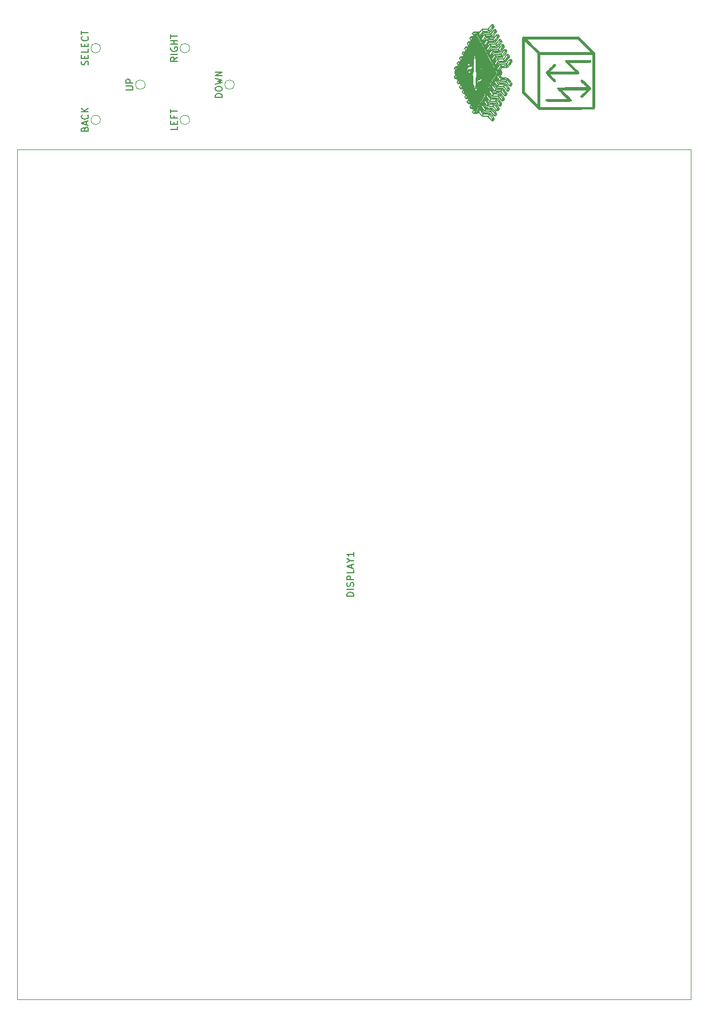
<source format=gbr>
%TF.GenerationSoftware,KiCad,Pcbnew,(5.1.8)-1*%
%TF.CreationDate,2021-02-03T00:49:59+01:00*%
%TF.ProjectId,Navi_2_0,4e617669-5f32-45f3-902e-6b696361645f,rev?*%
%TF.SameCoordinates,Original*%
%TF.FileFunction,Legend,Top*%
%TF.FilePolarity,Positive*%
%FSLAX46Y46*%
G04 Gerber Fmt 4.6, Leading zero omitted, Abs format (unit mm)*
G04 Created by KiCad (PCBNEW (5.1.8)-1) date 2021-02-03 00:49:59*
%MOMM*%
%LPD*%
G01*
G04 APERTURE LIST*
%ADD10C,0.120000*%
%ADD11C,0.010000*%
%ADD12C,0.150000*%
G04 APERTURE END LIST*
D10*
X39600000Y-178000000D02*
X39600000Y-52400000D01*
X139200000Y-178000000D02*
X39600000Y-178000000D01*
X139200000Y-52400000D02*
X139200000Y-178000000D01*
X39600000Y-52400000D02*
X139200000Y-52400000D01*
D11*
%TO.C,G\u002A\u002A\u002A*%
G36*
X114277212Y-39287269D02*
G01*
X114277498Y-38741429D01*
X114278012Y-38253024D01*
X114278787Y-37819025D01*
X114279855Y-37436399D01*
X114281248Y-37102115D01*
X114282998Y-36813140D01*
X114285136Y-36566445D01*
X114287694Y-36358995D01*
X114290705Y-36187762D01*
X114294200Y-36049711D01*
X114298211Y-35941813D01*
X114302770Y-35861035D01*
X114307908Y-35804346D01*
X114313659Y-35768713D01*
X114320052Y-35751107D01*
X114320700Y-35750255D01*
X114330545Y-35742636D01*
X114348916Y-35735787D01*
X114379031Y-35729666D01*
X114424106Y-35724234D01*
X114487357Y-35719450D01*
X114572001Y-35715273D01*
X114681255Y-35711662D01*
X114818336Y-35708578D01*
X114986459Y-35705980D01*
X115188843Y-35703826D01*
X115428702Y-35702077D01*
X115709255Y-35700692D01*
X116033717Y-35699630D01*
X116405305Y-35698851D01*
X116827236Y-35698314D01*
X117302727Y-35697979D01*
X117834993Y-35697805D01*
X118427253Y-35697751D01*
X118483817Y-35697750D01*
X122603359Y-35697750D01*
X123798054Y-36875634D01*
X124992750Y-38053517D01*
X124992750Y-42189871D01*
X124992705Y-42788985D01*
X124992544Y-43327810D01*
X124992227Y-43809554D01*
X124991712Y-44237429D01*
X124990961Y-44614643D01*
X124989932Y-44944407D01*
X124988585Y-45229931D01*
X124986880Y-45474425D01*
X124984777Y-45681099D01*
X124982235Y-45853163D01*
X124979213Y-45993827D01*
X124975673Y-46106300D01*
X124971572Y-46193793D01*
X124966872Y-46259516D01*
X124961531Y-46306679D01*
X124955509Y-46338491D01*
X124948767Y-46358164D01*
X124941263Y-46368905D01*
X124940245Y-46369800D01*
X124924205Y-46376258D01*
X124890430Y-46382068D01*
X124835888Y-46387264D01*
X124757547Y-46391877D01*
X124652377Y-46395939D01*
X124517345Y-46399482D01*
X124349419Y-46402538D01*
X124145569Y-46405138D01*
X123902762Y-46407315D01*
X123617967Y-46409100D01*
X123288152Y-46410526D01*
X122910286Y-46411624D01*
X122481337Y-46412426D01*
X121998273Y-46412964D01*
X121458062Y-46413269D01*
X120857674Y-46413375D01*
X116928250Y-46413375D01*
X116928250Y-46080000D01*
X124643500Y-46080000D01*
X124643500Y-38333000D01*
X124418549Y-38333000D01*
X124418549Y-37983750D01*
X122468625Y-36048930D01*
X114900671Y-36047000D01*
X115874773Y-37014527D01*
X116848875Y-37982053D01*
X120633712Y-37982902D01*
X124418549Y-37983750D01*
X124418549Y-38333000D01*
X116928250Y-38333000D01*
X116928250Y-46080000D01*
X116928250Y-46413375D01*
X116706103Y-46413375D01*
X116579000Y-46286272D01*
X116579000Y-45809741D01*
X116577716Y-41999933D01*
X116576433Y-38190125D01*
X115593466Y-37226623D01*
X114610500Y-36263121D01*
X114610500Y-43842010D01*
X115594750Y-44825875D01*
X116579000Y-45809741D01*
X116579000Y-46286272D01*
X114277125Y-43984397D01*
X114277125Y-39893578D01*
X114277212Y-39287269D01*
G37*
X114277212Y-39287269D02*
X114277498Y-38741429D01*
X114278012Y-38253024D01*
X114278787Y-37819025D01*
X114279855Y-37436399D01*
X114281248Y-37102115D01*
X114282998Y-36813140D01*
X114285136Y-36566445D01*
X114287694Y-36358995D01*
X114290705Y-36187762D01*
X114294200Y-36049711D01*
X114298211Y-35941813D01*
X114302770Y-35861035D01*
X114307908Y-35804346D01*
X114313659Y-35768713D01*
X114320052Y-35751107D01*
X114320700Y-35750255D01*
X114330545Y-35742636D01*
X114348916Y-35735787D01*
X114379031Y-35729666D01*
X114424106Y-35724234D01*
X114487357Y-35719450D01*
X114572001Y-35715273D01*
X114681255Y-35711662D01*
X114818336Y-35708578D01*
X114986459Y-35705980D01*
X115188843Y-35703826D01*
X115428702Y-35702077D01*
X115709255Y-35700692D01*
X116033717Y-35699630D01*
X116405305Y-35698851D01*
X116827236Y-35698314D01*
X117302727Y-35697979D01*
X117834993Y-35697805D01*
X118427253Y-35697751D01*
X118483817Y-35697750D01*
X122603359Y-35697750D01*
X123798054Y-36875634D01*
X124992750Y-38053517D01*
X124992750Y-42189871D01*
X124992705Y-42788985D01*
X124992544Y-43327810D01*
X124992227Y-43809554D01*
X124991712Y-44237429D01*
X124990961Y-44614643D01*
X124989932Y-44944407D01*
X124988585Y-45229931D01*
X124986880Y-45474425D01*
X124984777Y-45681099D01*
X124982235Y-45853163D01*
X124979213Y-45993827D01*
X124975673Y-46106300D01*
X124971572Y-46193793D01*
X124966872Y-46259516D01*
X124961531Y-46306679D01*
X124955509Y-46338491D01*
X124948767Y-46358164D01*
X124941263Y-46368905D01*
X124940245Y-46369800D01*
X124924205Y-46376258D01*
X124890430Y-46382068D01*
X124835888Y-46387264D01*
X124757547Y-46391877D01*
X124652377Y-46395939D01*
X124517345Y-46399482D01*
X124349419Y-46402538D01*
X124145569Y-46405138D01*
X123902762Y-46407315D01*
X123617967Y-46409100D01*
X123288152Y-46410526D01*
X122910286Y-46411624D01*
X122481337Y-46412426D01*
X121998273Y-46412964D01*
X121458062Y-46413269D01*
X120857674Y-46413375D01*
X116928250Y-46413375D01*
X116928250Y-46080000D01*
X124643500Y-46080000D01*
X124643500Y-38333000D01*
X124418549Y-38333000D01*
X124418549Y-37983750D01*
X122468625Y-36048930D01*
X114900671Y-36047000D01*
X115874773Y-37014527D01*
X116848875Y-37982053D01*
X120633712Y-37982902D01*
X124418549Y-37983750D01*
X124418549Y-38333000D01*
X116928250Y-38333000D01*
X116928250Y-46080000D01*
X116928250Y-46413375D01*
X116706103Y-46413375D01*
X116579000Y-46286272D01*
X116579000Y-45809741D01*
X116577716Y-41999933D01*
X116576433Y-38190125D01*
X115593466Y-37226623D01*
X114610500Y-36263121D01*
X114610500Y-43842010D01*
X115594750Y-44825875D01*
X116579000Y-45809741D01*
X116579000Y-46286272D01*
X114277125Y-43984397D01*
X114277125Y-39893578D01*
X114277212Y-39287269D01*
G36*
X117761613Y-44984070D02*
G01*
X117783385Y-44961640D01*
X117824033Y-44943920D01*
X117888575Y-44930356D01*
X117982026Y-44920394D01*
X118109403Y-44913480D01*
X118275723Y-44909061D01*
X118486002Y-44906582D01*
X118745257Y-44905489D01*
X119058504Y-44905230D01*
X119388858Y-44905250D01*
X120952691Y-44905251D01*
X120210470Y-44169110D01*
X119995599Y-43955185D01*
X119822792Y-43780521D01*
X119688425Y-43640279D01*
X119588875Y-43529619D01*
X119520517Y-43443704D01*
X119479728Y-43377692D01*
X119462883Y-43326746D01*
X119466359Y-43286025D01*
X119486532Y-43250691D01*
X119506350Y-43228850D01*
X119529867Y-43220901D01*
X119585667Y-43214030D01*
X119677149Y-43208177D01*
X119807713Y-43203285D01*
X119980757Y-43199293D01*
X120199681Y-43196141D01*
X120467884Y-43193772D01*
X120788765Y-43192124D01*
X121165723Y-43191140D01*
X121602158Y-43190759D01*
X121688751Y-43190750D01*
X123833053Y-43190750D01*
X123381026Y-42737916D01*
X123216084Y-42570629D01*
X123093282Y-42440913D01*
X123008026Y-42343345D01*
X122955721Y-42272505D01*
X122931774Y-42222973D01*
X122929000Y-42204516D01*
X122952148Y-42108902D01*
X123021006Y-42057292D01*
X123089799Y-42047750D01*
X123125242Y-42056614D01*
X123176093Y-42086046D01*
X123247328Y-42140304D01*
X123343920Y-42223649D01*
X123470844Y-42340339D01*
X123633073Y-42494636D01*
X123797824Y-42654044D01*
X123988080Y-42840030D01*
X124136702Y-42987892D01*
X124248414Y-43102901D01*
X124327941Y-43190328D01*
X124380008Y-43255443D01*
X124409339Y-43303516D01*
X124420659Y-43339818D01*
X124421250Y-43349500D01*
X124414551Y-43383226D01*
X124391305Y-43427089D01*
X124346787Y-43486360D01*
X124276273Y-43566311D01*
X124175038Y-43672211D01*
X124038356Y-43809331D01*
X123861504Y-43982942D01*
X123797824Y-44044957D01*
X123602567Y-44233645D01*
X123446737Y-44381198D01*
X123325362Y-44491876D01*
X123233466Y-44569936D01*
X123166075Y-44619640D01*
X123118215Y-44645246D01*
X123089799Y-44651250D01*
X122991723Y-44628682D01*
X122938785Y-44561551D01*
X122929000Y-44494499D01*
X122940689Y-44452872D01*
X122978858Y-44392505D01*
X123048155Y-44307883D01*
X123153228Y-44193489D01*
X123298725Y-44043808D01*
X123365137Y-43976974D01*
X123801274Y-43540000D01*
X120081637Y-43540000D01*
X120808246Y-44262209D01*
X121009896Y-44463134D01*
X121170596Y-44624783D01*
X121294823Y-44752253D01*
X121387050Y-44850641D01*
X121451753Y-44925041D01*
X121493407Y-44980552D01*
X121516486Y-45022269D01*
X121525467Y-45055288D01*
X121525489Y-45079047D01*
X121521171Y-45115587D01*
X121512804Y-45146633D01*
X121495562Y-45172634D01*
X121464616Y-45194036D01*
X121415140Y-45211287D01*
X121342307Y-45224835D01*
X121241289Y-45235127D01*
X121107261Y-45242611D01*
X120935394Y-45247734D01*
X120720861Y-45250943D01*
X120458836Y-45252685D01*
X120144492Y-45253410D01*
X119773000Y-45253563D01*
X119642875Y-45253564D01*
X119252448Y-45253485D01*
X118920687Y-45252958D01*
X118642756Y-45251552D01*
X118413821Y-45248834D01*
X118229045Y-45244373D01*
X118083596Y-45237734D01*
X117972637Y-45228488D01*
X117891334Y-45216200D01*
X117834851Y-45200439D01*
X117798355Y-45180772D01*
X117777009Y-45156768D01*
X117765980Y-45127993D01*
X117760432Y-45094016D01*
X117759393Y-45085157D01*
X117754634Y-45045275D01*
X117753701Y-45011764D01*
X117761613Y-44984070D01*
G37*
X117761613Y-44984070D02*
X117783385Y-44961640D01*
X117824033Y-44943920D01*
X117888575Y-44930356D01*
X117982026Y-44920394D01*
X118109403Y-44913480D01*
X118275723Y-44909061D01*
X118486002Y-44906582D01*
X118745257Y-44905489D01*
X119058504Y-44905230D01*
X119388858Y-44905250D01*
X120952691Y-44905251D01*
X120210470Y-44169110D01*
X119995599Y-43955185D01*
X119822792Y-43780521D01*
X119688425Y-43640279D01*
X119588875Y-43529619D01*
X119520517Y-43443704D01*
X119479728Y-43377692D01*
X119462883Y-43326746D01*
X119466359Y-43286025D01*
X119486532Y-43250691D01*
X119506350Y-43228850D01*
X119529867Y-43220901D01*
X119585667Y-43214030D01*
X119677149Y-43208177D01*
X119807713Y-43203285D01*
X119980757Y-43199293D01*
X120199681Y-43196141D01*
X120467884Y-43193772D01*
X120788765Y-43192124D01*
X121165723Y-43191140D01*
X121602158Y-43190759D01*
X121688751Y-43190750D01*
X123833053Y-43190750D01*
X123381026Y-42737916D01*
X123216084Y-42570629D01*
X123093282Y-42440913D01*
X123008026Y-42343345D01*
X122955721Y-42272505D01*
X122931774Y-42222973D01*
X122929000Y-42204516D01*
X122952148Y-42108902D01*
X123021006Y-42057292D01*
X123089799Y-42047750D01*
X123125242Y-42056614D01*
X123176093Y-42086046D01*
X123247328Y-42140304D01*
X123343920Y-42223649D01*
X123470844Y-42340339D01*
X123633073Y-42494636D01*
X123797824Y-42654044D01*
X123988080Y-42840030D01*
X124136702Y-42987892D01*
X124248414Y-43102901D01*
X124327941Y-43190328D01*
X124380008Y-43255443D01*
X124409339Y-43303516D01*
X124420659Y-43339818D01*
X124421250Y-43349500D01*
X124414551Y-43383226D01*
X124391305Y-43427089D01*
X124346787Y-43486360D01*
X124276273Y-43566311D01*
X124175038Y-43672211D01*
X124038356Y-43809331D01*
X123861504Y-43982942D01*
X123797824Y-44044957D01*
X123602567Y-44233645D01*
X123446737Y-44381198D01*
X123325362Y-44491876D01*
X123233466Y-44569936D01*
X123166075Y-44619640D01*
X123118215Y-44645246D01*
X123089799Y-44651250D01*
X122991723Y-44628682D01*
X122938785Y-44561551D01*
X122929000Y-44494499D01*
X122940689Y-44452872D01*
X122978858Y-44392505D01*
X123048155Y-44307883D01*
X123153228Y-44193489D01*
X123298725Y-44043808D01*
X123365137Y-43976974D01*
X123801274Y-43540000D01*
X120081637Y-43540000D01*
X120808246Y-44262209D01*
X121009896Y-44463134D01*
X121170596Y-44624783D01*
X121294823Y-44752253D01*
X121387050Y-44850641D01*
X121451753Y-44925041D01*
X121493407Y-44980552D01*
X121516486Y-45022269D01*
X121525467Y-45055288D01*
X121525489Y-45079047D01*
X121521171Y-45115587D01*
X121512804Y-45146633D01*
X121495562Y-45172634D01*
X121464616Y-45194036D01*
X121415140Y-45211287D01*
X121342307Y-45224835D01*
X121241289Y-45235127D01*
X121107261Y-45242611D01*
X120935394Y-45247734D01*
X120720861Y-45250943D01*
X120458836Y-45252685D01*
X120144492Y-45253410D01*
X119773000Y-45253563D01*
X119642875Y-45253564D01*
X119252448Y-45253485D01*
X118920687Y-45252958D01*
X118642756Y-45251552D01*
X118413821Y-45248834D01*
X118229045Y-45244373D01*
X118083596Y-45237734D01*
X117972637Y-45228488D01*
X117891334Y-45216200D01*
X117834851Y-45200439D01*
X117798355Y-45180772D01*
X117777009Y-45156768D01*
X117765980Y-45127993D01*
X117760432Y-45094016D01*
X117759393Y-45085157D01*
X117754634Y-45045275D01*
X117753701Y-45011764D01*
X117761613Y-44984070D01*
G36*
X117763028Y-41000528D02*
G01*
X117793713Y-40949596D01*
X117850081Y-40878028D01*
X117936409Y-40780967D01*
X118056972Y-40653552D01*
X118216047Y-40490923D01*
X118364632Y-40341486D01*
X118560716Y-40146429D01*
X118718242Y-39993462D01*
X118842562Y-39878803D01*
X118939027Y-39798671D01*
X119012990Y-39749283D01*
X119069803Y-39726860D01*
X119114818Y-39727618D01*
X119153386Y-39747777D01*
X119176150Y-39768101D01*
X119208938Y-39811086D01*
X119219313Y-39858794D01*
X119203347Y-39917413D01*
X119157114Y-39993127D01*
X119076687Y-40092125D01*
X118958137Y-40220593D01*
X118797539Y-40384717D01*
X118762223Y-40420166D01*
X118310196Y-40873000D01*
X122118868Y-40873000D01*
X121380934Y-40134565D01*
X121167449Y-39920120D01*
X120995836Y-39745122D01*
X120862470Y-39604717D01*
X120763731Y-39494050D01*
X120695995Y-39408267D01*
X120655641Y-39342512D01*
X120639047Y-39291931D01*
X120642590Y-39251669D01*
X120662648Y-39216872D01*
X120681100Y-39196600D01*
X120720713Y-39188069D01*
X120816874Y-39180525D01*
X120962635Y-39173968D01*
X121151051Y-39168398D01*
X121375177Y-39163816D01*
X121628067Y-39160221D01*
X121902775Y-39157613D01*
X122192356Y-39155993D01*
X122489863Y-39155360D01*
X122788351Y-39155714D01*
X123080875Y-39157055D01*
X123360489Y-39159384D01*
X123620246Y-39162700D01*
X123853201Y-39167004D01*
X124052410Y-39172294D01*
X124210925Y-39178572D01*
X124321801Y-39185838D01*
X124378093Y-39194090D01*
X124383150Y-39196600D01*
X124416382Y-39268241D01*
X124415111Y-39358974D01*
X124381218Y-39435848D01*
X124368771Y-39448300D01*
X124345813Y-39458672D01*
X124300655Y-39467502D01*
X124228421Y-39474951D01*
X124124233Y-39481179D01*
X123983214Y-39486347D01*
X123800489Y-39490615D01*
X123571181Y-39494142D01*
X123290412Y-39497090D01*
X122953307Y-39499619D01*
X122774484Y-39500705D01*
X121232676Y-39509535D01*
X121956437Y-40233810D01*
X122157602Y-40435644D01*
X122317900Y-40598059D01*
X122441770Y-40726133D01*
X122533650Y-40824942D01*
X122597976Y-40899563D01*
X122639187Y-40955072D01*
X122661720Y-40996546D01*
X122670013Y-41029063D01*
X122669661Y-41049744D01*
X122665527Y-41082853D01*
X122658343Y-41111404D01*
X122643690Y-41135733D01*
X122617152Y-41156182D01*
X122574310Y-41173088D01*
X122510747Y-41186790D01*
X122422046Y-41197626D01*
X122303788Y-41205936D01*
X122151557Y-41212059D01*
X121960935Y-41216332D01*
X121727503Y-41219096D01*
X121446845Y-41220687D01*
X121114543Y-41221446D01*
X120726179Y-41221711D01*
X120426076Y-41221782D01*
X118351778Y-41222251D01*
X118783014Y-41674466D01*
X118943580Y-41845140D01*
X119062545Y-41977323D01*
X119144239Y-42076372D01*
X119192993Y-42147643D01*
X119213137Y-42196493D01*
X119214250Y-42207866D01*
X119191307Y-42303708D01*
X119122711Y-42355438D01*
X119052193Y-42365250D01*
X119002710Y-42342587D01*
X118918600Y-42279509D01*
X118807057Y-42183383D01*
X118675275Y-42061576D01*
X118530449Y-41921456D01*
X118379775Y-41770389D01*
X118230446Y-41615743D01*
X118089657Y-41464885D01*
X117964604Y-41325182D01*
X117862480Y-41204000D01*
X117790481Y-41108708D01*
X117755801Y-41046673D01*
X117753749Y-41035685D01*
X117763028Y-41000528D01*
G37*
X117763028Y-41000528D02*
X117793713Y-40949596D01*
X117850081Y-40878028D01*
X117936409Y-40780967D01*
X118056972Y-40653552D01*
X118216047Y-40490923D01*
X118364632Y-40341486D01*
X118560716Y-40146429D01*
X118718242Y-39993462D01*
X118842562Y-39878803D01*
X118939027Y-39798671D01*
X119012990Y-39749283D01*
X119069803Y-39726860D01*
X119114818Y-39727618D01*
X119153386Y-39747777D01*
X119176150Y-39768101D01*
X119208938Y-39811086D01*
X119219313Y-39858794D01*
X119203347Y-39917413D01*
X119157114Y-39993127D01*
X119076687Y-40092125D01*
X118958137Y-40220593D01*
X118797539Y-40384717D01*
X118762223Y-40420166D01*
X118310196Y-40873000D01*
X122118868Y-40873000D01*
X121380934Y-40134565D01*
X121167449Y-39920120D01*
X120995836Y-39745122D01*
X120862470Y-39604717D01*
X120763731Y-39494050D01*
X120695995Y-39408267D01*
X120655641Y-39342512D01*
X120639047Y-39291931D01*
X120642590Y-39251669D01*
X120662648Y-39216872D01*
X120681100Y-39196600D01*
X120720713Y-39188069D01*
X120816874Y-39180525D01*
X120962635Y-39173968D01*
X121151051Y-39168398D01*
X121375177Y-39163816D01*
X121628067Y-39160221D01*
X121902775Y-39157613D01*
X122192356Y-39155993D01*
X122489863Y-39155360D01*
X122788351Y-39155714D01*
X123080875Y-39157055D01*
X123360489Y-39159384D01*
X123620246Y-39162700D01*
X123853201Y-39167004D01*
X124052410Y-39172294D01*
X124210925Y-39178572D01*
X124321801Y-39185838D01*
X124378093Y-39194090D01*
X124383150Y-39196600D01*
X124416382Y-39268241D01*
X124415111Y-39358974D01*
X124381218Y-39435848D01*
X124368771Y-39448300D01*
X124345813Y-39458672D01*
X124300655Y-39467502D01*
X124228421Y-39474951D01*
X124124233Y-39481179D01*
X123983214Y-39486347D01*
X123800489Y-39490615D01*
X123571181Y-39494142D01*
X123290412Y-39497090D01*
X122953307Y-39499619D01*
X122774484Y-39500705D01*
X121232676Y-39509535D01*
X121956437Y-40233810D01*
X122157602Y-40435644D01*
X122317900Y-40598059D01*
X122441770Y-40726133D01*
X122533650Y-40824942D01*
X122597976Y-40899563D01*
X122639187Y-40955072D01*
X122661720Y-40996546D01*
X122670013Y-41029063D01*
X122669661Y-41049744D01*
X122665527Y-41082853D01*
X122658343Y-41111404D01*
X122643690Y-41135733D01*
X122617152Y-41156182D01*
X122574310Y-41173088D01*
X122510747Y-41186790D01*
X122422046Y-41197626D01*
X122303788Y-41205936D01*
X122151557Y-41212059D01*
X121960935Y-41216332D01*
X121727503Y-41219096D01*
X121446845Y-41220687D01*
X121114543Y-41221446D01*
X120726179Y-41221711D01*
X120426076Y-41221782D01*
X118351778Y-41222251D01*
X118783014Y-41674466D01*
X118943580Y-41845140D01*
X119062545Y-41977323D01*
X119144239Y-42076372D01*
X119192993Y-42147643D01*
X119213137Y-42196493D01*
X119214250Y-42207866D01*
X119191307Y-42303708D01*
X119122711Y-42355438D01*
X119052193Y-42365250D01*
X119002710Y-42342587D01*
X118918600Y-42279509D01*
X118807057Y-42183383D01*
X118675275Y-42061576D01*
X118530449Y-41921456D01*
X118379775Y-41770389D01*
X118230446Y-41615743D01*
X118089657Y-41464885D01*
X117964604Y-41325182D01*
X117862480Y-41204000D01*
X117790481Y-41108708D01*
X117755801Y-41046673D01*
X117753749Y-41035685D01*
X117763028Y-41000528D01*
G36*
X104228096Y-40280437D02*
G01*
X104271582Y-40194752D01*
X104321310Y-40123602D01*
X104376904Y-40081899D01*
X104453218Y-40062376D01*
X104551484Y-40057761D01*
X104655614Y-40047265D01*
X104725272Y-40018429D01*
X104754080Y-39974094D01*
X104754492Y-39967271D01*
X104742066Y-39927604D01*
X104709487Y-39860885D01*
X104663805Y-39781550D01*
X104663744Y-39781450D01*
X104572996Y-39634426D01*
X104631866Y-39508734D01*
X104687573Y-39408423D01*
X104747496Y-39348277D01*
X104824113Y-39319544D01*
X104910470Y-39313281D01*
X105023721Y-39303362D01*
X105096608Y-39274486D01*
X105126075Y-39227972D01*
X105126562Y-39219880D01*
X105114094Y-39178210D01*
X105081486Y-39110229D01*
X105038211Y-39034694D01*
X104949860Y-38891553D01*
X105017072Y-38768062D01*
X105055564Y-38701230D01*
X105091005Y-38659098D01*
X105136833Y-38633940D01*
X105206489Y-38618029D01*
X105300195Y-38605286D01*
X105417028Y-38584801D01*
X105488159Y-38554634D01*
X105515942Y-38509047D01*
X105502734Y-38442299D01*
X105450891Y-38348650D01*
X105422790Y-38306616D01*
X105372879Y-38226197D01*
X105354008Y-38163883D01*
X105364560Y-38100431D01*
X105399059Y-38024132D01*
X105433281Y-37962240D01*
X105467754Y-37921769D01*
X105514696Y-37896082D01*
X105586328Y-37878539D01*
X105694867Y-37862501D01*
X105697070Y-37862207D01*
X105792578Y-37848017D01*
X105849410Y-37833971D01*
X105878276Y-37815494D01*
X105889885Y-37788010D01*
X105891347Y-37779186D01*
X105882062Y-37723115D01*
X105846477Y-37640543D01*
X105807896Y-37572415D01*
X105716203Y-37423860D01*
X105787926Y-37283366D01*
X105859650Y-37142871D01*
X106045010Y-37130469D01*
X106170772Y-37118331D01*
X106250455Y-37098041D01*
X106287541Y-37063685D01*
X106285510Y-37009350D01*
X106247844Y-36929123D01*
X106204931Y-36858767D01*
X106150420Y-36765893D01*
X106124977Y-36696290D01*
X106126323Y-36634781D01*
X106152178Y-36566187D01*
X106158948Y-36552528D01*
X106204571Y-36470625D01*
X106248900Y-36421118D01*
X106306223Y-36395968D01*
X106390831Y-36387140D01*
X106454420Y-36386328D01*
X106555554Y-36384396D01*
X106624028Y-36374701D01*
X106660970Y-36351398D01*
X106667510Y-36308640D01*
X106644777Y-36240582D01*
X106593901Y-36141376D01*
X106525040Y-36020727D01*
X106478418Y-35940380D01*
X106549847Y-35803352D01*
X106597920Y-35721683D01*
X106647036Y-35671541D01*
X106709905Y-35647157D01*
X106799241Y-35642763D01*
X106890023Y-35649004D01*
X106972128Y-35655060D01*
X107017853Y-35651779D01*
X107040110Y-35635441D01*
X107051792Y-35602390D01*
X107051563Y-35555634D01*
X107027448Y-35492217D01*
X106975593Y-35402740D01*
X106960028Y-35378544D01*
X106853224Y-35214616D01*
X106923285Y-35080802D01*
X106976006Y-34994093D01*
X107030847Y-34944687D01*
X107101858Y-34925816D01*
X107203088Y-34930712D01*
X107228181Y-34933946D01*
X107301226Y-34941575D01*
X107408470Y-34949853D01*
X107534534Y-34957697D01*
X107644266Y-34963186D01*
X107941951Y-34976244D01*
X108057412Y-34819323D01*
X108129306Y-34721843D01*
X108186870Y-34650031D01*
X108239509Y-34599711D01*
X108296629Y-34566705D01*
X108367633Y-34546833D01*
X108461927Y-34535918D01*
X108588915Y-34529782D01*
X108718663Y-34525562D01*
X108884491Y-34519668D01*
X109009941Y-34511737D01*
X109104210Y-34497857D01*
X109176494Y-34474117D01*
X109235988Y-34436606D01*
X109291890Y-34381413D01*
X109353395Y-34304626D01*
X109407050Y-34232778D01*
X109509889Y-34097111D01*
X109591335Y-33997617D01*
X109657290Y-33929046D01*
X109713657Y-33886147D01*
X109766339Y-33863670D01*
X109821238Y-33856363D01*
X109830313Y-33856250D01*
X109915686Y-33866721D01*
X109973351Y-33894529D01*
X109974923Y-33896045D01*
X110023681Y-33960401D01*
X110069319Y-34045500D01*
X110102018Y-34130526D01*
X110112305Y-34187299D01*
X110099847Y-34237956D01*
X110061354Y-34314593D01*
X109995144Y-34419852D01*
X109989175Y-34428375D01*
X109989175Y-34165195D01*
X109991789Y-34164141D01*
X110004579Y-34130447D01*
X109989382Y-34074221D01*
X109951145Y-34010036D01*
X109931497Y-33986475D01*
X109879169Y-33943256D01*
X109837027Y-33932598D01*
X109815559Y-33956250D01*
X109814648Y-33967008D01*
X109829517Y-34007020D01*
X109866237Y-34060012D01*
X109912975Y-34112817D01*
X109957898Y-34152268D01*
X109989175Y-34165195D01*
X109989175Y-34428375D01*
X109899536Y-34556372D01*
X109772847Y-34726794D01*
X109747834Y-34759674D01*
X109651799Y-34880982D01*
X109569319Y-34969191D01*
X109489319Y-35029517D01*
X109400729Y-35067178D01*
X109292475Y-35087392D01*
X109153485Y-35095377D01*
X109033101Y-35096485D01*
X108903460Y-35098477D01*
X108785451Y-35103919D01*
X108691283Y-35112005D01*
X108633164Y-35121929D01*
X108629500Y-35123097D01*
X108561348Y-35166465D01*
X108487301Y-35247045D01*
X108464569Y-35278341D01*
X108409582Y-35362365D01*
X108382917Y-35417992D01*
X108381931Y-35455585D01*
X108403982Y-35485508D01*
X108410355Y-35491013D01*
X108435799Y-35499207D01*
X108470054Y-35480690D01*
X108521238Y-35429928D01*
X108553258Y-35393582D01*
X108661781Y-35267620D01*
X109070783Y-35253236D01*
X109225900Y-35246008D01*
X109361955Y-35236257D01*
X109469956Y-35224824D01*
X109540911Y-35212555D01*
X109556818Y-35207639D01*
X109612059Y-35169527D01*
X109687907Y-35091053D01*
X109785590Y-34970882D01*
X109836806Y-34903105D01*
X109913892Y-34801875D01*
X109983391Y-34715356D01*
X110038730Y-34651395D01*
X110073335Y-34617840D01*
X110078062Y-34615088D01*
X110156585Y-34600872D01*
X110249031Y-34605178D01*
X110330019Y-34625794D01*
X110355164Y-34639237D01*
X110396820Y-34681936D01*
X110443396Y-34748154D01*
X110483848Y-34819694D01*
X110507129Y-34878356D01*
X110509180Y-34892964D01*
X110494693Y-34936684D01*
X110454910Y-35011440D01*
X110395342Y-35109387D01*
X110321505Y-35222679D01*
X110238910Y-35343471D01*
X110153072Y-35463916D01*
X110069504Y-35576170D01*
X109993719Y-35672386D01*
X109931231Y-35744719D01*
X109887553Y-35785324D01*
X109878606Y-35790276D01*
X109837614Y-35797705D01*
X109756219Y-35806037D01*
X109643602Y-35814560D01*
X109508943Y-35822564D01*
X109387966Y-35828264D01*
X108949159Y-35846545D01*
X108882210Y-35947712D01*
X108845710Y-36017109D01*
X108817770Y-36096079D01*
X108801032Y-36171671D01*
X108798138Y-36230931D01*
X108811729Y-36260905D01*
X108818043Y-36262305D01*
X108846021Y-36243391D01*
X108889205Y-36194787D01*
X108920969Y-36151717D01*
X108965730Y-36094272D01*
X109014950Y-36052038D01*
X109076891Y-36022701D01*
X109159817Y-36003946D01*
X109271991Y-35993455D01*
X109421678Y-35988916D01*
X109504590Y-35988192D01*
X109638189Y-35985280D01*
X109759245Y-35978468D01*
X109855364Y-35968699D01*
X109913774Y-35957047D01*
X109958225Y-35934642D01*
X110008688Y-35893004D01*
X110071021Y-35826061D01*
X110151080Y-35727740D01*
X110215006Y-35644643D01*
X110294973Y-35541268D01*
X110367294Y-35451553D01*
X110425415Y-35383353D01*
X110462786Y-35344526D01*
X110469558Y-35339435D01*
X110517476Y-35327482D01*
X110591900Y-35323357D01*
X110627212Y-35324577D01*
X110695600Y-35331609D01*
X110739073Y-35349271D01*
X110773770Y-35389029D01*
X110812458Y-35456153D01*
X110851754Y-35533607D01*
X110874210Y-35599362D01*
X110877480Y-35661703D01*
X110859215Y-35728915D01*
X110817069Y-35809286D01*
X110748696Y-35911101D01*
X110748668Y-35911138D01*
X110748668Y-35642188D01*
X110778291Y-35625486D01*
X110772823Y-35577647D01*
X110732788Y-35502071D01*
X110725368Y-35490827D01*
X110675707Y-35434810D01*
X110623414Y-35401313D01*
X110612107Y-35398402D01*
X110576238Y-35395425D01*
X110568434Y-35408993D01*
X110586341Y-35450982D01*
X110597347Y-35472816D01*
X110656016Y-35570689D01*
X110711203Y-35628239D01*
X110748668Y-35642188D01*
X110748668Y-35911138D01*
X110651749Y-36042646D01*
X110643084Y-36054176D01*
X110554945Y-36170758D01*
X110470800Y-36280947D01*
X110398024Y-36375164D01*
X110343994Y-36443827D01*
X110326824Y-36464967D01*
X110248730Y-36559067D01*
X109851855Y-36561987D01*
X109711826Y-36564024D01*
X109585309Y-36567736D01*
X109482427Y-36572682D01*
X109413301Y-36578425D01*
X109392969Y-36581863D01*
X109338472Y-36615967D01*
X109278439Y-36681637D01*
X109223340Y-36763481D01*
X109183643Y-36846109D01*
X109169726Y-36910030D01*
X109179704Y-36966114D01*
X109208704Y-36977359D01*
X109255325Y-36944139D01*
X109314854Y-36871464D01*
X109345289Y-36830280D01*
X109374358Y-36798822D01*
X109409084Y-36775458D01*
X109456490Y-36758557D01*
X109523601Y-36746488D01*
X109617437Y-36737620D01*
X109745024Y-36730320D01*
X109913383Y-36722958D01*
X109963045Y-36720901D01*
X110112098Y-36713650D01*
X110219396Y-36705443D01*
X110292795Y-36695182D01*
X110340150Y-36681767D01*
X110369315Y-36664097D01*
X110369419Y-36664004D01*
X110402781Y-36628052D01*
X110457928Y-36562024D01*
X110526962Y-36475597D01*
X110595996Y-36386328D01*
X110688758Y-36265537D01*
X110758783Y-36179049D01*
X110812973Y-36121388D01*
X110858229Y-36087076D01*
X110901453Y-36070635D01*
X110949549Y-36066587D01*
X110996344Y-36068602D01*
X111063320Y-36075122D01*
X111107481Y-36091074D01*
X111143603Y-36126968D01*
X111186467Y-36193313D01*
X111197410Y-36211598D01*
X111239966Y-36289804D01*
X111269212Y-36356658D01*
X111278125Y-36392232D01*
X111263724Y-36427500D01*
X111224276Y-36493952D01*
X111165411Y-36583783D01*
X111138551Y-36622752D01*
X111138551Y-36360538D01*
X111153392Y-36336987D01*
X111136606Y-36278224D01*
X111104764Y-36218897D01*
X111056253Y-36161297D01*
X111007133Y-36138308D01*
X111005638Y-36138281D01*
X110964252Y-36152819D01*
X110960519Y-36192236D01*
X110993496Y-36250240D01*
X111028170Y-36289018D01*
X111095629Y-36345630D01*
X111138551Y-36360538D01*
X111138551Y-36622752D01*
X111092757Y-36689191D01*
X111011946Y-36802372D01*
X110928606Y-36915523D01*
X110848369Y-37020840D01*
X110776863Y-37110520D01*
X110719719Y-37176759D01*
X110692524Y-37203918D01*
X110660160Y-37230514D01*
X110627514Y-37249467D01*
X110585362Y-37262492D01*
X110524484Y-37271306D01*
X110435657Y-37277625D01*
X110309660Y-37283164D01*
X110255674Y-37285214D01*
X110098724Y-37292519D01*
X109981506Y-37301828D01*
X109894148Y-37314457D01*
X109826779Y-37331723D01*
X109784463Y-37348049D01*
X109694439Y-37401974D01*
X109617921Y-37473173D01*
X109564881Y-37549806D01*
X109545289Y-37620033D01*
X109546094Y-37631147D01*
X109567683Y-37683093D01*
X109606413Y-37693000D01*
X109654515Y-37661732D01*
X109690029Y-37615124D01*
X109738010Y-37551118D01*
X109788088Y-37503847D01*
X109798262Y-37497383D01*
X109843606Y-37485557D01*
X109931167Y-37474365D01*
X110053552Y-37464489D01*
X110203370Y-37456610D01*
X110265730Y-37454289D01*
X110679605Y-37440528D01*
X110758209Y-37366113D01*
X110804650Y-37316744D01*
X110871553Y-37238729D01*
X110949655Y-37143137D01*
X111023103Y-37049613D01*
X111111455Y-36937977D01*
X111180328Y-36861482D01*
X111238217Y-36814299D01*
X111293616Y-36790597D01*
X111355020Y-36784547D01*
X111404917Y-36787577D01*
X111451632Y-36796397D01*
X111487665Y-36819032D01*
X111523267Y-36865642D01*
X111568684Y-36946388D01*
X111572639Y-36953853D01*
X111615400Y-37036451D01*
X111637383Y-37089993D01*
X111641031Y-37129262D01*
X111628783Y-37169043D01*
X111613586Y-37201900D01*
X111579540Y-37261375D01*
X111522166Y-37349299D01*
X111448972Y-37455261D01*
X111367463Y-37568846D01*
X111285147Y-37679643D01*
X111209532Y-37777240D01*
X111148124Y-37851222D01*
X111134922Y-37865831D01*
X111079456Y-37920810D01*
X111024049Y-37961594D01*
X110959703Y-37990756D01*
X110877421Y-38010866D01*
X110768205Y-38024495D01*
X110623059Y-38034213D01*
X110530347Y-38038577D01*
X110149512Y-38055095D01*
X110044092Y-38163725D01*
X109974538Y-38246003D01*
X109942443Y-38313491D01*
X109938672Y-38344870D01*
X109949309Y-38410846D01*
X109977235Y-38434412D01*
X110016468Y-38412579D01*
X110032932Y-38391996D01*
X110074307Y-38334072D01*
X110111505Y-38291596D01*
X110153057Y-38261768D01*
X110207494Y-38241784D01*
X110283348Y-38228842D01*
X110389150Y-38220141D01*
X110533431Y-38212878D01*
X110585290Y-38210569D01*
X110776757Y-38199902D01*
X110921080Y-38186845D01*
X111020682Y-38171123D01*
X111072715Y-38155122D01*
X111127103Y-38115153D01*
X111202214Y-38038593D01*
X111292757Y-37931096D01*
X111343347Y-37865948D01*
X111420574Y-37765999D01*
X111491683Y-37677519D01*
X111549005Y-37609824D01*
X111584871Y-37572227D01*
X111585964Y-37571304D01*
X111645427Y-37543848D01*
X111727727Y-37529455D01*
X111809546Y-37530190D01*
X111865270Y-37546576D01*
X111902998Y-37588658D01*
X111943995Y-37660618D01*
X111980870Y-37745204D01*
X112006232Y-37825166D01*
X112012691Y-37883251D01*
X112011724Y-37888430D01*
X111983494Y-37956383D01*
X111929263Y-38050581D01*
X111887102Y-38114592D01*
X111887102Y-37849805D01*
X111917601Y-37837589D01*
X111916893Y-37797414D01*
X111885583Y-37725285D01*
X111847885Y-37671714D01*
X111801476Y-37630042D01*
X111756546Y-37605102D01*
X111723286Y-37601727D01*
X111711883Y-37624750D01*
X111716654Y-37645166D01*
X111747577Y-37706508D01*
X111793446Y-37770618D01*
X111842161Y-37822966D01*
X111881618Y-37849025D01*
X111887102Y-37849805D01*
X111887102Y-38114592D01*
X111855581Y-38162450D01*
X111769001Y-38283417D01*
X111676076Y-38404908D01*
X111583357Y-38518348D01*
X111497397Y-38615163D01*
X111424748Y-38686779D01*
X111373112Y-38724099D01*
X111302432Y-38744599D01*
X111186005Y-38761229D01*
X111022308Y-38774177D01*
X110930859Y-38778942D01*
X110797205Y-38786475D01*
X110676952Y-38795917D01*
X110580934Y-38806224D01*
X110519986Y-38816353D01*
X110509180Y-38819570D01*
X110451366Y-38858667D01*
X110392536Y-38923440D01*
X110343966Y-38997902D01*
X110316936Y-39066071D01*
X110315236Y-39094435D01*
X110334299Y-39145659D01*
X110369734Y-39150427D01*
X110421774Y-39108681D01*
X110463898Y-39057530D01*
X110508091Y-39001201D01*
X110545749Y-38967335D01*
X110592160Y-38948723D01*
X110662612Y-38938155D01*
X110729963Y-38932064D01*
X110844166Y-38924682D01*
X110982079Y-38919174D01*
X111117808Y-38916513D01*
X111146238Y-38916406D01*
X111276064Y-38914105D01*
X111376235Y-38903368D01*
X111457154Y-38878452D01*
X111529222Y-38833609D01*
X111602838Y-38763095D01*
X111688405Y-38661162D01*
X111749216Y-38583297D01*
X111864024Y-38441285D01*
X111959495Y-38339991D01*
X112040316Y-38276726D01*
X112111173Y-38248803D01*
X112176751Y-38253534D01*
X112241735Y-38288231D01*
X112251119Y-38295379D01*
X112307791Y-38357868D01*
X112356502Y-38442605D01*
X112390850Y-38533586D01*
X112404435Y-38614806D01*
X112396978Y-38660064D01*
X112369638Y-38707149D01*
X112318619Y-38784018D01*
X112250691Y-38881290D01*
X112172625Y-38989584D01*
X112091192Y-39099518D01*
X112013162Y-39201713D01*
X111945307Y-39286786D01*
X111940133Y-39293038D01*
X111882665Y-39357727D01*
X111827143Y-39405841D01*
X111764673Y-39440233D01*
X111686361Y-39463762D01*
X111583315Y-39479282D01*
X111446641Y-39489650D01*
X111307704Y-39496129D01*
X111172301Y-39503032D01*
X111052011Y-39511818D01*
X110956726Y-39521562D01*
X110896335Y-39531341D01*
X110882548Y-39535829D01*
X110848741Y-39566050D01*
X110801573Y-39621845D01*
X110751557Y-39688842D01*
X110709209Y-39752667D01*
X110685042Y-39798946D01*
X110682812Y-39808887D01*
X110696530Y-39838479D01*
X110720689Y-39872847D01*
X110749055Y-39903867D01*
X110770665Y-39899446D01*
X110801304Y-39858985D01*
X110842744Y-39800128D01*
X110879477Y-39757032D01*
X110920006Y-39726945D01*
X110972835Y-39707116D01*
X111046467Y-39694792D01*
X111149404Y-39687222D01*
X111290151Y-39681654D01*
X111356022Y-39679467D01*
X111531006Y-39672195D01*
X111662396Y-39663084D01*
X111756193Y-39651491D01*
X111818399Y-39636774D01*
X111840330Y-39627634D01*
X111886634Y-39591825D01*
X111951584Y-39526293D01*
X112025068Y-39441733D01*
X112071498Y-39383104D01*
X112177128Y-39246425D01*
X112259944Y-39145197D01*
X112325668Y-39074291D01*
X112380025Y-39028578D01*
X112428737Y-39002929D01*
X112477527Y-38992214D01*
X112509191Y-38990820D01*
X112589828Y-39002476D01*
X112653234Y-39042267D01*
X112706977Y-39117427D01*
X112755118Y-39225931D01*
X112777647Y-39289997D01*
X112782554Y-39335631D01*
X112767627Y-39383397D01*
X112730657Y-39453857D01*
X112730611Y-39453941D01*
X112690833Y-39518494D01*
X112628354Y-39610761D01*
X112551087Y-39719423D01*
X112466945Y-39833157D01*
X112448939Y-39856893D01*
X112346022Y-39989208D01*
X112261760Y-40086639D01*
X112186165Y-40154804D01*
X112109244Y-40199322D01*
X112021006Y-40225810D01*
X111911461Y-40239887D01*
X111770618Y-40247170D01*
X111753841Y-40247761D01*
X111575582Y-40254907D01*
X111439511Y-40264062D01*
X111338209Y-40277712D01*
X111264259Y-40298340D01*
X111210241Y-40328430D01*
X111168736Y-40370468D01*
X111132327Y-40426936D01*
X111113235Y-40462273D01*
X111097173Y-40498239D01*
X111093331Y-40532725D01*
X111104462Y-40577350D01*
X111133316Y-40643735D01*
X111177351Y-40732956D01*
X111222628Y-40829092D01*
X111257364Y-40914204D01*
X111276222Y-40974713D01*
X111278125Y-40989248D01*
X111267700Y-41035342D01*
X111239758Y-41112513D01*
X111199295Y-41207634D01*
X111175728Y-41258246D01*
X111073331Y-41471646D01*
X111139534Y-41571686D01*
X111191534Y-41636606D01*
X111245575Y-41683810D01*
X111265033Y-41694269D01*
X111310203Y-41703857D01*
X111394419Y-41715011D01*
X111507194Y-41726581D01*
X111638040Y-41737418D01*
X111695474Y-41741449D01*
X111838121Y-41752927D01*
X111966969Y-41767037D01*
X112071145Y-41782344D01*
X112139775Y-41797417D01*
X112151450Y-41801528D01*
X112187573Y-41819077D01*
X112222985Y-41843520D01*
X112262275Y-41880193D01*
X112310036Y-41934436D01*
X112370857Y-42011586D01*
X112449329Y-42116980D01*
X112550045Y-42255957D01*
X112589371Y-42310694D01*
X112678413Y-42437673D01*
X112739096Y-42534332D01*
X112773867Y-42609232D01*
X112785174Y-42670936D01*
X112775464Y-42728009D01*
X112747187Y-42789012D01*
X112733062Y-42813369D01*
X112672916Y-42906903D01*
X112621407Y-42961607D01*
X112565805Y-42983420D01*
X112493376Y-42978282D01*
X112488363Y-42977046D01*
X112488363Y-42910480D01*
X112535176Y-42888851D01*
X112594681Y-42837455D01*
X112645351Y-42774938D01*
X112665787Y-42723506D01*
X112653806Y-42692155D01*
X112648382Y-42690849D01*
X112648382Y-42612305D01*
X112662437Y-42601714D01*
X112653063Y-42567259D01*
X112618127Y-42504920D01*
X112555496Y-42410676D01*
X112498612Y-42329967D01*
X112419657Y-42224094D01*
X112333260Y-42115397D01*
X112254570Y-42022754D01*
X112233105Y-41999167D01*
X112163421Y-41928076D01*
X112108011Y-41885204D01*
X112049492Y-41860573D01*
X111970481Y-41844207D01*
X111960254Y-41842556D01*
X111870015Y-41832344D01*
X111749296Y-41824306D01*
X111617215Y-41819537D01*
X111543145Y-41818699D01*
X111428552Y-41816479D01*
X111329224Y-41810592D01*
X111257649Y-41802007D01*
X111229704Y-41794387D01*
X111194835Y-41764084D01*
X111141045Y-41704270D01*
X111078015Y-41625965D01*
X111054987Y-41595454D01*
X110989698Y-41511193D01*
X110928989Y-41439444D01*
X110883180Y-41392200D01*
X110873016Y-41383978D01*
X110815364Y-41353925D01*
X110804073Y-41352798D01*
X110804073Y-40625764D01*
X110862063Y-40592601D01*
X110935128Y-40525251D01*
X111018010Y-40427868D01*
X111029944Y-40412279D01*
X111097163Y-40329503D01*
X111162319Y-40259590D01*
X111213782Y-40214757D01*
X111223885Y-40208504D01*
X111284331Y-40190778D01*
X111392821Y-40176170D01*
X111549916Y-40164619D01*
X111676043Y-40158808D01*
X111833438Y-40151711D01*
X111949124Y-40143566D01*
X112031000Y-40133363D01*
X112086967Y-40120091D01*
X112124925Y-40102741D01*
X112127546Y-40101065D01*
X112159757Y-40070564D01*
X112213361Y-40009898D01*
X112282110Y-39927118D01*
X112359755Y-39830277D01*
X112440048Y-39727427D01*
X112516741Y-39626623D01*
X112583587Y-39535915D01*
X112634336Y-39463358D01*
X112662742Y-39417004D01*
X112666610Y-39406299D01*
X112647109Y-39389616D01*
X112631363Y-39387695D01*
X112630875Y-39387851D01*
X112630875Y-39313281D01*
X112661719Y-39295824D01*
X112663111Y-39250721D01*
X112636825Y-39188880D01*
X112602971Y-39141552D01*
X112548440Y-39089264D01*
X112502121Y-39066367D01*
X112473504Y-39076034D01*
X112468750Y-39096684D01*
X112483317Y-39142198D01*
X112519170Y-39202173D01*
X112564538Y-39260882D01*
X112607649Y-39302597D01*
X112630875Y-39313281D01*
X112630875Y-39387851D01*
X112588881Y-39401308D01*
X112532898Y-39444436D01*
X112460021Y-39520512D01*
X112366852Y-39632969D01*
X112287904Y-39734961D01*
X112192553Y-39856700D01*
X112113376Y-39943282D01*
X112038807Y-40000681D01*
X112033594Y-40002867D01*
X112033594Y-39883789D01*
X112062136Y-39864699D01*
X112111518Y-39813414D01*
X112174905Y-39738912D01*
X112245464Y-39650171D01*
X112316359Y-39556168D01*
X112380756Y-39465880D01*
X112431820Y-39388286D01*
X112462716Y-39332364D01*
X112468750Y-39312190D01*
X112453818Y-39262306D01*
X112421983Y-39211414D01*
X112384437Y-39173555D01*
X112354472Y-39173237D01*
X112335752Y-39186413D01*
X112302445Y-39222681D01*
X112249681Y-39289388D01*
X112185327Y-39375563D01*
X112117247Y-39470236D01*
X112053307Y-39562438D01*
X112001374Y-39641199D01*
X111969311Y-39695550D01*
X111966462Y-39701444D01*
X111955492Y-39764401D01*
X111969854Y-39827558D01*
X112002835Y-39872686D01*
X112033594Y-39883789D01*
X112033594Y-40002867D01*
X111957283Y-40034871D01*
X111857240Y-40051828D01*
X111727113Y-40057523D01*
X111662597Y-40057990D01*
X111484554Y-40061981D01*
X111351304Y-40073922D01*
X111351304Y-39980355D01*
X111456781Y-39979076D01*
X111572513Y-39975331D01*
X111686532Y-39969614D01*
X111786871Y-39962417D01*
X111861562Y-39954234D01*
X111898636Y-39945557D01*
X111898666Y-39945539D01*
X111920582Y-39919920D01*
X111909319Y-39882998D01*
X111862219Y-39825400D01*
X111837074Y-39799821D01*
X111811155Y-39781936D01*
X111775648Y-39770370D01*
X111721740Y-39763745D01*
X111640616Y-39760684D01*
X111523462Y-39759812D01*
X111442004Y-39759766D01*
X111313606Y-39761098D01*
X111203704Y-39764763D01*
X111121431Y-39770259D01*
X111075924Y-39777087D01*
X111070034Y-39780122D01*
X111071762Y-39818650D01*
X111101316Y-39872303D01*
X111147128Y-39926059D01*
X111197626Y-39964892D01*
X111218988Y-39973544D01*
X111268050Y-39978675D01*
X111351304Y-39980355D01*
X111351304Y-40073922D01*
X111347142Y-40074295D01*
X111241799Y-40096872D01*
X111159960Y-40131652D01*
X111093060Y-40180575D01*
X111084013Y-40189034D01*
X111027663Y-40248597D01*
X110963523Y-40324678D01*
X110898559Y-40407808D01*
X110839739Y-40488521D01*
X110794032Y-40557347D01*
X110768406Y-40604819D01*
X110766416Y-40620583D01*
X110804073Y-40625764D01*
X110804073Y-41352798D01*
X110772348Y-41349628D01*
X110757226Y-41369635D01*
X110772373Y-41401597D01*
X110812767Y-41461318D01*
X110870841Y-41539351D01*
X110939026Y-41626250D01*
X111009756Y-41712568D01*
X111075463Y-41788859D01*
X111128579Y-41845675D01*
X111160487Y-41873011D01*
X111209651Y-41886910D01*
X111301729Y-41899556D01*
X111430027Y-41910240D01*
X111587854Y-41918255D01*
X111588183Y-41918267D01*
X111766245Y-41927224D01*
X111897774Y-41939038D01*
X111985784Y-41954052D01*
X112026621Y-41968457D01*
X112067103Y-42001398D01*
X112129263Y-42064978D01*
X112204863Y-42150263D01*
X112285662Y-42248320D01*
X112291416Y-42255578D01*
X112414344Y-42405911D01*
X112512688Y-42514667D01*
X112587406Y-42582802D01*
X112639450Y-42611268D01*
X112648382Y-42612305D01*
X112648382Y-42690849D01*
X112631243Y-42686719D01*
X112594772Y-42705062D01*
X112547277Y-42750903D01*
X112532024Y-42769676D01*
X112482830Y-42846612D01*
X112469596Y-42894973D01*
X112488363Y-42910480D01*
X112488363Y-42977046D01*
X112418934Y-42959921D01*
X112377318Y-42942199D01*
X112377318Y-42823109D01*
X112402638Y-42816254D01*
X112429034Y-42781992D01*
X112458956Y-42724945D01*
X112468750Y-42683665D01*
X112454607Y-42649290D01*
X112415835Y-42584049D01*
X112357922Y-42496498D01*
X112286355Y-42395193D01*
X112265499Y-42366723D01*
X112189619Y-42266588D01*
X112122346Y-42182732D01*
X112069834Y-42122465D01*
X112038234Y-42093099D01*
X112033836Y-42091406D01*
X112005182Y-42111933D01*
X111974210Y-42160172D01*
X111952145Y-42216110D01*
X111947851Y-42244677D01*
X111961861Y-42275466D01*
X111999374Y-42336055D01*
X112053619Y-42416943D01*
X112117826Y-42508632D01*
X112185222Y-42601620D01*
X112249035Y-42686408D01*
X112302495Y-42753495D01*
X112338830Y-42793382D01*
X112339197Y-42793713D01*
X112377318Y-42823109D01*
X112377318Y-42942199D01*
X112372923Y-42940327D01*
X112323574Y-42902927D01*
X112263819Y-42840878D01*
X112186590Y-42747335D01*
X112146637Y-42696226D01*
X112065807Y-42596351D01*
X111986217Y-42506006D01*
X111917511Y-42435688D01*
X111872669Y-42398012D01*
X111772836Y-42353348D01*
X111655936Y-42326844D01*
X111655936Y-42228833D01*
X111743928Y-42223928D01*
X111805103Y-42210712D01*
X111847003Y-42187756D01*
X111877170Y-42153630D01*
X111896822Y-42119481D01*
X111943188Y-42029395D01*
X111753283Y-42014987D01*
X111626682Y-42009631D01*
X111483567Y-42009863D01*
X111365828Y-42014987D01*
X111266627Y-42023257D01*
X111203664Y-42033808D01*
X111163657Y-42051891D01*
X111133321Y-42082756D01*
X111109763Y-42116211D01*
X111051249Y-42203028D01*
X111369326Y-42219428D01*
X111533582Y-42226857D01*
X111655936Y-42228833D01*
X111655936Y-42326844D01*
X111627197Y-42320327D01*
X111438261Y-42299340D01*
X111208537Y-42290775D01*
X111181297Y-42290610D01*
X110979730Y-42289949D01*
X110979730Y-42157529D01*
X111003695Y-42137472D01*
X111026810Y-42094977D01*
X111043238Y-42057423D01*
X111056943Y-42018328D01*
X111059745Y-41980763D01*
X111048117Y-41937656D01*
X111018531Y-41881937D01*
X110967457Y-41806536D01*
X110891368Y-41704383D01*
X110821906Y-41613916D01*
X110752376Y-41526429D01*
X110692458Y-41455815D01*
X110649227Y-41410119D01*
X110632584Y-41398040D01*
X110632584Y-40578320D01*
X110653334Y-40559966D01*
X110697206Y-40510612D01*
X110757391Y-40438820D01*
X110827077Y-40353152D01*
X110899455Y-40262170D01*
X110967714Y-40174436D01*
X111025046Y-40098512D01*
X111064639Y-40042959D01*
X111079683Y-40016341D01*
X111079687Y-40016198D01*
X111068477Y-39990000D01*
X111040149Y-39936485D01*
X111023877Y-39907515D01*
X110987081Y-39850437D01*
X110958209Y-39818485D01*
X110950340Y-39815784D01*
X110926614Y-39838859D01*
X110882376Y-39894231D01*
X110824125Y-39972586D01*
X110758361Y-40064611D01*
X110691583Y-40160992D01*
X110630292Y-40252415D01*
X110580985Y-40329568D01*
X110550164Y-40383135D01*
X110543575Y-40398667D01*
X110545304Y-40452832D01*
X110567884Y-40513747D01*
X110601662Y-40561926D01*
X110632584Y-40578320D01*
X110632584Y-41398040D01*
X110630980Y-41396875D01*
X110606333Y-41417145D01*
X110574348Y-41467456D01*
X110566232Y-41483615D01*
X110524869Y-41570355D01*
X110690233Y-41812277D01*
X110785702Y-41951113D01*
X110857903Y-42051941D01*
X110911318Y-42117878D01*
X110950433Y-42152036D01*
X110979730Y-42157529D01*
X110979730Y-42289949D01*
X110948043Y-42289844D01*
X110854200Y-42188194D01*
X110785754Y-42124872D01*
X110738475Y-42105898D01*
X110712696Y-42131306D01*
X110707617Y-42173929D01*
X110723655Y-42233888D01*
X110763724Y-42309159D01*
X110815763Y-42381023D01*
X110867705Y-42430762D01*
X110876654Y-42436212D01*
X110915836Y-42445445D01*
X110994903Y-42455391D01*
X111104160Y-42465124D01*
X111233910Y-42473718D01*
X111309421Y-42477574D01*
X111460779Y-42484702D01*
X111580901Y-42493683D01*
X111677209Y-42509161D01*
X111757125Y-42535780D01*
X111828068Y-42578186D01*
X111897461Y-42641021D01*
X111972724Y-42728932D01*
X112061280Y-42846562D01*
X112170549Y-42998555D01*
X112193785Y-43031033D01*
X112283140Y-43158776D01*
X112344203Y-43256810D01*
X112379348Y-43334420D01*
X112390949Y-43400893D01*
X112381379Y-43465514D01*
X112353014Y-43537571D01*
X112333475Y-43577417D01*
X112284754Y-43660880D01*
X112235867Y-43707008D01*
X112172313Y-43725958D01*
X112117825Y-43728516D01*
X112114951Y-43728281D01*
X112114951Y-43649880D01*
X112158104Y-43648882D01*
X112186576Y-43635118D01*
X112215987Y-43603617D01*
X112255047Y-43548314D01*
X112292314Y-43487277D01*
X112316349Y-43438574D01*
X112319829Y-43424658D01*
X112299125Y-43409440D01*
X112271207Y-43406055D01*
X112247411Y-43417481D01*
X112247411Y-43331641D01*
X112266310Y-43323790D01*
X112264482Y-43297259D01*
X112239488Y-43247583D01*
X112188891Y-43170295D01*
X112110250Y-43060928D01*
X112069915Y-43006554D01*
X111954300Y-42856016D01*
X111859336Y-42743200D01*
X111780043Y-42663356D01*
X111711440Y-42611731D01*
X111648545Y-42583575D01*
X111619720Y-42577126D01*
X111564122Y-42571611D01*
X111471487Y-42565896D01*
X111354379Y-42560631D01*
X111225364Y-42556466D01*
X111216113Y-42556230D01*
X111069469Y-42551498D01*
X110961421Y-42542553D01*
X110880962Y-42524531D01*
X110817082Y-42492568D01*
X110758772Y-42441801D01*
X110695025Y-42367367D01*
X110645605Y-42304178D01*
X110562060Y-42205071D01*
X110490468Y-42137572D01*
X110435303Y-42105117D01*
X110401040Y-42111143D01*
X110398620Y-42114493D01*
X110406786Y-42142964D01*
X110440620Y-42199303D01*
X110492912Y-42274232D01*
X110556448Y-42358470D01*
X110624017Y-42442739D01*
X110688408Y-42517759D01*
X110742407Y-42574251D01*
X110777902Y-42602502D01*
X110823504Y-42614329D01*
X110907555Y-42626377D01*
X111018917Y-42637384D01*
X111146454Y-42646086D01*
X111174777Y-42647527D01*
X111341774Y-42655200D01*
X111467940Y-42662505D01*
X111561889Y-42673114D01*
X111632234Y-42690701D01*
X111687589Y-42718938D01*
X111736568Y-42761499D01*
X111787785Y-42822056D01*
X111849853Y-42904283D01*
X111884118Y-42949995D01*
X112005208Y-43104931D01*
X112104941Y-43220613D01*
X112182257Y-43295924D01*
X112236093Y-43329750D01*
X112247411Y-43331641D01*
X112247411Y-43417481D01*
X112230270Y-43425713D01*
X112180074Y-43474258D01*
X112133223Y-43536046D01*
X112102325Y-43595432D01*
X112096680Y-43622653D01*
X112114951Y-43649880D01*
X112114951Y-43728281D01*
X112059038Y-43723691D01*
X112011692Y-43706362D01*
X112011692Y-43542619D01*
X112035754Y-43529177D01*
X112068765Y-43477821D01*
X112065519Y-43405933D01*
X112025118Y-43310203D01*
X111946666Y-43187319D01*
X111940879Y-43179218D01*
X111850305Y-43053488D01*
X111783803Y-42962649D01*
X111736779Y-42901102D01*
X111704639Y-42863250D01*
X111682789Y-42843495D01*
X111666633Y-42836239D01*
X111658805Y-42835547D01*
X111621051Y-42857239D01*
X111589930Y-42910154D01*
X111575859Y-42976050D01*
X111575781Y-42980975D01*
X111589928Y-43016278D01*
X111627793Y-43080911D01*
X111682508Y-43165143D01*
X111747208Y-43259245D01*
X111815025Y-43353484D01*
X111879094Y-43438131D01*
X111932548Y-43503455D01*
X111968520Y-43539726D01*
X111971512Y-43541773D01*
X112011692Y-43542619D01*
X112011692Y-43706362D01*
X112007619Y-43704871D01*
X111955329Y-43665533D01*
X111893929Y-43599157D01*
X111815178Y-43499221D01*
X111795996Y-43473802D01*
X111695030Y-43341647D01*
X111616120Y-43244261D01*
X111553506Y-43175332D01*
X111501428Y-43128553D01*
X111454125Y-43097613D01*
X111451114Y-43096019D01*
X111397875Y-43081203D01*
X111299324Y-43067542D01*
X111159752Y-43055488D01*
X111087210Y-43051377D01*
X111087210Y-42960248D01*
X111203114Y-42959790D01*
X111306570Y-42956915D01*
X111387238Y-42951491D01*
X111434781Y-42943386D01*
X111440793Y-42940587D01*
X111473236Y-42907861D01*
X111508853Y-42861252D01*
X111535451Y-42816284D01*
X111531724Y-42792190D01*
X111511984Y-42778491D01*
X111473678Y-42769416D01*
X111396374Y-42759971D01*
X111290663Y-42751177D01*
X111167138Y-42744053D01*
X111144036Y-42743036D01*
X110814774Y-42729231D01*
X110748793Y-42815736D01*
X110708213Y-42875041D01*
X110684960Y-42920848D01*
X110682812Y-42930906D01*
X110705881Y-42940552D01*
X110768193Y-42948441D01*
X110859411Y-42954442D01*
X110969197Y-42958421D01*
X111087210Y-42960248D01*
X111087210Y-43051377D01*
X110983450Y-43045496D01*
X110967422Y-43044779D01*
X110575796Y-43027588D01*
X110575796Y-42879141D01*
X110605478Y-42865700D01*
X110640110Y-42821956D01*
X110669092Y-42764711D01*
X110681819Y-42711047D01*
X110667928Y-42678151D01*
X110629189Y-42614557D01*
X110571167Y-42528764D01*
X110499425Y-42429268D01*
X110481945Y-42405839D01*
X110389131Y-42285819D01*
X110318788Y-42204965D01*
X110266638Y-42160666D01*
X110228402Y-42150307D01*
X110199805Y-42171274D01*
X110177059Y-42219549D01*
X110169860Y-42310843D01*
X110183489Y-42355734D01*
X110210896Y-42405764D01*
X110259006Y-42479414D01*
X110320612Y-42567068D01*
X110388507Y-42659111D01*
X110455483Y-42745928D01*
X110514334Y-42817904D01*
X110557853Y-42865422D01*
X110575796Y-42879141D01*
X110575796Y-43027588D01*
X110546387Y-43026296D01*
X110471972Y-42926594D01*
X110411884Y-42853225D01*
X110370294Y-42822028D01*
X110342476Y-42831337D01*
X110324861Y-42874747D01*
X110322930Y-42933082D01*
X110350667Y-42999302D01*
X110376963Y-43040059D01*
X110422341Y-43102068D01*
X110465653Y-43147794D01*
X110515462Y-43180058D01*
X110580336Y-43201681D01*
X110668841Y-43215485D01*
X110789540Y-43224293D01*
X110951001Y-43230925D01*
X110957004Y-43231135D01*
X111108357Y-43237068D01*
X111218675Y-43243472D01*
X111296522Y-43251560D01*
X111350467Y-43262547D01*
X111389076Y-43277647D01*
X111418946Y-43296605D01*
X111478879Y-43350451D01*
X111554406Y-43432411D01*
X111639601Y-43534410D01*
X111728540Y-43648373D01*
X111815298Y-43766222D01*
X111893951Y-43879882D01*
X111958574Y-43981277D01*
X112003242Y-44062331D01*
X112022031Y-44114968D01*
X112022265Y-44119006D01*
X112008896Y-44183765D01*
X111974756Y-44264772D01*
X111928802Y-44346177D01*
X111879988Y-44412129D01*
X111837269Y-44446778D01*
X111837039Y-44446863D01*
X111778890Y-44456269D01*
X111719625Y-44455216D01*
X111719625Y-44370010D01*
X111773939Y-44363463D01*
X111807912Y-44351823D01*
X111851844Y-44320433D01*
X111888946Y-44271026D01*
X111913349Y-44217200D01*
X111919181Y-44172550D01*
X111900572Y-44150674D01*
X111894970Y-44150195D01*
X111862469Y-44167457D01*
X111852027Y-44176446D01*
X111852027Y-44075781D01*
X111871867Y-44063802D01*
X111865346Y-44025701D01*
X111830928Y-43958231D01*
X111767077Y-43858145D01*
X111709817Y-43775135D01*
X111595177Y-43617668D01*
X111499377Y-43499268D01*
X111417869Y-43415250D01*
X111346105Y-43360930D01*
X111279536Y-43331624D01*
X111278992Y-43331472D01*
X111219202Y-43321733D01*
X111123608Y-43313820D01*
X111006006Y-43308615D01*
X110895282Y-43306974D01*
X110733891Y-43303610D01*
X110610432Y-43290407D01*
X110513471Y-43262445D01*
X110431576Y-43214803D01*
X110353312Y-43142560D01*
X110267248Y-43040796D01*
X110262289Y-43034533D01*
X110170924Y-42927016D01*
X110094047Y-42852975D01*
X110035306Y-42815393D01*
X109998346Y-42817252D01*
X109997527Y-42818033D01*
X110005325Y-42842460D01*
X110037461Y-42896436D01*
X110087278Y-42970775D01*
X110148120Y-43056293D01*
X110213328Y-43143804D01*
X110276247Y-43224122D01*
X110330219Y-43288061D01*
X110361734Y-43320573D01*
X110387900Y-43339395D01*
X110424134Y-43353364D01*
X110478622Y-43363631D01*
X110559548Y-43371349D01*
X110675100Y-43377669D01*
X110803146Y-43382677D01*
X110971621Y-43389788D01*
X111099710Y-43399971D01*
X111196631Y-43416997D01*
X111271601Y-43444637D01*
X111333838Y-43486663D01*
X111392561Y-43546846D01*
X111456988Y-43628955D01*
X111479498Y-43659367D01*
X111561547Y-43766823D01*
X111644637Y-43868691D01*
X111722201Y-43957632D01*
X111787671Y-44026305D01*
X111834481Y-44067369D01*
X111852027Y-44075781D01*
X111852027Y-44176446D01*
X111813116Y-44209947D01*
X111760501Y-44263723D01*
X111718216Y-44314844D01*
X111699851Y-44349368D01*
X111699805Y-44350399D01*
X111719625Y-44370010D01*
X111719625Y-44455216D01*
X111703036Y-44454920D01*
X111693080Y-44453826D01*
X111651436Y-44445581D01*
X111615087Y-44428381D01*
X111615087Y-44291643D01*
X111643914Y-44278485D01*
X111673582Y-44234068D01*
X111694249Y-44175580D01*
X111698126Y-44146601D01*
X111685053Y-44109438D01*
X111648619Y-44043948D01*
X111595376Y-43961382D01*
X111564673Y-43917455D01*
X111456377Y-43768702D01*
X111373712Y-43660176D01*
X111315472Y-43590381D01*
X111280452Y-43557819D01*
X111272561Y-43554884D01*
X111250317Y-43574655D01*
X111219431Y-43623087D01*
X111215012Y-43631426D01*
X111194563Y-43676134D01*
X111191114Y-43712860D01*
X111207679Y-43757633D01*
X111247266Y-43826483D01*
X111253629Y-43836995D01*
X111305698Y-43916756D01*
X111370569Y-44007328D01*
X111440634Y-44099139D01*
X111508281Y-44182618D01*
X111565902Y-44248192D01*
X111605887Y-44286289D01*
X111615087Y-44291643D01*
X111615087Y-44428381D01*
X111613667Y-44427709D01*
X111572395Y-44393493D01*
X111520243Y-44336211D01*
X111449831Y-44249145D01*
X111404297Y-44190829D01*
X111305557Y-44063081D01*
X111229325Y-43968078D01*
X111165973Y-43900772D01*
X111105877Y-43856113D01*
X111039408Y-43829051D01*
X110956941Y-43814536D01*
X110848850Y-43807518D01*
X110705508Y-43802949D01*
X110662237Y-43801571D01*
X110575896Y-43797764D01*
X110575896Y-43700732D01*
X110743886Y-43698465D01*
X111065408Y-43691309D01*
X111121738Y-43607647D01*
X111154115Y-43550242D01*
X111166196Y-43509040D01*
X111164621Y-43502227D01*
X111136352Y-43494595D01*
X111067512Y-43488133D01*
X110967137Y-43483355D01*
X110844262Y-43480776D01*
X110782367Y-43480469D01*
X110413561Y-43480469D01*
X110362152Y-43545826D01*
X110323951Y-43600279D01*
X110309572Y-43640996D01*
X110323296Y-43669687D01*
X110369403Y-43688066D01*
X110452176Y-43697844D01*
X110575896Y-43700732D01*
X110575896Y-43797764D01*
X110489860Y-43793970D01*
X110351326Y-43783972D01*
X110251668Y-43772056D01*
X110200600Y-43759823D01*
X110200600Y-43629297D01*
X110220599Y-43609970D01*
X110251906Y-43563765D01*
X110283990Y-43508347D01*
X110306318Y-43461379D01*
X110310649Y-43444743D01*
X110296418Y-43417566D01*
X110257265Y-43358879D01*
X110198611Y-43276424D01*
X110125874Y-43177940D01*
X110097918Y-43140886D01*
X110019986Y-43040284D01*
X109951367Y-42955665D01*
X109898071Y-42894147D01*
X109866112Y-42862850D01*
X109861007Y-42860352D01*
X109837007Y-42881044D01*
X109807247Y-42932476D01*
X109799500Y-42949913D01*
X109778900Y-43006204D01*
X109778070Y-43048067D01*
X109800241Y-43096132D01*
X109829622Y-43142149D01*
X109876702Y-43210780D01*
X109937021Y-43294600D01*
X110003770Y-43384666D01*
X110070135Y-43472033D01*
X110129308Y-43547758D01*
X110174476Y-43602897D01*
X110198828Y-43628506D01*
X110200600Y-43629297D01*
X110200600Y-43759823D01*
X110195919Y-43758701D01*
X110192141Y-43756874D01*
X110142646Y-43717672D01*
X110086221Y-43656371D01*
X110067707Y-43632279D01*
X110021559Y-43578820D01*
X109982069Y-43550276D01*
X109969266Y-43548819D01*
X109942124Y-43580012D01*
X109942034Y-43637765D01*
X109964192Y-43710604D01*
X110003798Y-43787057D01*
X110056048Y-43855650D01*
X110116141Y-43904912D01*
X110118979Y-43906504D01*
X110168775Y-43919814D01*
X110263686Y-43931195D01*
X110399244Y-43940258D01*
X110570977Y-43946615D01*
X110583594Y-43946933D01*
X110742067Y-43951639D01*
X110858309Y-43957384D01*
X110939699Y-43964989D01*
X110993613Y-43975279D01*
X111027431Y-43989075D01*
X111039365Y-43997769D01*
X111077502Y-44038744D01*
X111137328Y-44111698D01*
X111212313Y-44207806D01*
X111295930Y-44318242D01*
X111381651Y-44434182D01*
X111462948Y-44546801D01*
X111533293Y-44647273D01*
X111586158Y-44726774D01*
X111614362Y-44775088D01*
X111639785Y-44835169D01*
X111644919Y-44881814D01*
X111630014Y-44938983D01*
X111616453Y-44975532D01*
X111563639Y-45086894D01*
X111503403Y-45155297D01*
X111428319Y-45187392D01*
X111374747Y-45191992D01*
X111341971Y-45189485D01*
X111341971Y-45121151D01*
X111378477Y-45109398D01*
X111427946Y-45073903D01*
X111481074Y-45021927D01*
X111528553Y-44960733D01*
X111545796Y-44931750D01*
X111564593Y-44887433D01*
X111551249Y-44875142D01*
X111506621Y-44888220D01*
X111506621Y-44795415D01*
X111526147Y-44782804D01*
X111526172Y-44781933D01*
X111512115Y-44758606D01*
X111473228Y-44702475D01*
X111414432Y-44620435D01*
X111340650Y-44519377D01*
X111282615Y-44440868D01*
X111197582Y-44327817D01*
X111119704Y-44226903D01*
X111055053Y-44145795D01*
X111009699Y-44092162D01*
X110993583Y-44075781D01*
X110962190Y-44060435D01*
X110905754Y-44048208D01*
X110818031Y-44038388D01*
X110692776Y-44030262D01*
X110536408Y-44023574D01*
X110395613Y-44017422D01*
X110269964Y-44010019D01*
X110168827Y-44002067D01*
X110101572Y-43994264D01*
X110080020Y-43989423D01*
X110046344Y-43962167D01*
X109992332Y-43904547D01*
X109926800Y-43826339D01*
X109886668Y-43774981D01*
X109811076Y-43679531D01*
X109755181Y-43619466D01*
X109712016Y-43588336D01*
X109675644Y-43579688D01*
X109643709Y-43581216D01*
X109629610Y-43590560D01*
X109636164Y-43614861D01*
X109666186Y-43661259D01*
X109722493Y-43736894D01*
X109753917Y-43778125D01*
X109865917Y-43916217D01*
X109959820Y-44012652D01*
X110038824Y-44070577D01*
X110062695Y-44081992D01*
X110109062Y-44092221D01*
X110194305Y-44103201D01*
X110307726Y-44113835D01*
X110438627Y-44123024D01*
X110490689Y-44125907D01*
X110652308Y-44135792D01*
X110770844Y-44147074D01*
X110852820Y-44160650D01*
X110904759Y-44177415D01*
X110917630Y-44184580D01*
X110956030Y-44219539D01*
X111015517Y-44285194D01*
X111087965Y-44372147D01*
X111165226Y-44470969D01*
X111241958Y-44569586D01*
X111313136Y-44656205D01*
X111370851Y-44721507D01*
X111407193Y-44756171D01*
X111407329Y-44756267D01*
X111461643Y-44785409D01*
X111506621Y-44795415D01*
X111506621Y-44888220D01*
X111499875Y-44890198D01*
X111495545Y-44891834D01*
X111449910Y-44923734D01*
X111397813Y-44979249D01*
X111352915Y-45041276D01*
X111328882Y-45092712D01*
X111327734Y-45101903D01*
X111341971Y-45121151D01*
X111341971Y-45189485D01*
X111298799Y-45186182D01*
X111249222Y-45174398D01*
X111249222Y-45047962D01*
X111287485Y-44977350D01*
X111314603Y-44919873D01*
X111326722Y-44879588D01*
X111326741Y-44879162D01*
X111313179Y-44850015D01*
X111275297Y-44789232D01*
X111218452Y-44704932D01*
X111147999Y-44605236D01*
X111126298Y-44575304D01*
X111050820Y-44474733D01*
X110983528Y-44390533D01*
X110930618Y-44330063D01*
X110898285Y-44300680D01*
X110893663Y-44299024D01*
X110863085Y-44320219D01*
X110833714Y-44370508D01*
X110814254Y-44429945D01*
X110813412Y-44478585D01*
X110814241Y-44480980D01*
X110837715Y-44523004D01*
X110884125Y-44593058D01*
X110945545Y-44680333D01*
X111014047Y-44774016D01*
X111081708Y-44863298D01*
X111140600Y-44937368D01*
X111182798Y-44985414D01*
X111187245Y-44989753D01*
X111249222Y-45047962D01*
X111249222Y-45174398D01*
X111238426Y-45171831D01*
X111230190Y-45168084D01*
X111199464Y-45140027D01*
X111146554Y-45079893D01*
X111078272Y-44995859D01*
X111001427Y-44896103D01*
X110982056Y-44870176D01*
X110902058Y-44766400D01*
X110826397Y-44675335D01*
X110762639Y-44605621D01*
X110718355Y-44565894D01*
X110712100Y-44562099D01*
X110656233Y-44545942D01*
X110557264Y-44533264D01*
X110412965Y-44523856D01*
X110308942Y-44520266D01*
X110308942Y-44423047D01*
X110679212Y-44423047D01*
X110730621Y-44357690D01*
X110770472Y-44299350D01*
X110776608Y-44260973D01*
X110744488Y-44237013D01*
X110669573Y-44221925D01*
X110614599Y-44215970D01*
X110503113Y-44208033D01*
X110370358Y-44202299D01*
X110244666Y-44199985D01*
X110242165Y-44199981D01*
X110141379Y-44200561D01*
X110077845Y-44205119D01*
X110039206Y-44217568D01*
X110013103Y-44241818D01*
X109988009Y-44280420D01*
X109957243Y-44333050D01*
X109942883Y-44370821D01*
X109950475Y-44396196D01*
X109985566Y-44411642D01*
X110053702Y-44419622D01*
X110160429Y-44422602D01*
X110308942Y-44423047D01*
X110308942Y-44520266D01*
X110246360Y-44518105D01*
X110078277Y-44512724D01*
X109951903Y-44504545D01*
X109859339Y-44491233D01*
X109814648Y-44477301D01*
X109814648Y-44342764D01*
X109849235Y-44327743D01*
X109889983Y-44284227D01*
X109923506Y-44229318D01*
X109936250Y-44187403D01*
X109922584Y-44160001D01*
X109883538Y-44101074D01*
X109824377Y-44018110D01*
X109750362Y-43918596D01*
X109711390Y-43867520D01*
X109623827Y-43754488D01*
X109560909Y-43676301D01*
X109517523Y-43628106D01*
X109488559Y-43605055D01*
X109468905Y-43602294D01*
X109453449Y-43614975D01*
X109450018Y-43619473D01*
X109405904Y-43709558D01*
X109401757Y-43797092D01*
X109415599Y-43835847D01*
X109452939Y-43896469D01*
X109508505Y-43976158D01*
X109575033Y-44065683D01*
X109645257Y-44155818D01*
X109711913Y-44237332D01*
X109767736Y-44300996D01*
X109805461Y-44337583D01*
X109814648Y-44342764D01*
X109814648Y-44477301D01*
X109792688Y-44470455D01*
X109744050Y-44439879D01*
X109705529Y-44397170D01*
X109674611Y-44349199D01*
X109628427Y-44290515D01*
X109588865Y-44278576D01*
X109559190Y-44313707D01*
X109551801Y-44336956D01*
X109551826Y-44395765D01*
X109583795Y-44466614D01*
X109606391Y-44501188D01*
X109653157Y-44565119D01*
X109697578Y-44612163D01*
X109748322Y-44645228D01*
X109814059Y-44667219D01*
X109903457Y-44681045D01*
X110025185Y-44689614D01*
X110186616Y-44695789D01*
X110332754Y-44700590D01*
X110448472Y-44707452D01*
X110541098Y-44720957D01*
X110617961Y-44745687D01*
X110686389Y-44786222D01*
X110753711Y-44847144D01*
X110827256Y-44933034D01*
X110914351Y-45048473D01*
X111022326Y-45198043D01*
X111048681Y-45234693D01*
X111139914Y-45364520D01*
X111202463Y-45464670D01*
X111238530Y-45544292D01*
X111250312Y-45612534D01*
X111240010Y-45678544D01*
X111209824Y-45751471D01*
X111184528Y-45799707D01*
X111143948Y-45870085D01*
X111109625Y-45907874D01*
X111064720Y-45924390D01*
X111004046Y-45929891D01*
X111004046Y-45836914D01*
X111050455Y-45816220D01*
X111103426Y-45761778D01*
X111116000Y-45744340D01*
X111160892Y-45673613D01*
X111175784Y-45633637D01*
X111161849Y-45616568D01*
X111135498Y-45614052D01*
X111108529Y-45619869D01*
X111108529Y-45539258D01*
X111123773Y-45529341D01*
X111116195Y-45496750D01*
X111083560Y-45437225D01*
X111023637Y-45346503D01*
X110960721Y-45257210D01*
X110838124Y-45092336D01*
X110734363Y-44967548D01*
X110645461Y-44878878D01*
X110567442Y-44822356D01*
X110496777Y-44794115D01*
X110431717Y-44784935D01*
X110331629Y-44777432D01*
X110211087Y-44772473D01*
X110105307Y-44770904D01*
X109948848Y-44768053D01*
X109831279Y-44757565D01*
X109742012Y-44735446D01*
X109670461Y-44697705D01*
X109606039Y-44640349D01*
X109538160Y-44559386D01*
X109535556Y-44556030D01*
X109435227Y-44432943D01*
X109352752Y-44345216D01*
X109290510Y-44295039D01*
X109250883Y-44284600D01*
X109244636Y-44288607D01*
X109247826Y-44317887D01*
X109278049Y-44374726D01*
X109328475Y-44450425D01*
X109392274Y-44536289D01*
X109462615Y-44623620D01*
X109532669Y-44703723D01*
X109595604Y-44767900D01*
X109644591Y-44807455D01*
X109657174Y-44813871D01*
X109707155Y-44824546D01*
X109795514Y-44835335D01*
X109911036Y-44845163D01*
X110042502Y-44852958D01*
X110084677Y-44854791D01*
X110237708Y-44862152D01*
X110349770Y-44871061D01*
X110429503Y-44882692D01*
X110485545Y-44898220D01*
X110518339Y-44913775D01*
X110564008Y-44951201D01*
X110629686Y-45018747D01*
X110706175Y-45106433D01*
X110775749Y-45193137D01*
X110889900Y-45337162D01*
X110979902Y-45441085D01*
X111047741Y-45506973D01*
X111095403Y-45536891D01*
X111108529Y-45539258D01*
X111108529Y-45619869D01*
X111076531Y-45626772D01*
X111031445Y-45670177D01*
X110993500Y-45744766D01*
X110970665Y-45803507D01*
X110969387Y-45829836D01*
X110991148Y-45836708D01*
X111004046Y-45836914D01*
X111004046Y-45929891D01*
X110992393Y-45930948D01*
X110988923Y-45931150D01*
X110941139Y-45933614D01*
X110902596Y-45931385D01*
X110867546Y-45919478D01*
X110851818Y-45908275D01*
X110851818Y-45787305D01*
X110877071Y-45766588D01*
X110906736Y-45717130D01*
X110931874Y-45657967D01*
X110943548Y-45608139D01*
X110942293Y-45594594D01*
X110924408Y-45563903D01*
X110882568Y-45501830D01*
X110822561Y-45416700D01*
X110750175Y-45316836D01*
X110730966Y-45290737D01*
X110655910Y-45191262D01*
X110590057Y-45108067D01*
X110539445Y-45048482D01*
X110510113Y-45019838D01*
X110506595Y-45018360D01*
X110480611Y-45038479D01*
X110453752Y-45083235D01*
X110440788Y-45123017D01*
X110443653Y-45164760D01*
X110465682Y-45222206D01*
X110507229Y-45303525D01*
X110557205Y-45390521D01*
X110617981Y-45486684D01*
X110683025Y-45582846D01*
X110745807Y-45669837D01*
X110799797Y-45738488D01*
X110838462Y-45779632D01*
X110851818Y-45787305D01*
X110851818Y-45908275D01*
X110830243Y-45892907D01*
X110784939Y-45846686D01*
X110725889Y-45775832D01*
X110647344Y-45675358D01*
X110553990Y-45553864D01*
X110481564Y-45460487D01*
X110421902Y-45391066D01*
X110365820Y-45341785D01*
X110304129Y-45308828D01*
X110227645Y-45288379D01*
X110127180Y-45276620D01*
X109993549Y-45269737D01*
X109859283Y-45265262D01*
X109829020Y-45264294D01*
X109829020Y-45168405D01*
X109948039Y-45168311D01*
X110065522Y-45165440D01*
X110171260Y-45159844D01*
X110255041Y-45151572D01*
X110306655Y-45140676D01*
X110315320Y-45136182D01*
X110361253Y-45086150D01*
X110393661Y-45027837D01*
X110401139Y-44981896D01*
X110400929Y-44981153D01*
X110374197Y-44970841D01*
X110305412Y-44961648D01*
X110202125Y-44954284D01*
X110071892Y-44949457D01*
X110060664Y-44949204D01*
X109933144Y-44947436D01*
X109820298Y-44947662D01*
X109733085Y-44949736D01*
X109682464Y-44953509D01*
X109677973Y-44954385D01*
X109632711Y-44984051D01*
X109585333Y-45040193D01*
X109550631Y-45102650D01*
X109541797Y-45140009D01*
X109564853Y-45151525D01*
X109627216Y-45160063D01*
X109718675Y-45165672D01*
X109829020Y-45168405D01*
X109829020Y-45264294D01*
X109436199Y-45251716D01*
X109433667Y-45248830D01*
X109433667Y-45092774D01*
X109433675Y-45092774D01*
X109466534Y-45072252D01*
X109503011Y-45023048D01*
X109531519Y-44963700D01*
X109540804Y-44921349D01*
X109527168Y-44887159D01*
X109489767Y-44824471D01*
X109435251Y-44743981D01*
X109401951Y-44698107D01*
X109306203Y-44573105D01*
X109222150Y-44470942D01*
X109154307Y-44396694D01*
X109107193Y-44355441D01*
X109091083Y-44348633D01*
X109067805Y-44368407D01*
X109036670Y-44416676D01*
X109033185Y-44423271D01*
X109016542Y-44458556D01*
X109009450Y-44490685D01*
X109015210Y-44526939D01*
X109037121Y-44574596D01*
X109078486Y-44640936D01*
X109142605Y-44733239D01*
X109227112Y-44850928D01*
X109297368Y-44944819D01*
X109359729Y-45021711D01*
X109407420Y-45073673D01*
X109433667Y-45092774D01*
X109433667Y-45248830D01*
X109320633Y-45119948D01*
X109258447Y-45051847D01*
X109218505Y-45017427D01*
X109192495Y-45011281D01*
X109174566Y-45024930D01*
X109157185Y-45062686D01*
X109164685Y-45112419D01*
X109199935Y-45183179D01*
X109248797Y-45259172D01*
X109290789Y-45313328D01*
X109338213Y-45353471D01*
X109398917Y-45381629D01*
X109480752Y-45399829D01*
X109591566Y-45410099D01*
X109739210Y-45414465D01*
X109852537Y-45415096D01*
X109999264Y-45416243D01*
X110104861Y-45420111D01*
X110177775Y-45427541D01*
X110226449Y-45439377D01*
X110258048Y-45455553D01*
X110294800Y-45491202D01*
X110353412Y-45559309D01*
X110427599Y-45651479D01*
X110511079Y-45759315D01*
X110597569Y-45874422D01*
X110680786Y-45988403D01*
X110754448Y-46092863D01*
X110812270Y-46179404D01*
X110847971Y-46239631D01*
X110853310Y-46251026D01*
X110870642Y-46336958D01*
X110852421Y-46433979D01*
X110796769Y-46550664D01*
X110782365Y-46574854D01*
X110745314Y-46625697D01*
X110703464Y-46649135D01*
X110636321Y-46655382D01*
X110620611Y-46655469D01*
X110604739Y-46654309D01*
X110604739Y-46581055D01*
X110653716Y-46562628D01*
X110703936Y-46518048D01*
X110705817Y-46515698D01*
X110744468Y-46451569D01*
X110756781Y-46397880D01*
X110742146Y-46365812D01*
X110714150Y-46362471D01*
X110700249Y-46372069D01*
X110700249Y-46258594D01*
X110723874Y-46251930D01*
X110727661Y-46228869D01*
X110709216Y-46184807D01*
X110666142Y-46115141D01*
X110596041Y-46015267D01*
X110519491Y-45911328D01*
X110421675Y-45779816D01*
X110345570Y-45681780D01*
X110281814Y-45612025D01*
X110221044Y-45565357D01*
X110153899Y-45536581D01*
X110071015Y-45520501D01*
X109963029Y-45511923D01*
X109820579Y-45505651D01*
X109785657Y-45504152D01*
X109645936Y-45496522D01*
X109519975Y-45486875D01*
X109417809Y-45476190D01*
X109349473Y-45465445D01*
X109329501Y-45459667D01*
X109288275Y-45428338D01*
X109228420Y-45367522D01*
X109160225Y-45288045D01*
X109130312Y-45250063D01*
X109042527Y-45146109D01*
X108965237Y-45075489D01*
X108902874Y-45041462D01*
X108859866Y-45047288D01*
X108857554Y-45049412D01*
X108866209Y-45073125D01*
X108900570Y-45125309D01*
X108953574Y-45197187D01*
X109018159Y-45279985D01*
X109087264Y-45364924D01*
X109153826Y-45443229D01*
X109210782Y-45506125D01*
X109251071Y-45544833D01*
X109262064Y-45552101D01*
X109301162Y-45560417D01*
X109380107Y-45571108D01*
X109489259Y-45583078D01*
X109618976Y-45595224D01*
X109696664Y-45601667D01*
X109872400Y-45617464D01*
X110002737Y-45633679D01*
X110091886Y-45650972D01*
X110144058Y-45670002D01*
X110148060Y-45672452D01*
X110190603Y-45709610D01*
X110252263Y-45774809D01*
X110322323Y-45856452D01*
X110351354Y-45892451D01*
X110473973Y-46043271D01*
X110572235Y-46154884D01*
X110645393Y-46226504D01*
X110692698Y-46257346D01*
X110700249Y-46258594D01*
X110700249Y-46372069D01*
X110677384Y-46387857D01*
X110633278Y-46442765D01*
X110613073Y-46475911D01*
X110579569Y-46538765D01*
X110569561Y-46569712D01*
X110582152Y-46580042D01*
X110604739Y-46581055D01*
X110604739Y-46654309D01*
X110547653Y-46650135D01*
X110489905Y-46628051D01*
X110474071Y-46616004D01*
X110474071Y-46499319D01*
X110505086Y-46487433D01*
X110531263Y-46442917D01*
X110545519Y-46382695D01*
X110543389Y-46333668D01*
X110524110Y-46290615D01*
X110481113Y-46217954D01*
X110420642Y-46125617D01*
X110348945Y-46023533D01*
X110344490Y-46017408D01*
X110271748Y-45920994D01*
X110206896Y-45841294D01*
X110156532Y-45785991D01*
X110127255Y-45762767D01*
X110125538Y-45762500D01*
X110095608Y-45783567D01*
X110067216Y-45834881D01*
X110065052Y-45840817D01*
X110051656Y-45896312D01*
X110059771Y-45946192D01*
X110093400Y-46011910D01*
X110098603Y-46020651D01*
X110144120Y-46090607D01*
X110204791Y-46175833D01*
X110273188Y-46266859D01*
X110341882Y-46354218D01*
X110403448Y-46428439D01*
X110450457Y-46480054D01*
X110474071Y-46499319D01*
X110474071Y-46616004D01*
X110426865Y-46580087D01*
X110403205Y-46558688D01*
X110343597Y-46496590D01*
X110267647Y-46407416D01*
X110186920Y-46305103D01*
X110138347Y-46239520D01*
X109978354Y-46017135D01*
X109778679Y-46001587D01*
X109649919Y-45993516D01*
X109648897Y-45993474D01*
X109648897Y-45908709D01*
X109754061Y-45908043D01*
X109776592Y-45907080D01*
X109861784Y-45899998D01*
X109914229Y-45885510D01*
X109950790Y-45856034D01*
X109980812Y-45815264D01*
X110013139Y-45757845D01*
X110025182Y-45716642D01*
X110023605Y-45709844D01*
X109995292Y-45702118D01*
X109926539Y-45695600D01*
X109826510Y-45690825D01*
X109704369Y-45688328D01*
X109650826Y-45688086D01*
X109510105Y-45688436D01*
X109410133Y-45690343D01*
X109342050Y-45695090D01*
X109296999Y-45703960D01*
X109266120Y-45718237D01*
X109240553Y-45739205D01*
X109230611Y-45748970D01*
X109183395Y-45802431D01*
X109169111Y-45840370D01*
X109191671Y-45866260D01*
X109254987Y-45883571D01*
X109362969Y-45895775D01*
X109399170Y-45898564D01*
X109523099Y-45905380D01*
X109648897Y-45908709D01*
X109648897Y-45993474D01*
X109508777Y-45987634D01*
X109392969Y-45985299D01*
X109243097Y-45980640D01*
X109131254Y-45965660D01*
X109047627Y-45937238D01*
X109047627Y-45836914D01*
X109081287Y-45815690D01*
X109115177Y-45764189D01*
X109139264Y-45700673D01*
X109144922Y-45659877D01*
X109127488Y-45598981D01*
X109077544Y-45510474D01*
X109014697Y-45421681D01*
X108919274Y-45297049D01*
X108848309Y-45207580D01*
X108796943Y-45148417D01*
X108760321Y-45114700D01*
X108733584Y-45101573D01*
X108711876Y-45104175D01*
X108702346Y-45109251D01*
X108670960Y-45150714D01*
X108653395Y-45213931D01*
X108655025Y-45254347D01*
X108670498Y-45302384D01*
X108703999Y-45366058D01*
X108759711Y-45453383D01*
X108836559Y-45564896D01*
X108908287Y-45665032D01*
X108970822Y-45748566D01*
X109018336Y-45807986D01*
X109045001Y-45835783D01*
X109047627Y-45836914D01*
X109047627Y-45937238D01*
X109046317Y-45936792D01*
X108977168Y-45890471D01*
X108922170Y-45834331D01*
X108856395Y-45769932D01*
X108808208Y-45748363D01*
X108779823Y-45769889D01*
X108772851Y-45816451D01*
X108790595Y-45876745D01*
X108836153Y-45952875D01*
X108898020Y-46030428D01*
X108964687Y-46094994D01*
X109024649Y-46132160D01*
X109025045Y-46132299D01*
X109079468Y-46142715D01*
X109170921Y-46151274D01*
X109286832Y-46157113D01*
X109414631Y-46159372D01*
X109419860Y-46159375D01*
X109576488Y-46161211D01*
X109693606Y-46168347D01*
X109781230Y-46183232D01*
X109849376Y-46208311D01*
X109908061Y-46246029D01*
X109959310Y-46291121D01*
X110011347Y-46347713D01*
X110083094Y-46434724D01*
X110166549Y-46541452D01*
X110253712Y-46657194D01*
X110336580Y-46771249D01*
X110407153Y-46872915D01*
X110457430Y-46951489D01*
X110470433Y-46974769D01*
X110495642Y-47030466D01*
X110500371Y-47075352D01*
X110484894Y-47132755D01*
X110472677Y-47165572D01*
X110419725Y-47281876D01*
X110363399Y-47355185D01*
X110297129Y-47392012D01*
X110236556Y-47399610D01*
X110231876Y-47399376D01*
X110231876Y-47323368D01*
X110281623Y-47299526D01*
X110328992Y-47256801D01*
X110347056Y-47230475D01*
X110375775Y-47161188D01*
X110382937Y-47106121D01*
X110367409Y-47078316D01*
X110360351Y-47077149D01*
X110343434Y-47085154D01*
X110343434Y-47002735D01*
X110374020Y-46999816D01*
X110375298Y-46982346D01*
X110347956Y-46937252D01*
X110346955Y-46935724D01*
X110316186Y-46891316D01*
X110262713Y-46816691D01*
X110193461Y-46721425D01*
X110115359Y-46615089D01*
X110096499Y-46589569D01*
X110017026Y-46485318D01*
X109943126Y-46394089D01*
X109881907Y-46324267D01*
X109840478Y-46284233D01*
X109833695Y-46279666D01*
X109784573Y-46266352D01*
X109691210Y-46254323D01*
X109558970Y-46244085D01*
X109393214Y-46236150D01*
X109364538Y-46235148D01*
X109205804Y-46229786D01*
X109087486Y-46223263D01*
X109000462Y-46211726D01*
X108935613Y-46191321D01*
X108883818Y-46158197D01*
X108835956Y-46108499D01*
X108782906Y-46038375D01*
X108733026Y-45968376D01*
X108650352Y-45861531D01*
X108582610Y-45795420D01*
X108524601Y-45765436D01*
X108500758Y-45762500D01*
X108492591Y-45779683D01*
X108511406Y-45825842D01*
X108551211Y-45892889D01*
X108606009Y-45972739D01*
X108669808Y-46057304D01*
X108736612Y-46138498D01*
X108800428Y-46208235D01*
X108855260Y-46258427D01*
X108881181Y-46275707D01*
X108930607Y-46293011D01*
X109007801Y-46306416D01*
X109119206Y-46316637D01*
X109271269Y-46324392D01*
X109342133Y-46326874D01*
X109493419Y-46331574D01*
X109605176Y-46337681D01*
X109687378Y-46349820D01*
X109750001Y-46372620D01*
X109803019Y-46410707D01*
X109856409Y-46468707D01*
X109920144Y-46551248D01*
X109970349Y-46618262D01*
X110091575Y-46774067D01*
X110189755Y-46888349D01*
X110266416Y-46962683D01*
X110323085Y-46998642D01*
X110343434Y-47002735D01*
X110343434Y-47085154D01*
X110321144Y-47095702D01*
X110275099Y-47141995D01*
X110231755Y-47201977D01*
X110200647Y-47261594D01*
X110191311Y-47306797D01*
X110196558Y-47318498D01*
X110231876Y-47323368D01*
X110231876Y-47399376D01*
X110164053Y-47395974D01*
X110109226Y-47387034D01*
X110103419Y-47385124D01*
X110090167Y-47374185D01*
X110090167Y-47250781D01*
X110117283Y-47230598D01*
X110150677Y-47182688D01*
X110179848Y-47126007D01*
X110194294Y-47079515D01*
X110192611Y-47065838D01*
X110172740Y-47037441D01*
X110128918Y-46977376D01*
X110067017Y-46893617D01*
X109992910Y-46794137D01*
X109968029Y-46760889D01*
X109891599Y-46660469D01*
X109825097Y-46576093D01*
X109774346Y-46514923D01*
X109745165Y-46484119D01*
X109741181Y-46481836D01*
X109718360Y-46502548D01*
X109692229Y-46551452D01*
X109671864Y-46608705D01*
X109665820Y-46646606D01*
X109668877Y-46668155D01*
X109680698Y-46696928D01*
X109705255Y-46739095D01*
X109746525Y-46800823D01*
X109808479Y-46888280D01*
X109895093Y-47007635D01*
X109923232Y-47046143D01*
X109987276Y-47131541D01*
X110041231Y-47199465D01*
X110078166Y-47241418D01*
X110090167Y-47250781D01*
X110090167Y-47374185D01*
X110073144Y-47360133D01*
X110021744Y-47304358D01*
X109957400Y-47227044D01*
X109911341Y-47168083D01*
X109792171Y-47015593D01*
X109696181Y-46901780D01*
X109620292Y-46823232D01*
X109561426Y-46776538D01*
X109554199Y-46772253D01*
X109521156Y-46763893D01*
X109521156Y-46643067D01*
X109582354Y-46571996D01*
X109625280Y-46516859D01*
X109641914Y-46476606D01*
X109627876Y-46448715D01*
X109578787Y-46430661D01*
X109490267Y-46419920D01*
X109357934Y-46413969D01*
X109305848Y-46412668D01*
X109179835Y-46410956D01*
X109068043Y-46411439D01*
X108981841Y-46413933D01*
X108932601Y-46418250D01*
X108929929Y-46418828D01*
X108890798Y-46443081D01*
X108845783Y-46490039D01*
X108805503Y-46545264D01*
X108780572Y-46594317D01*
X108780623Y-46621899D01*
X108808912Y-46626893D01*
X108877704Y-46631590D01*
X108977892Y-46635573D01*
X109100369Y-46638424D01*
X109157605Y-46639198D01*
X109521156Y-46643067D01*
X109521156Y-46763893D01*
X109512417Y-46761681D01*
X109429655Y-46751251D01*
X109314539Y-46741733D01*
X109175697Y-46733901D01*
X109086498Y-46730394D01*
X108669844Y-46716556D01*
X108669844Y-46550722D01*
X108699113Y-46536244D01*
X108725030Y-46505418D01*
X108764838Y-46438445D01*
X108766477Y-46378278D01*
X108744429Y-46325176D01*
X108713408Y-46274739D01*
X108663163Y-46202229D01*
X108600678Y-46116731D01*
X108532939Y-46027332D01*
X108466930Y-45943117D01*
X108409634Y-45873170D01*
X108368037Y-45826578D01*
X108350003Y-45812110D01*
X108314766Y-45833437D01*
X108282068Y-45884503D01*
X108261455Y-45945933D01*
X108260857Y-45993038D01*
X108281236Y-46036397D01*
X108324564Y-46108231D01*
X108383370Y-46197828D01*
X108450180Y-46294477D01*
X108517524Y-46387464D01*
X108577929Y-46466079D01*
X108623922Y-46519609D01*
X108636442Y-46531459D01*
X108669844Y-46550722D01*
X108669844Y-46716556D01*
X108668407Y-46716508D01*
X108553198Y-46585351D01*
X108489421Y-46516405D01*
X108447512Y-46482008D01*
X108419757Y-46476888D01*
X108406982Y-46485379D01*
X108380078Y-46530300D01*
X108386399Y-46583930D01*
X108428458Y-46653335D01*
X108493799Y-46729598D01*
X108560469Y-46798173D01*
X108613948Y-46838914D01*
X108673013Y-46861923D01*
X108756447Y-46877297D01*
X108772851Y-46879658D01*
X108873117Y-46890124D01*
X109000576Y-46898199D01*
X109132823Y-46902588D01*
X109177159Y-46903017D01*
X109327762Y-46907689D01*
X109433578Y-46921314D01*
X109491825Y-46940536D01*
X109533025Y-46968671D01*
X109583473Y-47016904D01*
X109646714Y-47089553D01*
X109726291Y-47190935D01*
X109825748Y-47325366D01*
X109947691Y-47495838D01*
X110031009Y-47618865D01*
X110083813Y-47714322D01*
X110107907Y-47792280D01*
X110105095Y-47862809D01*
X110077180Y-47935977D01*
X110038437Y-48002468D01*
X109993512Y-48069225D01*
X109956678Y-48103800D01*
X109910615Y-48116615D01*
X109846200Y-48118157D01*
X109845654Y-48118112D01*
X109845654Y-48043743D01*
X109903745Y-48020110D01*
X109969329Y-47956469D01*
X109996354Y-47920508D01*
X110023899Y-47876784D01*
X110019680Y-47858145D01*
X109983624Y-47849864D01*
X109958594Y-47855616D01*
X109958594Y-47746875D01*
X109978944Y-47739697D01*
X109978958Y-47714747D01*
X109956109Y-47666907D01*
X109907871Y-47591053D01*
X109831719Y-47482066D01*
X109819705Y-47465292D01*
X109696778Y-47299940D01*
X109593450Y-47174651D01*
X109506076Y-47085662D01*
X109431012Y-47029208D01*
X109372702Y-47003580D01*
X109307816Y-46992471D01*
X109209661Y-46983752D01*
X109094562Y-46978658D01*
X109033301Y-46977853D01*
X108858058Y-46975810D01*
X108725623Y-46969456D01*
X108629294Y-46957601D01*
X108562367Y-46939056D01*
X108518141Y-46912630D01*
X108492657Y-46881878D01*
X108442570Y-46810082D01*
X108376364Y-46730340D01*
X108302926Y-46651557D01*
X108231144Y-46582638D01*
X108169905Y-46532486D01*
X108128097Y-46510008D01*
X108121328Y-46509831D01*
X108107211Y-46520768D01*
X108112938Y-46547934D01*
X108141776Y-46597350D01*
X108196995Y-46675033D01*
X108247539Y-46742166D01*
X108333611Y-46852861D01*
X108405350Y-46934493D01*
X108472925Y-46991853D01*
X108546505Y-47029733D01*
X108636258Y-47052928D01*
X108752352Y-47066228D01*
X108904957Y-47074426D01*
X108956947Y-47076512D01*
X109108303Y-47084359D01*
X109234857Y-47094746D01*
X109328702Y-47106840D01*
X109381930Y-47119809D01*
X109385625Y-47121611D01*
X109422822Y-47153320D01*
X109480723Y-47215274D01*
X109550634Y-47297760D01*
X109606956Y-47368865D01*
X109720587Y-47513920D01*
X109809598Y-47621010D01*
X109877003Y-47693373D01*
X109925814Y-47734248D01*
X109958594Y-47746875D01*
X109958594Y-47855616D01*
X109919493Y-47864604D01*
X109871270Y-47907057D01*
X109829014Y-47968956D01*
X109815793Y-48017405D01*
X109833490Y-48042354D01*
X109845654Y-48043743D01*
X109845654Y-48118112D01*
X109767337Y-48111588D01*
X109707632Y-48096469D01*
X109707632Y-47963631D01*
X109734387Y-47950220D01*
X109770044Y-47910151D01*
X109801077Y-47861015D01*
X109813655Y-47825758D01*
X109801423Y-47802705D01*
X109768781Y-47751388D01*
X109735548Y-47701735D01*
X109656802Y-47589125D01*
X109576966Y-47480063D01*
X109502411Y-47382747D01*
X109439510Y-47305377D01*
X109394636Y-47256151D01*
X109379697Y-47243901D01*
X109345564Y-47246500D01*
X109309078Y-47294867D01*
X109305697Y-47301271D01*
X109283623Y-47350345D01*
X109281833Y-47389351D01*
X109302806Y-47438079D01*
X109328284Y-47481784D01*
X109375615Y-47554666D01*
X109437703Y-47641917D01*
X109507129Y-47734114D01*
X109576476Y-47821834D01*
X109638327Y-47895656D01*
X109685263Y-47946158D01*
X109707632Y-47963631D01*
X109707632Y-48096469D01*
X109705440Y-48095913D01*
X109689222Y-48087151D01*
X109659397Y-48056677D01*
X109606465Y-47995816D01*
X109537825Y-47913297D01*
X109460875Y-47817855D01*
X109458430Y-47814777D01*
X109378958Y-47717558D01*
X109304694Y-47631932D01*
X109243959Y-47567168D01*
X109205109Y-47532559D01*
X109162764Y-47515303D01*
X109162764Y-47381765D01*
X109227742Y-47272865D01*
X109292719Y-47163965D01*
X108933179Y-47157099D01*
X108779061Y-47156120D01*
X108654986Y-47159351D01*
X108567549Y-47166478D01*
X108524417Y-47176575D01*
X108479776Y-47211650D01*
X108438091Y-47261024D01*
X108410370Y-47309075D01*
X108407619Y-47340184D01*
X108408459Y-47341141D01*
X108437063Y-47347020D01*
X108506213Y-47353591D01*
X108606862Y-47360209D01*
X108729965Y-47366224D01*
X108792810Y-47368652D01*
X109162764Y-47381765D01*
X109162764Y-47515303D01*
X109159511Y-47513977D01*
X109079562Y-47496997D01*
X108960713Y-47480918D01*
X108798415Y-47465039D01*
X108729877Y-47459349D01*
X108565510Y-47445688D01*
X108441511Y-47432082D01*
X108348805Y-47414549D01*
X108292138Y-47394098D01*
X108292138Y-47290972D01*
X108312834Y-47275114D01*
X108337885Y-47246225D01*
X108340495Y-47243197D01*
X108387438Y-47176304D01*
X108395892Y-47117354D01*
X108366304Y-47049198D01*
X108346328Y-47018966D01*
X108307865Y-46965930D01*
X108248331Y-46886394D01*
X108177206Y-46792948D01*
X108130899Y-46732844D01*
X107969923Y-46524965D01*
X107924903Y-46580562D01*
X107891649Y-46634003D01*
X107881418Y-46690656D01*
X107896471Y-46758069D01*
X107939070Y-46843790D01*
X108011478Y-46955369D01*
X108056118Y-47018428D01*
X108139837Y-47134742D01*
X108199645Y-47215685D01*
X108241196Y-47265726D01*
X108270143Y-47289332D01*
X108292138Y-47290972D01*
X108292138Y-47394098D01*
X108278314Y-47389108D01*
X108220964Y-47351777D01*
X108167677Y-47298574D01*
X108109377Y-47225517D01*
X108066654Y-47168398D01*
X107943366Y-47002735D01*
X107691217Y-47002735D01*
X107543337Y-47006436D01*
X107438699Y-47017987D01*
X107371458Y-47038058D01*
X107368021Y-47039789D01*
X107270486Y-47069749D01*
X107203846Y-47072853D01*
X107203846Y-46976170D01*
X107250782Y-46971159D01*
X107313332Y-46948743D01*
X107378673Y-46913987D01*
X107433978Y-46871957D01*
X107450689Y-46853906D01*
X107469666Y-46827095D01*
X107497642Y-46782341D01*
X107535733Y-46717587D01*
X107585051Y-46630772D01*
X107646711Y-46519839D01*
X107721827Y-46382727D01*
X107811513Y-46217379D01*
X107916884Y-46021734D01*
X108039052Y-45793733D01*
X108179134Y-45531319D01*
X108338242Y-45232431D01*
X108517491Y-44895010D01*
X108717995Y-44516999D01*
X108853219Y-44261817D01*
X109088157Y-43818256D01*
X109300889Y-43416444D01*
X109492485Y-43054321D01*
X109664018Y-42729826D01*
X109816558Y-42440900D01*
X109951176Y-42185481D01*
X110068944Y-41961511D01*
X110170933Y-41766928D01*
X110258215Y-41599672D01*
X110331861Y-41457683D01*
X110392941Y-41338902D01*
X110442528Y-41241267D01*
X110481692Y-41162719D01*
X110511506Y-41101198D01*
X110533039Y-41054642D01*
X110547364Y-41020993D01*
X110555552Y-40998189D01*
X110558674Y-40984171D01*
X110558789Y-40981843D01*
X110548211Y-40942810D01*
X110520891Y-40876530D01*
X110493634Y-40819342D01*
X110469052Y-40771768D01*
X110422980Y-40683881D01*
X110407338Y-40654193D01*
X110407338Y-39906023D01*
X110467417Y-39871035D01*
X110546249Y-39798746D01*
X110640477Y-39691795D01*
X110648994Y-39681308D01*
X110735514Y-39578719D01*
X110810297Y-39506054D01*
X110885053Y-39458208D01*
X110971495Y-39430075D01*
X111081332Y-39416547D01*
X111226276Y-39412520D01*
X111265722Y-39412400D01*
X111427443Y-39410520D01*
X111555545Y-39401772D01*
X111658850Y-39381174D01*
X111746176Y-39343746D01*
X111826343Y-39284504D01*
X111908171Y-39198467D01*
X112000481Y-39080654D01*
X112102289Y-38939854D01*
X112189330Y-38813685D01*
X112244937Y-38723499D01*
X112269992Y-38667638D01*
X112265378Y-38644445D01*
X112259939Y-38643555D01*
X112259710Y-38643616D01*
X112259710Y-38569141D01*
X112290927Y-38552778D01*
X112285245Y-38503589D01*
X112245779Y-38426514D01*
X112200902Y-38371126D01*
X112158787Y-38347708D01*
X112129326Y-38358995D01*
X112121484Y-38392163D01*
X112137239Y-38446161D01*
X112175279Y-38505433D01*
X112221770Y-38552265D01*
X112259710Y-38569141D01*
X112259710Y-38643616D01*
X112226757Y-38652515D01*
X112184359Y-38682579D01*
X112127961Y-38738523D01*
X112052780Y-38825121D01*
X111954033Y-38947151D01*
X111947007Y-38956017D01*
X111860640Y-39061052D01*
X111777794Y-39154591D01*
X111706421Y-39228139D01*
X111654476Y-39273204D01*
X111653549Y-39273786D01*
X111653549Y-39158584D01*
X111657851Y-39157999D01*
X111680040Y-39136950D01*
X111724962Y-39085196D01*
X111785718Y-39011504D01*
X111855407Y-38924641D01*
X111927133Y-38833375D01*
X111993994Y-38746473D01*
X112049093Y-38672702D01*
X112085529Y-38620829D01*
X112096680Y-38600347D01*
X112086442Y-38575287D01*
X112060536Y-38521509D01*
X112045060Y-38490787D01*
X112011007Y-38435524D01*
X111982912Y-38409625D01*
X111973873Y-38411160D01*
X111946048Y-38446103D01*
X111897421Y-38511099D01*
X111835636Y-38595561D01*
X111768338Y-38688898D01*
X111703172Y-38780521D01*
X111647781Y-38859842D01*
X111615233Y-38907950D01*
X111575800Y-38971282D01*
X111561587Y-39012891D01*
X111569701Y-39051926D01*
X111587835Y-39089366D01*
X111621953Y-39138618D01*
X111653549Y-39158584D01*
X111653549Y-39273786D01*
X111643527Y-39280081D01*
X111595222Y-39298467D01*
X111524625Y-39312636D01*
X111424098Y-39323527D01*
X111286004Y-39332080D01*
X111186461Y-39336310D01*
X110809544Y-39350534D01*
X110781302Y-39377907D01*
X110781302Y-39238867D01*
X111578955Y-39238867D01*
X111522750Y-39138864D01*
X111478124Y-39075554D01*
X111431719Y-39033520D01*
X111415743Y-39026301D01*
X111364591Y-39020285D01*
X111281143Y-39017517D01*
X111176121Y-39017604D01*
X111060249Y-39020155D01*
X110944247Y-39024775D01*
X110838839Y-39031073D01*
X110754746Y-39038656D01*
X110702690Y-39047132D01*
X110691143Y-39052832D01*
X110697723Y-39088413D01*
X110724310Y-39144880D01*
X110732156Y-39158252D01*
X110781302Y-39238867D01*
X110781302Y-39377907D01*
X110720253Y-39437078D01*
X110660651Y-39499769D01*
X110592927Y-39578580D01*
X110523852Y-39664559D01*
X110460195Y-39748756D01*
X110408725Y-39822218D01*
X110376213Y-39875994D01*
X110369368Y-39901074D01*
X110407338Y-39906023D01*
X110407338Y-40654193D01*
X110357261Y-40559147D01*
X110273738Y-40401033D01*
X110235339Y-40328458D01*
X110235339Y-39842344D01*
X110265367Y-39839807D01*
X110277562Y-39830838D01*
X110314605Y-39792288D01*
X110369182Y-39726062D01*
X110434471Y-39641560D01*
X110503646Y-39548182D01*
X110569882Y-39455329D01*
X110626355Y-39372403D01*
X110666239Y-39308802D01*
X110682710Y-39273928D01*
X110682812Y-39272638D01*
X110670757Y-39225472D01*
X110641598Y-39164373D01*
X110640117Y-39161842D01*
X110604637Y-39115315D01*
X110574518Y-39097408D01*
X110571904Y-39097871D01*
X110541343Y-39123391D01*
X110489060Y-39183753D01*
X110420335Y-39272182D01*
X110340449Y-39381903D01*
X110260848Y-39496992D01*
X110198318Y-39598961D01*
X110168494Y-39676403D01*
X110169282Y-39740150D01*
X110198592Y-39801034D01*
X110201356Y-39805038D01*
X110235339Y-39842344D01*
X110235339Y-40328458D01*
X110174254Y-40213005D01*
X110060652Y-39998531D01*
X110026997Y-39935045D01*
X110026997Y-39154539D01*
X110065270Y-39144552D01*
X110122712Y-39101941D01*
X110194131Y-39030314D01*
X110251570Y-38962457D01*
X110324680Y-38872219D01*
X110385182Y-38806042D01*
X110442836Y-38759904D01*
X110507400Y-38729782D01*
X110588636Y-38711652D01*
X110696304Y-38701493D01*
X110840162Y-38695281D01*
X110904930Y-38693164D01*
X111065770Y-38686057D01*
X111196335Y-38676328D01*
X111290341Y-38664591D01*
X111341507Y-38651458D01*
X111343477Y-38650415D01*
X111401313Y-38603168D01*
X111482012Y-38515465D01*
X111583519Y-38389745D01*
X111703780Y-38228450D01*
X111733453Y-38187169D01*
X111812470Y-38071291D01*
X111858837Y-37990113D01*
X111873418Y-37941753D01*
X111857074Y-37924333D01*
X111854152Y-37924219D01*
X111812733Y-37939844D01*
X111754439Y-37988554D01*
X111676569Y-38073100D01*
X111576423Y-38196236D01*
X111535762Y-38248760D01*
X111455933Y-38348294D01*
X111378989Y-38436116D01*
X111313646Y-38502768D01*
X111271712Y-38536319D01*
X111271712Y-38404341D01*
X111291155Y-38404237D01*
X111318063Y-38380205D01*
X111366091Y-38325166D01*
X111427857Y-38248718D01*
X111495979Y-38160457D01*
X111563075Y-38069982D01*
X111621762Y-37986889D01*
X111664659Y-37920777D01*
X111669907Y-37911817D01*
X111697094Y-37831576D01*
X111677541Y-37757837D01*
X111654897Y-37725428D01*
X111609989Y-37669969D01*
X111485835Y-37828100D01*
X111389989Y-37953202D01*
X111306806Y-38067608D01*
X111240868Y-38164556D01*
X111196755Y-38237286D01*
X111179048Y-38279034D01*
X111178906Y-38281151D01*
X111194308Y-38331247D01*
X111230333Y-38377892D01*
X111271712Y-38404341D01*
X111271712Y-38536319D01*
X111268619Y-38538794D01*
X111268330Y-38538951D01*
X111224284Y-38556667D01*
X111161706Y-38569731D01*
X111072409Y-38579062D01*
X110948207Y-38585580D01*
X110819238Y-38589362D01*
X110675735Y-38593012D01*
X110572965Y-38597222D01*
X110502062Y-38603488D01*
X110454158Y-38613306D01*
X110420387Y-38628171D01*
X110413561Y-38633297D01*
X110413561Y-38494727D01*
X110796234Y-38494727D01*
X110927664Y-38493548D01*
X111039617Y-38490295D01*
X111123639Y-38485394D01*
X111171274Y-38479271D01*
X111178906Y-38475441D01*
X111166147Y-38442982D01*
X111136936Y-38394826D01*
X111098044Y-38344370D01*
X111068723Y-38315273D01*
X111035720Y-38308808D01*
X110962603Y-38303299D01*
X110858863Y-38299197D01*
X110733994Y-38296951D01*
X110676611Y-38296669D01*
X110524902Y-38297287D01*
X110417692Y-38300940D01*
X110349882Y-38309780D01*
X110316370Y-38325961D01*
X110312055Y-38351635D01*
X110331835Y-38388956D01*
X110362152Y-38429370D01*
X110413561Y-38494727D01*
X110413561Y-38633297D01*
X110391880Y-38649581D01*
X110375779Y-38664181D01*
X110321797Y-38719559D01*
X110255881Y-38794867D01*
X110185632Y-38880380D01*
X110118651Y-38966371D01*
X110062538Y-39043113D01*
X110024896Y-39100881D01*
X110013086Y-39128291D01*
X110026997Y-39154539D01*
X110026997Y-39935045D01*
X109934774Y-39761076D01*
X109864820Y-39629202D01*
X109864820Y-39101462D01*
X109874124Y-39099982D01*
X109901818Y-39076301D01*
X109951331Y-39022575D01*
X110014769Y-38948484D01*
X110084239Y-38863709D01*
X110151845Y-38777933D01*
X110209694Y-38700836D01*
X110249892Y-38642099D01*
X110256408Y-38631153D01*
X110282299Y-38544466D01*
X110272378Y-38455909D01*
X110249133Y-38411000D01*
X110208884Y-38379745D01*
X110179495Y-38377686D01*
X110153031Y-38402040D01*
X110106002Y-38458080D01*
X110045377Y-38536226D01*
X109978125Y-38626898D01*
X109911218Y-38720516D01*
X109851623Y-38807501D01*
X109806312Y-38878271D01*
X109782254Y-38923247D01*
X109781903Y-38924179D01*
X109779978Y-38975207D01*
X109799084Y-39033065D01*
X109830329Y-39080801D01*
X109864820Y-39101462D01*
X109864820Y-39629202D01*
X109798463Y-39504108D01*
X109655922Y-39235537D01*
X109655922Y-38432843D01*
X109691502Y-38419843D01*
X109727986Y-38389526D01*
X109784496Y-38330485D01*
X109850993Y-38253459D01*
X109877289Y-38221087D01*
X109952092Y-38128821D01*
X110013804Y-38061480D01*
X110072448Y-38014826D01*
X110138045Y-37984619D01*
X110220617Y-37966621D01*
X110330185Y-37956592D01*
X110476771Y-37950294D01*
X110521073Y-37948782D01*
X110670304Y-37942934D01*
X110779041Y-37936201D01*
X110856399Y-37927298D01*
X110911491Y-37914937D01*
X110953431Y-37897833D01*
X110976484Y-37884498D01*
X111012584Y-37852286D01*
X111069821Y-37790612D01*
X111141783Y-37707482D01*
X111222057Y-37610900D01*
X111304231Y-37508872D01*
X111381890Y-37409406D01*
X111448624Y-37320505D01*
X111498018Y-37250177D01*
X111523659Y-37206426D01*
X111525842Y-37198682D01*
X111506962Y-37180792D01*
X111506108Y-37180708D01*
X111506108Y-37105664D01*
X111524875Y-37086480D01*
X111520418Y-37037370D01*
X111494950Y-36970998D01*
X111476834Y-36938233D01*
X111434215Y-36888855D01*
X111386433Y-36860563D01*
X111346627Y-36857668D01*
X111327937Y-36884481D01*
X111327734Y-36889305D01*
X111343955Y-36941085D01*
X111384042Y-37003743D01*
X111435135Y-37061678D01*
X111484373Y-37099291D01*
X111506108Y-37105664D01*
X111506108Y-37180708D01*
X111499736Y-37180078D01*
X111462218Y-37188032D01*
X111418478Y-37215226D01*
X111363352Y-37266657D01*
X111291676Y-37347324D01*
X111198288Y-37462224D01*
X111166231Y-37502887D01*
X111081708Y-37606443D01*
X111000609Y-37698368D01*
X110931045Y-37769959D01*
X110891705Y-37803496D01*
X110891705Y-37676172D01*
X110919325Y-37657158D01*
X110968037Y-37606073D01*
X111031014Y-37531853D01*
X111101426Y-37443436D01*
X111172448Y-37349758D01*
X111237251Y-37259755D01*
X111289007Y-37182364D01*
X111320890Y-37126522D01*
X111327734Y-37105458D01*
X111314169Y-37056953D01*
X111289121Y-37011965D01*
X111253801Y-36971134D01*
X111230131Y-36956836D01*
X111207726Y-36975657D01*
X111163732Y-37026085D01*
X111104986Y-37099072D01*
X111038325Y-37185568D01*
X110970589Y-37276523D01*
X110908612Y-37362888D01*
X110859234Y-37435614D01*
X110829291Y-37485650D01*
X110827027Y-37490357D01*
X110814855Y-37554961D01*
X110827968Y-37618971D01*
X110860185Y-37664630D01*
X110891705Y-37676172D01*
X110891705Y-37803496D01*
X110881129Y-37812512D01*
X110873176Y-37817331D01*
X110822100Y-37836100D01*
X110744566Y-37850888D01*
X110633625Y-37862584D01*
X110500316Y-37870944D01*
X110500316Y-37771594D01*
X110611562Y-37771370D01*
X110696203Y-37769397D01*
X110744202Y-37765816D01*
X110749831Y-37764500D01*
X110779353Y-37732144D01*
X110768371Y-37676337D01*
X110730621Y-37617505D01*
X110679212Y-37552149D01*
X110296539Y-37552149D01*
X110165109Y-37553441D01*
X110053157Y-37557006D01*
X109969136Y-37562377D01*
X109921499Y-37569087D01*
X109913867Y-37573285D01*
X109926650Y-37605594D01*
X109958524Y-37660253D01*
X109970621Y-37678705D01*
X110027375Y-37762988D01*
X110372503Y-37769922D01*
X110500316Y-37771594D01*
X110500316Y-37870944D01*
X110482327Y-37872073D01*
X110422363Y-37874872D01*
X110288543Y-37881829D01*
X110170073Y-37890058D01*
X110076897Y-37898712D01*
X110018956Y-37906943D01*
X110007140Y-37910233D01*
X109970794Y-37939576D01*
X109913033Y-38001456D01*
X109840721Y-38087649D01*
X109760721Y-38189930D01*
X109679898Y-38300075D01*
X109669561Y-38314723D01*
X109633930Y-38379331D01*
X109629850Y-38420938D01*
X109655922Y-38432843D01*
X109655922Y-39235537D01*
X109653563Y-39231092D01*
X109501915Y-38945496D01*
X109484197Y-38912142D01*
X109484197Y-38365506D01*
X109500300Y-38363379D01*
X109533933Y-38335938D01*
X109586742Y-38276742D01*
X109651696Y-38195501D01*
X109721768Y-38101921D01*
X109789927Y-38005713D01*
X109849146Y-37916583D01*
X109892394Y-37844241D01*
X109912644Y-37798394D01*
X109913315Y-37792932D01*
X109897962Y-37732315D01*
X109869263Y-37681660D01*
X109825762Y-37625137D01*
X109748184Y-37706465D01*
X109682138Y-37781955D01*
X109610172Y-37874221D01*
X109539024Y-37973293D01*
X109475436Y-38069203D01*
X109426146Y-38151983D01*
X109397894Y-38211665D01*
X109393757Y-38230683D01*
X109408474Y-38293031D01*
X109442660Y-38343003D01*
X109484197Y-38365506D01*
X109484197Y-38912142D01*
X109345363Y-38650786D01*
X109264763Y-38499116D01*
X109264763Y-37672601D01*
X109298715Y-37671696D01*
X109341278Y-37648093D01*
X109404296Y-37590702D01*
X109480183Y-37506661D01*
X109501454Y-37480873D01*
X109595985Y-37373701D01*
X109680057Y-37296972D01*
X109738335Y-37260594D01*
X109812317Y-37241276D01*
X109934599Y-37225067D01*
X110103961Y-37212104D01*
X110217977Y-37206354D01*
X110353058Y-37199175D01*
X110470865Y-37190357D01*
X110562381Y-37180777D01*
X110618590Y-37171310D01*
X110631493Y-37166184D01*
X110659122Y-37132844D01*
X110707286Y-37070026D01*
X110770098Y-36985855D01*
X110841673Y-36888459D01*
X110916126Y-36785962D01*
X110987570Y-36686490D01*
X111050120Y-36598171D01*
X111097890Y-36529129D01*
X111124995Y-36487491D01*
X111128970Y-36479346D01*
X111108658Y-36463735D01*
X111084328Y-36460742D01*
X111052348Y-36468725D01*
X111013092Y-36495942D01*
X110961900Y-36547297D01*
X110894111Y-36627696D01*
X110805067Y-36742041D01*
X110758421Y-36803748D01*
X110679505Y-36906892D01*
X110614007Y-36982567D01*
X110551882Y-37035410D01*
X110510110Y-37056448D01*
X110510110Y-36956836D01*
X110530810Y-36938271D01*
X110574212Y-36888308D01*
X110633669Y-36815545D01*
X110702534Y-36728579D01*
X110774158Y-36636008D01*
X110841895Y-36546430D01*
X110899096Y-36468441D01*
X110939114Y-36410640D01*
X110955301Y-36381625D01*
X110955370Y-36380969D01*
X110945753Y-36349008D01*
X110921527Y-36291933D01*
X110913863Y-36275549D01*
X110884078Y-36219838D01*
X110861692Y-36189676D01*
X110858052Y-36187914D01*
X110839103Y-36206685D01*
X110797984Y-36257125D01*
X110741245Y-36330455D01*
X110675439Y-36417896D01*
X110607118Y-36510670D01*
X110542835Y-36599996D01*
X110489140Y-36677097D01*
X110459901Y-36721396D01*
X110430119Y-36775983D01*
X110427987Y-36818750D01*
X110451627Y-36876425D01*
X110482182Y-36929441D01*
X110507096Y-36956092D01*
X110510110Y-36956836D01*
X110510110Y-37056448D01*
X110483087Y-37070058D01*
X110397574Y-37091147D01*
X110285301Y-37103314D01*
X110136221Y-37111195D01*
X110087995Y-37113204D01*
X110023126Y-37116779D01*
X110023126Y-37031250D01*
X110150786Y-37030215D01*
X110260200Y-37027370D01*
X110342052Y-37023108D01*
X110387026Y-37017820D01*
X110392435Y-37015703D01*
X110393351Y-36984239D01*
X110371793Y-36931538D01*
X110336594Y-36874846D01*
X110299088Y-36833434D01*
X110270881Y-36820037D01*
X110220511Y-36812079D01*
X110140682Y-36809222D01*
X110024102Y-36811129D01*
X109910084Y-36815399D01*
X109783723Y-36821544D01*
X109676049Y-36828185D01*
X109596296Y-36834643D01*
X109553696Y-36840242D01*
X109549293Y-36841853D01*
X109550638Y-36871188D01*
X109575405Y-36921226D01*
X109614545Y-36975162D01*
X109630222Y-36992109D01*
X109654787Y-37008120D01*
X109696319Y-37019251D01*
X109762719Y-37026289D01*
X109861885Y-37030022D01*
X110001716Y-37031236D01*
X110023126Y-37031250D01*
X110023126Y-37116779D01*
X109901822Y-37123466D01*
X109764611Y-37136984D01*
X109675816Y-37153822D01*
X109647949Y-37164243D01*
X109611746Y-37193991D01*
X109556011Y-37252108D01*
X109488477Y-37329075D01*
X109416882Y-37415373D01*
X109348959Y-37501480D01*
X109292446Y-37577877D01*
X109255077Y-37635045D01*
X109244140Y-37661195D01*
X109264763Y-37672601D01*
X109264763Y-38499116D01*
X109185749Y-38350429D01*
X109112035Y-38211768D01*
X109112035Y-37622128D01*
X109142604Y-37599753D01*
X109194025Y-37545719D01*
X109259132Y-37469309D01*
X109330761Y-37379803D01*
X109401745Y-37286484D01*
X109464920Y-37198632D01*
X109513119Y-37125530D01*
X109539177Y-37076458D01*
X109541797Y-37065452D01*
X109528114Y-37019983D01*
X109494680Y-36960510D01*
X109489766Y-36953436D01*
X109449978Y-36906772D01*
X109419853Y-36898944D01*
X109403535Y-36908750D01*
X109368419Y-36946993D01*
X109314547Y-37015863D01*
X109249785Y-37104131D01*
X109182000Y-37200565D01*
X109119059Y-37293932D01*
X109068828Y-37373002D01*
X109039175Y-37426542D01*
X109036639Y-37432578D01*
X109026422Y-37499910D01*
X109040012Y-37564323D01*
X109071181Y-37610163D01*
X109112035Y-37622128D01*
X109112035Y-38211768D01*
X109024917Y-38047891D01*
X108914268Y-37839831D01*
X108914268Y-36949638D01*
X108969776Y-36910711D01*
X109043574Y-36834718D01*
X109132374Y-36724591D01*
X109134048Y-36722369D01*
X109199473Y-36639289D01*
X109258360Y-36571334D01*
X109301610Y-36528733D01*
X109313771Y-36520454D01*
X109352278Y-36512944D01*
X109430672Y-36504748D01*
X109539251Y-36496646D01*
X109668314Y-36489414D01*
X109740234Y-36486258D01*
X109906187Y-36478178D01*
X110029697Y-36468414D01*
X110117926Y-36456093D01*
X110178033Y-36440339D01*
X110201729Y-36429878D01*
X110245126Y-36394815D01*
X110309751Y-36327932D01*
X110388384Y-36238052D01*
X110473803Y-36133998D01*
X110558790Y-36024593D01*
X110636123Y-35918659D01*
X110698582Y-35825019D01*
X110704251Y-35815820D01*
X110735533Y-35759885D01*
X110740006Y-35732317D01*
X110719405Y-35720911D01*
X110717804Y-35720558D01*
X110674045Y-35730441D01*
X110620373Y-35765844D01*
X110615558Y-35770167D01*
X110575856Y-35812697D01*
X110515069Y-35884750D01*
X110441682Y-35976014D01*
X110369027Y-36069792D01*
X110290437Y-36168078D01*
X110214315Y-36254423D01*
X110149621Y-36319178D01*
X110125684Y-36337546D01*
X110125684Y-36212695D01*
X110155861Y-36193324D01*
X110206109Y-36141248D01*
X110269720Y-36065520D01*
X110339983Y-35975195D01*
X110410192Y-35879328D01*
X110473636Y-35786973D01*
X110523606Y-35707184D01*
X110553394Y-35649017D01*
X110558789Y-35628169D01*
X110549012Y-35581889D01*
X110529710Y-35531091D01*
X110500506Y-35487768D01*
X110473899Y-35475934D01*
X110446221Y-35499352D01*
X110397353Y-35553823D01*
X110334720Y-35629877D01*
X110265749Y-35718043D01*
X110197867Y-35808850D01*
X110138498Y-35892828D01*
X110098603Y-35954545D01*
X110062047Y-36023187D01*
X110051427Y-36073726D01*
X110062741Y-36127616D01*
X110065052Y-36134379D01*
X110092601Y-36187684D01*
X110123082Y-36212472D01*
X110125684Y-36212695D01*
X110125684Y-36337546D01*
X110107080Y-36351823D01*
X110056519Y-36370079D01*
X109979947Y-36384136D01*
X109870311Y-36394837D01*
X109720555Y-36403024D01*
X109658809Y-36405400D01*
X109615148Y-36407091D01*
X109615148Y-36311914D01*
X109771171Y-36311142D01*
X109883113Y-36307289D01*
X109956498Y-36298055D01*
X109996851Y-36281138D01*
X110009693Y-36254236D01*
X110000548Y-36215047D01*
X109975242Y-36161854D01*
X109952730Y-36123870D01*
X109925541Y-36101694D01*
X109880622Y-36090726D01*
X109804922Y-36086364D01*
X109758201Y-36085347D01*
X109646593Y-36084390D01*
X109526837Y-36085177D01*
X109409609Y-36087407D01*
X109305588Y-36090780D01*
X109225451Y-36094995D01*
X109179875Y-36099753D01*
X109173663Y-36101787D01*
X109172348Y-36132815D01*
X109194177Y-36185141D01*
X109231184Y-36241423D01*
X109245390Y-36257932D01*
X109269648Y-36280222D01*
X109299615Y-36295377D01*
X109344619Y-36304759D01*
X109413987Y-36309731D01*
X109517047Y-36311654D01*
X109615148Y-36311914D01*
X109615148Y-36407091D01*
X109514690Y-36410984D01*
X109411176Y-36416873D01*
X109339278Y-36424575D01*
X109290006Y-36435596D01*
X109254370Y-36451445D01*
X109223382Y-36473629D01*
X109216152Y-36479630D01*
X109155308Y-36538322D01*
X109087715Y-36615230D01*
X109020005Y-36701093D01*
X108958811Y-36786649D01*
X108910764Y-36862636D01*
X108882498Y-36919792D01*
X108880338Y-36948568D01*
X108914268Y-36949638D01*
X108914268Y-37839831D01*
X108864708Y-37746639D01*
X108720936Y-37476397D01*
X108720936Y-36907227D01*
X108743650Y-36888939D01*
X108788887Y-36840108D01*
X108849279Y-36769784D01*
X108917457Y-36687016D01*
X108986051Y-36600851D01*
X109047692Y-36520341D01*
X109095012Y-36454533D01*
X109114826Y-36423535D01*
X109140893Y-36339674D01*
X109133448Y-36253279D01*
X109110392Y-36206494D01*
X109065929Y-36169287D01*
X109019029Y-36176613D01*
X108965065Y-36229891D01*
X108945433Y-36257045D01*
X108902219Y-36319810D01*
X108841382Y-36407757D01*
X108773663Y-36505368D01*
X108748619Y-36541392D01*
X108614868Y-36733663D01*
X108656251Y-36820445D01*
X108688200Y-36876030D01*
X108715858Y-36905700D01*
X108720936Y-36907227D01*
X108720936Y-37476397D01*
X108706967Y-37450139D01*
X108553535Y-37161859D01*
X108495839Y-37053504D01*
X108495839Y-36209106D01*
X108530206Y-36208220D01*
X108572705Y-36184153D01*
X108638156Y-36123515D01*
X108721844Y-36030911D01*
X108766630Y-35977051D01*
X108948044Y-35753809D01*
X109350340Y-35740360D01*
X109520892Y-35733677D01*
X109650911Y-35724169D01*
X109749470Y-35708214D01*
X109825637Y-35682186D01*
X109888485Y-35642462D01*
X109947084Y-35585416D01*
X110010504Y-35507424D01*
X110044054Y-35463171D01*
X110158379Y-35309930D01*
X110244471Y-35191441D01*
X110304904Y-35103577D01*
X110342256Y-35042208D01*
X110359102Y-35003205D01*
X110358019Y-34982438D01*
X110347717Y-34976488D01*
X110337570Y-34978443D01*
X110337570Y-34873242D01*
X110377448Y-34858303D01*
X110378902Y-34816203D01*
X110342050Y-34751018D01*
X110333746Y-34740162D01*
X110290750Y-34701550D01*
X110241469Y-34677281D01*
X110201598Y-34672660D01*
X110186719Y-34690481D01*
X110202570Y-34736275D01*
X110240865Y-34792969D01*
X110287718Y-34843738D01*
X110329242Y-34871759D01*
X110337570Y-34873242D01*
X110337570Y-34978443D01*
X110300183Y-34985647D01*
X110256512Y-35013695D01*
X110222457Y-35050256D01*
X110165980Y-35117155D01*
X110094643Y-35205205D01*
X110016007Y-35305222D01*
X110007787Y-35315846D01*
X109900130Y-35448740D01*
X109812700Y-35542795D01*
X109757329Y-35587950D01*
X109757329Y-35501654D01*
X109864296Y-35367282D01*
X109997644Y-35189840D01*
X110091732Y-35041645D01*
X110146854Y-34922006D01*
X110163308Y-34830228D01*
X110141390Y-34765621D01*
X110127522Y-34751555D01*
X110103991Y-34744367D01*
X110072199Y-34762556D01*
X110025244Y-34811726D01*
X109970863Y-34878743D01*
X109856768Y-35028171D01*
X109767058Y-35154336D01*
X109704230Y-35253420D01*
X109670785Y-35321608D01*
X109665820Y-35344567D01*
X109680792Y-35395596D01*
X109711575Y-35445149D01*
X109757329Y-35501654D01*
X109757329Y-35587950D01*
X109747299Y-35596130D01*
X109731509Y-35604213D01*
X109678760Y-35616916D01*
X109587858Y-35629848D01*
X109470235Y-35641717D01*
X109337324Y-35651236D01*
X109294124Y-35653542D01*
X109280220Y-35654376D01*
X109280220Y-35567774D01*
X109428382Y-35567276D01*
X109532507Y-35564083D01*
X109598165Y-35555643D01*
X109630927Y-35539405D01*
X109636366Y-35512818D01*
X109620052Y-35473330D01*
X109591678Y-35425147D01*
X109570919Y-35392053D01*
X109550051Y-35368702D01*
X109520803Y-35353548D01*
X109474901Y-35345042D01*
X109404074Y-35341637D01*
X109300048Y-35341787D01*
X109157324Y-35343900D01*
X109001537Y-35348676D01*
X108891715Y-35358650D01*
X108824319Y-35375752D01*
X108795814Y-35401912D01*
X108802661Y-35439058D01*
X108841324Y-35489121D01*
X108858540Y-35506889D01*
X108884337Y-35530632D01*
X108912140Y-35547233D01*
X108950785Y-35557969D01*
X109009107Y-35564115D01*
X109095942Y-35566947D01*
X109220124Y-35567741D01*
X109280220Y-35567774D01*
X109280220Y-35654376D01*
X109129950Y-35663393D01*
X109009177Y-35675162D01*
X108925610Y-35689684D01*
X108873053Y-35707791D01*
X108867272Y-35710979D01*
X108830757Y-35742475D01*
X108775224Y-35801695D01*
X108708418Y-35879022D01*
X108638088Y-35964839D01*
X108571981Y-36049528D01*
X108517843Y-36123472D01*
X108483421Y-36177052D01*
X108475195Y-36197718D01*
X108495839Y-36209106D01*
X108495839Y-37053504D01*
X108406256Y-36885264D01*
X108352833Y-36784987D01*
X108352833Y-36163086D01*
X108376335Y-36144103D01*
X108421159Y-36093140D01*
X108480638Y-36019175D01*
X108548104Y-35931189D01*
X108616890Y-35838160D01*
X108680327Y-35749068D01*
X108731749Y-35672891D01*
X108764489Y-35618609D01*
X108772773Y-35597548D01*
X108762064Y-35554271D01*
X108736084Y-35494222D01*
X108735007Y-35492128D01*
X108699494Y-35435590D01*
X108666760Y-35424316D01*
X108623781Y-35456542D01*
X108606646Y-35474756D01*
X108558934Y-35532830D01*
X108499319Y-35613514D01*
X108434380Y-35706826D01*
X108370700Y-35802786D01*
X108314858Y-35891414D01*
X108273435Y-35962729D01*
X108253013Y-36006750D01*
X108251953Y-36012685D01*
X108265457Y-36062151D01*
X108297145Y-36116228D01*
X108333781Y-36155181D01*
X108352833Y-36163086D01*
X108352833Y-36784987D01*
X108266973Y-36623822D01*
X108137527Y-36380999D01*
X108123781Y-36355234D01*
X108123781Y-35465222D01*
X108158013Y-35464079D01*
X108202857Y-35439051D01*
X108266644Y-35377761D01*
X108342843Y-35286517D01*
X108345914Y-35282520D01*
X108415203Y-35198099D01*
X108482951Y-35125702D01*
X108537419Y-35077586D01*
X108550054Y-35069359D01*
X108594888Y-35052347D01*
X108665239Y-35038906D01*
X108767740Y-35028270D01*
X108909018Y-35019676D01*
X109021455Y-35014944D01*
X109200423Y-35006460D01*
X109331845Y-34995992D01*
X109417750Y-34983322D01*
X109460169Y-34968231D01*
X109460892Y-34967656D01*
X109488541Y-34937780D01*
X109540238Y-34875630D01*
X109610112Y-34788501D01*
X109692289Y-34683689D01*
X109756528Y-34600391D01*
X109850033Y-34477306D01*
X109915770Y-34387697D01*
X109956907Y-34326257D01*
X109976613Y-34287681D01*
X109978056Y-34266663D01*
X109964405Y-34257898D01*
X109961389Y-34257333D01*
X109904807Y-34266863D01*
X109858914Y-34294540D01*
X109824251Y-34331736D01*
X109767894Y-34399054D01*
X109697754Y-34486806D01*
X109624618Y-34581511D01*
X109546753Y-34679372D01*
X109472109Y-34764944D01*
X109409389Y-34828737D01*
X109368699Y-34860563D01*
X109358744Y-34863594D01*
X109358744Y-34734033D01*
X109382137Y-34729983D01*
X109405639Y-34706553D01*
X109451577Y-34653276D01*
X109512948Y-34578969D01*
X109582752Y-34492448D01*
X109653988Y-34402528D01*
X109719653Y-34318026D01*
X109772746Y-34247758D01*
X109806267Y-34200539D01*
X109814352Y-34185754D01*
X109804971Y-34162284D01*
X109781260Y-34110502D01*
X109772847Y-34092736D01*
X109742683Y-34036985D01*
X109719402Y-34006827D01*
X109715476Y-34005078D01*
X109688257Y-34024069D01*
X109639834Y-34075168D01*
X109577056Y-34149566D01*
X109506770Y-34238452D01*
X109435823Y-34333019D01*
X109371062Y-34424456D01*
X109319336Y-34503954D01*
X109296307Y-34544356D01*
X109284999Y-34599671D01*
X109296258Y-34659719D01*
X109323150Y-34709504D01*
X109358744Y-34734033D01*
X109358744Y-34863594D01*
X109293449Y-34883476D01*
X109175003Y-34895890D01*
X109065538Y-34898546D01*
X108871176Y-34902672D01*
X108718910Y-34915061D01*
X108601702Y-34937140D01*
X108534086Y-34962306D01*
X108534086Y-34823633D01*
X108845705Y-34823294D01*
X108970107Y-34821993D01*
X109080603Y-34818694D01*
X109165427Y-34813892D01*
X109212818Y-34808079D01*
X109213650Y-34807864D01*
X109249636Y-34795528D01*
X109256082Y-34775685D01*
X109234895Y-34732780D01*
X109224953Y-34715684D01*
X109180316Y-34660261D01*
X109116755Y-34628900D01*
X109069409Y-34617894D01*
X108995309Y-34609813D01*
X108895307Y-34606611D01*
X108781332Y-34607726D01*
X108665311Y-34612595D01*
X108559172Y-34620656D01*
X108474843Y-34631347D01*
X108424251Y-34644104D01*
X108417004Y-34648660D01*
X108412505Y-34681233D01*
X108448408Y-34733680D01*
X108462636Y-34749055D01*
X108534086Y-34823633D01*
X108534086Y-34962306D01*
X108512511Y-34970336D01*
X108444298Y-35016077D01*
X108432511Y-35026897D01*
X108383791Y-35078796D01*
X108322655Y-35150815D01*
X108256930Y-35232792D01*
X108194441Y-35314561D01*
X108143014Y-35385959D01*
X108110474Y-35436821D01*
X108103125Y-35454711D01*
X108123781Y-35465222D01*
X108123781Y-36355234D01*
X108019762Y-36160261D01*
X107960628Y-36049536D01*
X107960628Y-35437025D01*
X107963894Y-35436496D01*
X107991876Y-35412977D01*
X108041355Y-35358337D01*
X108105273Y-35281695D01*
X108176575Y-35192171D01*
X108248203Y-35098885D01*
X108313102Y-35010958D01*
X108364215Y-34937509D01*
X108394484Y-34887659D01*
X108399709Y-34873242D01*
X108388010Y-34830111D01*
X108357696Y-34766477D01*
X108343711Y-34742182D01*
X108286894Y-34648328D01*
X108103891Y-34903412D01*
X108012853Y-35032255D01*
X107948825Y-35129350D01*
X107908548Y-35202255D01*
X107888760Y-35258526D01*
X107886203Y-35305719D01*
X107897616Y-35351391D01*
X107903804Y-35367203D01*
X107932622Y-35417252D01*
X107960628Y-35437025D01*
X107960628Y-36049536D01*
X107915522Y-35965076D01*
X107826647Y-35798910D01*
X107754983Y-35665228D01*
X107702370Y-35567499D01*
X107675583Y-35518164D01*
X107589236Y-35362139D01*
X107522119Y-35245363D01*
X107470931Y-35162885D01*
X107432377Y-35109755D01*
X107403157Y-35081021D01*
X107379974Y-35071731D01*
X107378173Y-35071680D01*
X107343818Y-35055887D01*
X107318234Y-35034473D01*
X107277410Y-35009496D01*
X107228824Y-34997225D01*
X107192673Y-35001016D01*
X107185351Y-35012391D01*
X107200822Y-35036926D01*
X107241522Y-35087224D01*
X107298884Y-35152736D01*
X107303174Y-35157478D01*
X107326148Y-35186447D01*
X107357195Y-35232113D01*
X107397428Y-35296512D01*
X107447963Y-35381683D01*
X107509914Y-35489664D01*
X107584398Y-35622493D01*
X107672529Y-35782207D01*
X107775423Y-35970845D01*
X107894194Y-36190444D01*
X108029958Y-36443043D01*
X108183830Y-36730679D01*
X108356925Y-37055390D01*
X108550358Y-37419214D01*
X108765245Y-37824188D01*
X108852439Y-37988690D01*
X109034541Y-38332495D01*
X109211171Y-38666293D01*
X109380826Y-38987222D01*
X109541998Y-39292420D01*
X109693183Y-39579024D01*
X109832873Y-39844173D01*
X109959563Y-40085004D01*
X110071747Y-40298654D01*
X110167920Y-40482262D01*
X110246575Y-40632966D01*
X110306206Y-40747902D01*
X110345307Y-40824209D01*
X110360926Y-40855801D01*
X110399986Y-40943043D01*
X110419123Y-40999035D01*
X110420696Y-41036852D01*
X110407064Y-41069567D01*
X110401197Y-41079043D01*
X110384165Y-41109367D01*
X110345734Y-41180201D01*
X110287690Y-41288192D01*
X110211817Y-41429992D01*
X110119901Y-41602250D01*
X110013725Y-41801616D01*
X109895075Y-42024739D01*
X109765736Y-42268269D01*
X109627493Y-42528856D01*
X109482131Y-42803149D01*
X109395998Y-42965809D01*
X109143853Y-43442125D01*
X108913856Y-43876582D01*
X108704933Y-44271158D01*
X108516006Y-44627832D01*
X108346003Y-44948583D01*
X108193846Y-45235389D01*
X108058461Y-45490229D01*
X107938772Y-45715081D01*
X107833704Y-45911925D01*
X107742183Y-46082738D01*
X107663131Y-46229500D01*
X107595475Y-46354189D01*
X107538139Y-46458784D01*
X107490047Y-46545263D01*
X107450125Y-46615605D01*
X107417297Y-46671789D01*
X107390487Y-46715793D01*
X107368621Y-46749596D01*
X107358741Y-46763638D01*
X107358741Y-43643204D01*
X107429948Y-43640300D01*
X107467078Y-43621487D01*
X107522508Y-43571632D01*
X107567730Y-43498644D01*
X107603996Y-43397579D01*
X107632558Y-43263493D01*
X107654668Y-43091439D01*
X107671578Y-42876475D01*
X107676218Y-42795506D01*
X107686904Y-42622912D01*
X107699790Y-42494144D01*
X107717426Y-42403419D01*
X107742359Y-42344956D01*
X107777136Y-42312970D01*
X107824304Y-42301682D01*
X107886413Y-42305306D01*
X107891870Y-42306035D01*
X108004139Y-42303972D01*
X108092019Y-42260758D01*
X108162062Y-42172932D01*
X108169498Y-42159386D01*
X108200350Y-42094700D01*
X108224634Y-42025968D01*
X108242945Y-41946816D01*
X108255881Y-41850867D01*
X108264037Y-41731748D01*
X108268012Y-41583082D01*
X108268400Y-41398496D01*
X108265799Y-41171614D01*
X108265236Y-41136426D01*
X108261717Y-40956375D01*
X108257411Y-40790464D01*
X108252589Y-40645812D01*
X108247519Y-40529540D01*
X108242470Y-40448766D01*
X108237796Y-40410889D01*
X108208029Y-40362950D01*
X108160923Y-40361485D01*
X108137160Y-40374062D01*
X108125090Y-40399080D01*
X108120814Y-40457093D01*
X108124242Y-40553799D01*
X108132670Y-40665137D01*
X108139925Y-40781335D01*
X108145345Y-40932750D01*
X108148635Y-41105011D01*
X108149498Y-41283750D01*
X108148244Y-41421680D01*
X108145000Y-41591645D01*
X108141083Y-41719645D01*
X108135717Y-41813325D01*
X108128129Y-41880329D01*
X108117545Y-41928303D01*
X108103188Y-41964890D01*
X108090972Y-41987008D01*
X108026965Y-42059184D01*
X107944186Y-42088654D01*
X107851582Y-42082026D01*
X107796321Y-42078600D01*
X107748415Y-42099795D01*
X107694557Y-42147747D01*
X107637018Y-42223477D01*
X107596330Y-42322383D01*
X107570755Y-42451676D01*
X107558557Y-42618562D01*
X107556930Y-42718946D01*
X107551197Y-42910114D01*
X107535678Y-43079531D01*
X107511602Y-43221747D01*
X107480199Y-43331309D01*
X107442697Y-43402768D01*
X107400325Y-43430671D01*
X107396427Y-43430860D01*
X107354729Y-43410088D01*
X107322531Y-43345995D01*
X107298604Y-43235913D01*
X107295061Y-43210856D01*
X107287616Y-43129254D01*
X107294813Y-43077428D01*
X107320093Y-43036824D01*
X107329192Y-43026731D01*
X107360668Y-42989140D01*
X107385144Y-42947338D01*
X107403486Y-42894841D01*
X107416556Y-42825167D01*
X107425219Y-42731834D01*
X107430338Y-42608360D01*
X107432776Y-42448263D01*
X107433398Y-42245059D01*
X107433398Y-42244647D01*
X107433728Y-42054810D01*
X107435133Y-41906212D01*
X107438232Y-41790482D01*
X107443647Y-41699251D01*
X107451998Y-41624150D01*
X107463906Y-41556809D01*
X107479993Y-41488860D01*
X107493076Y-41440065D01*
X107526515Y-41299440D01*
X107538687Y-41198883D01*
X107529532Y-41140032D01*
X107504919Y-41124024D01*
X107491807Y-41101858D01*
X107483979Y-41045825D01*
X107483008Y-41013275D01*
X107476985Y-40935829D01*
X107455312Y-40891957D01*
X107433398Y-40875977D01*
X107420784Y-40867758D01*
X107410511Y-40854780D01*
X107402339Y-40832294D01*
X107396028Y-40795554D01*
X107391338Y-40739813D01*
X107388029Y-40660325D01*
X107385861Y-40552343D01*
X107384594Y-40411121D01*
X107383987Y-40231910D01*
X107383800Y-40009965D01*
X107383789Y-39895319D01*
X107383726Y-39652856D01*
X107383376Y-39455387D01*
X107382500Y-39298296D01*
X107380858Y-39176965D01*
X107378210Y-39086780D01*
X107374315Y-39023125D01*
X107368934Y-38981383D01*
X107361826Y-38956939D01*
X107352752Y-38945176D01*
X107341472Y-38941479D01*
X107334180Y-38941211D01*
X107310973Y-38937604D01*
X107296392Y-38920599D01*
X107288454Y-38880926D01*
X107285176Y-38809313D01*
X107284570Y-38709268D01*
X107281448Y-38596078D01*
X107273109Y-38492197D01*
X107261095Y-38414346D01*
X107255482Y-38393884D01*
X107226395Y-38310443D01*
X107195358Y-38396384D01*
X107181112Y-38460237D01*
X107169833Y-38556594D01*
X107163302Y-38668364D01*
X107162434Y-38711768D01*
X107160098Y-38822578D01*
X107154351Y-38892158D01*
X107143772Y-38928849D01*
X107126940Y-38940989D01*
X107126054Y-38941043D01*
X107126054Y-35414463D01*
X107165670Y-35395336D01*
X107195968Y-35350733D01*
X107224384Y-35291220D01*
X107228490Y-35246513D01*
X107205146Y-35198791D01*
X107158741Y-35139343D01*
X107109623Y-35085172D01*
X107070842Y-35051892D01*
X107059121Y-35046875D01*
X107034398Y-35067135D01*
X107002487Y-35117353D01*
X106994818Y-35132648D01*
X106971921Y-35186072D01*
X106969423Y-35225087D01*
X106990383Y-35269610D01*
X107023398Y-35318683D01*
X107080548Y-35389268D01*
X107126054Y-35414463D01*
X107126054Y-38941043D01*
X107123340Y-38941211D01*
X107113787Y-38946233D01*
X107105991Y-38964248D01*
X107099779Y-38999681D01*
X107094979Y-39056954D01*
X107091420Y-39140493D01*
X107088928Y-39254721D01*
X107087334Y-39404062D01*
X107086464Y-39592940D01*
X107086146Y-39825779D01*
X107086133Y-39898514D01*
X107086064Y-40141497D01*
X107085697Y-40339543D01*
X107084794Y-40497322D01*
X107083116Y-40619507D01*
X107080424Y-40710768D01*
X107076479Y-40775778D01*
X107071043Y-40819208D01*
X107063876Y-40845728D01*
X107054739Y-40860012D01*
X107043394Y-40866730D01*
X107036523Y-40868790D01*
X107003962Y-40887716D01*
X106989468Y-40931100D01*
X106986914Y-40987454D01*
X106976075Y-41075283D01*
X106947070Y-41126212D01*
X106923406Y-41166609D01*
X106919131Y-41236120D01*
X106934618Y-41339968D01*
X106970243Y-41483377D01*
X106973575Y-41495298D01*
X106986628Y-41553840D01*
X106996549Y-41629074D01*
X107003679Y-41727558D01*
X107008358Y-41855854D01*
X107010924Y-42020520D01*
X107011718Y-42228116D01*
X107011719Y-42231623D01*
X107012339Y-42437245D01*
X107014729Y-42599629D01*
X107019680Y-42725136D01*
X107027984Y-42820128D01*
X107040431Y-42890966D01*
X107057814Y-42944011D01*
X107080924Y-42985626D01*
X107110013Y-43021582D01*
X107142728Y-43083955D01*
X107166747Y-43185499D01*
X107172985Y-43232422D01*
X107200214Y-43392724D01*
X107241700Y-43516539D01*
X107295267Y-43600992D01*
X107358741Y-43643204D01*
X107358741Y-46763638D01*
X107350623Y-46775176D01*
X107335417Y-46794512D01*
X107321930Y-46809584D01*
X107309084Y-46822368D01*
X107295805Y-46834845D01*
X107290771Y-46839586D01*
X107234069Y-46896359D01*
X107195800Y-46940490D01*
X107185351Y-46958710D01*
X107203846Y-46976170D01*
X107203846Y-47072853D01*
X107156703Y-47075049D01*
X107069506Y-47057708D01*
X107069506Y-46959866D01*
X107139164Y-46875881D01*
X107194952Y-46786817D01*
X107205591Y-46701063D01*
X107172699Y-46605377D01*
X107172312Y-46604628D01*
X107144642Y-46555017D01*
X107127671Y-46531700D01*
X107126908Y-46531445D01*
X107106456Y-46550458D01*
X107070589Y-46597858D01*
X107028900Y-46659190D01*
X106990986Y-46719999D01*
X106966440Y-46765830D01*
X106962109Y-46779718D01*
X106975545Y-46817936D01*
X107008598Y-46874064D01*
X107015808Y-46884454D01*
X107069506Y-46959866D01*
X107069506Y-47057708D01*
X107055932Y-47055008D01*
X107009579Y-47019761D01*
X106959769Y-46956069D01*
X106915243Y-46879431D01*
X106884745Y-46805349D01*
X106877016Y-46749320D01*
X106879059Y-46741416D01*
X106901443Y-46698138D01*
X106942210Y-46630834D01*
X106979631Y-46573447D01*
X107023693Y-46498076D01*
X107051181Y-46431612D01*
X107056297Y-46396989D01*
X107047726Y-46371076D01*
X107024222Y-46354336D01*
X106975583Y-46343659D01*
X106891604Y-46335939D01*
X106846248Y-46333008D01*
X106751286Y-46325860D01*
X106687034Y-46318845D01*
X106687034Y-46221387D01*
X106761552Y-46134570D01*
X106817158Y-46057276D01*
X106834236Y-45990475D01*
X106815450Y-45917016D01*
X106800242Y-45885292D01*
X106768807Y-45835375D01*
X106743188Y-45812296D01*
X106741603Y-45812110D01*
X106712464Y-45832090D01*
X106672818Y-45881588D01*
X106632645Y-45944942D01*
X106601925Y-46006490D01*
X106590590Y-46049087D01*
X106605696Y-46102825D01*
X106639088Y-46159375D01*
X106687034Y-46221387D01*
X106687034Y-46318845D01*
X106677196Y-46317770D01*
X106636431Y-46310184D01*
X106632544Y-46308203D01*
X106597548Y-46260011D01*
X106556986Y-46192315D01*
X106519963Y-46121978D01*
X106495588Y-46065865D01*
X106490820Y-46045785D01*
X106503263Y-46005191D01*
X106535826Y-45937974D01*
X106579677Y-45861663D01*
X106629563Y-45769630D01*
X106657050Y-45694511D01*
X106660292Y-45659486D01*
X106652245Y-45629640D01*
X106631321Y-45611008D01*
X106586744Y-45599724D01*
X106507737Y-45591919D01*
X106463498Y-45588867D01*
X106367875Y-45579190D01*
X106305145Y-45567915D01*
X106305145Y-45470957D01*
X106341318Y-45449975D01*
X106389427Y-45389495D01*
X106438863Y-45318098D01*
X106460127Y-45270095D01*
X106454960Y-45229298D01*
X106425099Y-45179523D01*
X106413714Y-45163407D01*
X106377386Y-45116465D01*
X106352093Y-45105791D01*
X106320975Y-45126630D01*
X106311956Y-45134715D01*
X106261955Y-45192319D01*
X106229291Y-45243689D01*
X106209414Y-45297859D01*
X106218343Y-45348270D01*
X106233381Y-45380173D01*
X106272803Y-45447907D01*
X106305145Y-45470957D01*
X106305145Y-45567915D01*
X106289399Y-45565084D01*
X106243241Y-45549380D01*
X106240256Y-45547244D01*
X106208567Y-45509075D01*
X106166936Y-45444817D01*
X106144987Y-45406291D01*
X106084408Y-45294560D01*
X106188395Y-45146316D01*
X106256810Y-45037562D01*
X106287918Y-44958563D01*
X106282283Y-44907032D01*
X106253147Y-44884588D01*
X106208455Y-44876594D01*
X106197322Y-44875797D01*
X106197322Y-41384473D01*
X106228816Y-41237576D01*
X106266995Y-41117878D01*
X106322877Y-41041703D01*
X106400342Y-41004928D01*
X106452517Y-41000000D01*
X106539933Y-40978018D01*
X106604508Y-40913498D01*
X106644962Y-40808583D01*
X106660015Y-40665415D01*
X106660084Y-40652735D01*
X106659979Y-40541113D01*
X106635846Y-40627930D01*
X106597249Y-40715549D01*
X106540589Y-40758556D01*
X106463334Y-40760099D01*
X106387769Y-40768067D01*
X106319786Y-40818673D01*
X106263096Y-40905096D01*
X106221410Y-41020516D01*
X106198439Y-41158112D01*
X106195243Y-41252830D01*
X106197322Y-41384473D01*
X106197322Y-44875797D01*
X106132285Y-44871135D01*
X106058554Y-44869531D01*
X105958439Y-44864901D01*
X105924766Y-44854623D01*
X105924766Y-44745508D01*
X105948330Y-44726697D01*
X105985675Y-44680820D01*
X106025671Y-44623714D01*
X106057188Y-44571214D01*
X106069140Y-44540081D01*
X106059818Y-44509619D01*
X106059818Y-41198348D01*
X106071082Y-41175614D01*
X106080032Y-41115978D01*
X106084792Y-41032146D01*
X106084867Y-41028596D01*
X106103964Y-40857371D01*
X106152355Y-40718471D01*
X106227632Y-40615204D01*
X106327390Y-40550879D01*
X106448400Y-40528804D01*
X106582939Y-40505646D01*
X106698529Y-40438562D01*
X106791838Y-40330712D01*
X106859530Y-40185259D01*
X106877612Y-40121743D01*
X106894733Y-40031956D01*
X106905659Y-39936306D01*
X106909968Y-39847250D01*
X106907234Y-39777244D01*
X106897034Y-39738747D01*
X106890767Y-39734961D01*
X106877061Y-39757394D01*
X106864364Y-39815319D01*
X106857598Y-39872861D01*
X106840348Y-39983340D01*
X106805043Y-40055421D01*
X106743533Y-40095799D01*
X106739244Y-40096486D01*
X106739244Y-36158219D01*
X106771140Y-36139007D01*
X106799093Y-36094873D01*
X106832084Y-36009159D01*
X106824384Y-35936462D01*
X106773512Y-35863090D01*
X106753370Y-35842661D01*
X106668654Y-35760551D01*
X106629346Y-35836563D01*
X106598924Y-35905792D01*
X106595167Y-35960100D01*
X106620083Y-36019384D01*
X106652945Y-36070512D01*
X106702746Y-36135870D01*
X106739244Y-36158219D01*
X106739244Y-40096486D01*
X106647668Y-40111171D01*
X106567678Y-40111092D01*
X106473979Y-40109643D01*
X106412641Y-40116339D01*
X106366540Y-40135826D01*
X106318552Y-40172750D01*
X106308669Y-40181363D01*
X106235921Y-40268002D01*
X106164593Y-40396681D01*
X106141385Y-40448943D01*
X106115152Y-40515317D01*
X106115152Y-40280664D01*
X106133656Y-40257878D01*
X106142976Y-40196787D01*
X106143555Y-40172388D01*
X106157483Y-40079459D01*
X106193991Y-40000258D01*
X106245159Y-39947665D01*
X106290482Y-39933399D01*
X106402398Y-39912514D01*
X106486692Y-39852001D01*
X106540759Y-39755073D01*
X106561992Y-39624940D01*
X106562130Y-39598535D01*
X106560412Y-39528504D01*
X106556862Y-39504215D01*
X106549385Y-39521799D01*
X106540367Y-39558334D01*
X106511393Y-39633984D01*
X106462312Y-39671722D01*
X106380745Y-39680590D01*
X106373311Y-39680356D01*
X106339878Y-39687276D01*
X106339878Y-36887685D01*
X106370323Y-36886121D01*
X106403002Y-36848295D01*
X106415931Y-36827839D01*
X106451680Y-36763592D01*
X106461001Y-36717096D01*
X106441750Y-36670319D01*
X106391780Y-36605230D01*
X106389042Y-36601906D01*
X106339116Y-36546792D01*
X106305612Y-36527166D01*
X106277801Y-36536999D01*
X106276067Y-36538404D01*
X106222409Y-36596817D01*
X106208675Y-36657696D01*
X106233648Y-36733807D01*
X106253889Y-36770843D01*
X106303717Y-36850192D01*
X106339878Y-36887685D01*
X106339878Y-39687276D01*
X106280286Y-39699611D01*
X106205100Y-39764070D01*
X106148647Y-39872314D01*
X106111819Y-40022920D01*
X106101081Y-40113233D01*
X106095817Y-40211624D01*
X106101145Y-40265893D01*
X106115152Y-40280664D01*
X106115152Y-40515317D01*
X106104098Y-40543286D01*
X106079344Y-40625174D01*
X106063876Y-40711227D01*
X106054447Y-40818064D01*
X106049485Y-40919385D01*
X106046757Y-41030274D01*
X106047969Y-41120270D01*
X106052754Y-41179502D01*
X106059818Y-41198348D01*
X106059818Y-44509619D01*
X106058671Y-44505870D01*
X106033274Y-44450472D01*
X106031296Y-44446620D01*
X105999252Y-44396656D01*
X105972235Y-44373615D01*
X105970547Y-44373438D01*
X105965222Y-44376840D01*
X105965222Y-37626563D01*
X105991333Y-37606583D01*
X106024572Y-37559055D01*
X106053902Y-37502595D01*
X106068288Y-37455819D01*
X106068480Y-37452380D01*
X106053953Y-37412226D01*
X106016271Y-37352625D01*
X105990543Y-37319272D01*
X105911946Y-37223920D01*
X105865104Y-37315226D01*
X105818261Y-37406531D01*
X105882735Y-37516547D01*
X105922545Y-37579007D01*
X105954112Y-37618869D01*
X105965222Y-37626563D01*
X105965222Y-44376840D01*
X105940981Y-44392329D01*
X105899194Y-44438251D01*
X105857425Y-44495074D01*
X105827914Y-44546667D01*
X105821094Y-44570389D01*
X105832831Y-44612266D01*
X105860721Y-44667636D01*
X105893780Y-44717944D01*
X105921022Y-44744636D01*
X105924766Y-44745508D01*
X105924766Y-44854623D01*
X105891617Y-44844503D01*
X105842140Y-44798582D01*
X105794056Y-44717379D01*
X105786878Y-44703332D01*
X105751854Y-44601987D01*
X105758182Y-44507117D01*
X105807173Y-44405071D01*
X105816918Y-44390309D01*
X105861223Y-44321096D01*
X105894061Y-44262951D01*
X105902680Y-44243931D01*
X105902354Y-44188775D01*
X105856838Y-44150128D01*
X105768102Y-44129097D01*
X105692026Y-44125391D01*
X105605271Y-44123000D01*
X105548933Y-44110996D01*
X105546390Y-44109367D01*
X105546390Y-44013770D01*
X105608436Y-43939356D01*
X105660608Y-43847357D01*
X105665003Y-43756863D01*
X105623582Y-43675453D01*
X105602282Y-43649833D01*
X105602282Y-38339282D01*
X105636897Y-38300110D01*
X105641991Y-38290088D01*
X105668008Y-38204964D01*
X105655093Y-38123844D01*
X105622154Y-38059833D01*
X105571696Y-37994203D01*
X105525228Y-37961716D01*
X105490922Y-37967587D01*
X105486558Y-37973298D01*
X105468908Y-38035882D01*
X105468319Y-38122056D01*
X105482925Y-38209551D01*
X105510860Y-38276098D01*
X105512073Y-38277797D01*
X105562236Y-38331992D01*
X105602282Y-38339282D01*
X105602282Y-43649833D01*
X105574898Y-43616895D01*
X105512853Y-43691309D01*
X105460681Y-43783307D01*
X105456286Y-43873802D01*
X105497707Y-43955211D01*
X105546390Y-44013770D01*
X105546390Y-44109367D01*
X105503879Y-44082135D01*
X105458193Y-44036851D01*
X105384821Y-43942363D01*
X105355989Y-43857980D01*
X105369876Y-43776154D01*
X105387064Y-43742312D01*
X105450494Y-43634608D01*
X105491388Y-43560899D01*
X105512976Y-43512787D01*
X105518483Y-43481872D01*
X105511137Y-43459752D01*
X105500899Y-43445992D01*
X105462444Y-43421365D01*
X105392567Y-43408799D01*
X105309560Y-43406055D01*
X105195052Y-43397674D01*
X105173496Y-43389419D01*
X105173496Y-43263808D01*
X105210167Y-43236226D01*
X105252504Y-43173905D01*
X105287738Y-43111019D01*
X105296406Y-43067106D01*
X105279095Y-43019623D01*
X105257500Y-42981764D01*
X105220537Y-42932029D01*
X105200029Y-42926775D01*
X105200029Y-39074855D01*
X105236320Y-39056344D01*
X105263126Y-39009149D01*
X105285109Y-38928210D01*
X105272471Y-38851861D01*
X105222383Y-38763583D01*
X105220630Y-38761085D01*
X105178520Y-38715631D01*
X105142943Y-38714725D01*
X105108152Y-38760135D01*
X105088918Y-38801562D01*
X105070768Y-38857349D01*
X105075493Y-38904675D01*
X105105760Y-38967614D01*
X105107691Y-38971068D01*
X105158184Y-39046682D01*
X105200029Y-39074855D01*
X105200029Y-42926775D01*
X105186215Y-42923235D01*
X105145855Y-42956881D01*
X105108737Y-43007404D01*
X105053705Y-43088621D01*
X105103487Y-43186202D01*
X105140648Y-43246910D01*
X105173496Y-43263808D01*
X105173496Y-43389419D01*
X105115209Y-43367094D01*
X105057119Y-43306161D01*
X105012767Y-43218642D01*
X104983656Y-43129985D01*
X104985480Y-43059043D01*
X105020524Y-42983762D01*
X105040252Y-42953498D01*
X105094001Y-42857289D01*
X105118626Y-42773919D01*
X105112055Y-42712736D01*
X105097695Y-42694377D01*
X105057092Y-42679247D01*
X104983286Y-42665821D01*
X104897337Y-42657398D01*
X104795652Y-42647175D01*
X104788389Y-42644787D01*
X104788389Y-42532241D01*
X104830567Y-42498333D01*
X104851910Y-42472534D01*
X104894297Y-42398407D01*
X104897465Y-42323693D01*
X104862700Y-42233634D01*
X104822079Y-42155082D01*
X104804300Y-42176378D01*
X104804300Y-39800201D01*
X104837549Y-39782515D01*
X104863524Y-39742697D01*
X104895603Y-39667727D01*
X104895428Y-39604701D01*
X104862058Y-39531414D01*
X104853983Y-39517920D01*
X104817160Y-39465835D01*
X104787951Y-39438504D01*
X104783567Y-39437305D01*
X104759500Y-39457120D01*
X104725552Y-39506525D01*
X104714990Y-39525250D01*
X104686514Y-39582724D01*
X104681391Y-39622658D01*
X104700328Y-39668902D01*
X104720306Y-39704024D01*
X104767370Y-39774618D01*
X104804300Y-39800201D01*
X104804300Y-42176378D01*
X104751079Y-42240130D01*
X104700433Y-42308483D01*
X104683434Y-42362473D01*
X104697238Y-42421350D01*
X104717922Y-42464709D01*
X104754342Y-42521237D01*
X104788389Y-42532241D01*
X104788389Y-42644787D01*
X104727666Y-42624815D01*
X104679992Y-42580258D01*
X104639246Y-42503439D01*
X104615662Y-42445639D01*
X104574704Y-42340985D01*
X104653966Y-42217467D01*
X104709758Y-42111409D01*
X104725730Y-42030023D01*
X104725256Y-42024680D01*
X104716309Y-41984285D01*
X104692765Y-41960689D01*
X104641832Y-41946107D01*
X104580859Y-41936797D01*
X104469729Y-41920169D01*
X104395698Y-41902720D01*
X104390141Y-41899966D01*
X104390141Y-41828590D01*
X104555163Y-41637688D01*
X104501432Y-41542086D01*
X104465553Y-41484234D01*
X104437971Y-41450249D01*
X104435654Y-41448941D01*
X104435654Y-40534654D01*
X104471107Y-40494789D01*
X104495521Y-40445118D01*
X104521038Y-40382587D01*
X104524963Y-40342281D01*
X104503843Y-40302742D01*
X104464982Y-40255325D01*
X104398715Y-40176571D01*
X104353913Y-40234819D01*
X104315040Y-40309841D01*
X104317799Y-40387918D01*
X104358092Y-40474128D01*
X104399741Y-40527396D01*
X104435654Y-40534654D01*
X104435654Y-41448941D01*
X104431308Y-41446485D01*
X104395309Y-41467486D01*
X104356375Y-41519396D01*
X104325713Y-41585572D01*
X104317662Y-41615254D01*
X104319974Y-41706661D01*
X104346032Y-41761271D01*
X104390141Y-41828590D01*
X104390141Y-41899966D01*
X104346537Y-41878348D01*
X104310018Y-41840949D01*
X104273913Y-41784421D01*
X104273239Y-41783272D01*
X104229323Y-41700128D01*
X104213496Y-41635849D01*
X104226325Y-41572431D01*
X104268378Y-41491866D01*
X104283203Y-41467459D01*
X104323804Y-41397755D01*
X104350833Y-41344232D01*
X104357617Y-41323723D01*
X104348351Y-41290778D01*
X104324098Y-41226647D01*
X104291226Y-41147842D01*
X104262941Y-41083071D01*
X104245534Y-41034928D01*
X104240147Y-40992023D01*
X104247923Y-40942968D01*
X104270006Y-40876372D01*
X104307537Y-40780847D01*
X104334906Y-40712531D01*
X104349981Y-40664416D01*
X104346540Y-40623252D01*
X104320244Y-40571736D01*
X104287137Y-40522026D01*
X104232528Y-40430789D01*
X104213126Y-40356106D01*
X104228096Y-40280437D01*
G37*
X104228096Y-40280437D02*
X104271582Y-40194752D01*
X104321310Y-40123602D01*
X104376904Y-40081899D01*
X104453218Y-40062376D01*
X104551484Y-40057761D01*
X104655614Y-40047265D01*
X104725272Y-40018429D01*
X104754080Y-39974094D01*
X104754492Y-39967271D01*
X104742066Y-39927604D01*
X104709487Y-39860885D01*
X104663805Y-39781550D01*
X104663744Y-39781450D01*
X104572996Y-39634426D01*
X104631866Y-39508734D01*
X104687573Y-39408423D01*
X104747496Y-39348277D01*
X104824113Y-39319544D01*
X104910470Y-39313281D01*
X105023721Y-39303362D01*
X105096608Y-39274486D01*
X105126075Y-39227972D01*
X105126562Y-39219880D01*
X105114094Y-39178210D01*
X105081486Y-39110229D01*
X105038211Y-39034694D01*
X104949860Y-38891553D01*
X105017072Y-38768062D01*
X105055564Y-38701230D01*
X105091005Y-38659098D01*
X105136833Y-38633940D01*
X105206489Y-38618029D01*
X105300195Y-38605286D01*
X105417028Y-38584801D01*
X105488159Y-38554634D01*
X105515942Y-38509047D01*
X105502734Y-38442299D01*
X105450891Y-38348650D01*
X105422790Y-38306616D01*
X105372879Y-38226197D01*
X105354008Y-38163883D01*
X105364560Y-38100431D01*
X105399059Y-38024132D01*
X105433281Y-37962240D01*
X105467754Y-37921769D01*
X105514696Y-37896082D01*
X105586328Y-37878539D01*
X105694867Y-37862501D01*
X105697070Y-37862207D01*
X105792578Y-37848017D01*
X105849410Y-37833971D01*
X105878276Y-37815494D01*
X105889885Y-37788010D01*
X105891347Y-37779186D01*
X105882062Y-37723115D01*
X105846477Y-37640543D01*
X105807896Y-37572415D01*
X105716203Y-37423860D01*
X105787926Y-37283366D01*
X105859650Y-37142871D01*
X106045010Y-37130469D01*
X106170772Y-37118331D01*
X106250455Y-37098041D01*
X106287541Y-37063685D01*
X106285510Y-37009350D01*
X106247844Y-36929123D01*
X106204931Y-36858767D01*
X106150420Y-36765893D01*
X106124977Y-36696290D01*
X106126323Y-36634781D01*
X106152178Y-36566187D01*
X106158948Y-36552528D01*
X106204571Y-36470625D01*
X106248900Y-36421118D01*
X106306223Y-36395968D01*
X106390831Y-36387140D01*
X106454420Y-36386328D01*
X106555554Y-36384396D01*
X106624028Y-36374701D01*
X106660970Y-36351398D01*
X106667510Y-36308640D01*
X106644777Y-36240582D01*
X106593901Y-36141376D01*
X106525040Y-36020727D01*
X106478418Y-35940380D01*
X106549847Y-35803352D01*
X106597920Y-35721683D01*
X106647036Y-35671541D01*
X106709905Y-35647157D01*
X106799241Y-35642763D01*
X106890023Y-35649004D01*
X106972128Y-35655060D01*
X107017853Y-35651779D01*
X107040110Y-35635441D01*
X107051792Y-35602390D01*
X107051563Y-35555634D01*
X107027448Y-35492217D01*
X106975593Y-35402740D01*
X106960028Y-35378544D01*
X106853224Y-35214616D01*
X106923285Y-35080802D01*
X106976006Y-34994093D01*
X107030847Y-34944687D01*
X107101858Y-34925816D01*
X107203088Y-34930712D01*
X107228181Y-34933946D01*
X107301226Y-34941575D01*
X107408470Y-34949853D01*
X107534534Y-34957697D01*
X107644266Y-34963186D01*
X107941951Y-34976244D01*
X108057412Y-34819323D01*
X108129306Y-34721843D01*
X108186870Y-34650031D01*
X108239509Y-34599711D01*
X108296629Y-34566705D01*
X108367633Y-34546833D01*
X108461927Y-34535918D01*
X108588915Y-34529782D01*
X108718663Y-34525562D01*
X108884491Y-34519668D01*
X109009941Y-34511737D01*
X109104210Y-34497857D01*
X109176494Y-34474117D01*
X109235988Y-34436606D01*
X109291890Y-34381413D01*
X109353395Y-34304626D01*
X109407050Y-34232778D01*
X109509889Y-34097111D01*
X109591335Y-33997617D01*
X109657290Y-33929046D01*
X109713657Y-33886147D01*
X109766339Y-33863670D01*
X109821238Y-33856363D01*
X109830313Y-33856250D01*
X109915686Y-33866721D01*
X109973351Y-33894529D01*
X109974923Y-33896045D01*
X110023681Y-33960401D01*
X110069319Y-34045500D01*
X110102018Y-34130526D01*
X110112305Y-34187299D01*
X110099847Y-34237956D01*
X110061354Y-34314593D01*
X109995144Y-34419852D01*
X109989175Y-34428375D01*
X109989175Y-34165195D01*
X109991789Y-34164141D01*
X110004579Y-34130447D01*
X109989382Y-34074221D01*
X109951145Y-34010036D01*
X109931497Y-33986475D01*
X109879169Y-33943256D01*
X109837027Y-33932598D01*
X109815559Y-33956250D01*
X109814648Y-33967008D01*
X109829517Y-34007020D01*
X109866237Y-34060012D01*
X109912975Y-34112817D01*
X109957898Y-34152268D01*
X109989175Y-34165195D01*
X109989175Y-34428375D01*
X109899536Y-34556372D01*
X109772847Y-34726794D01*
X109747834Y-34759674D01*
X109651799Y-34880982D01*
X109569319Y-34969191D01*
X109489319Y-35029517D01*
X109400729Y-35067178D01*
X109292475Y-35087392D01*
X109153485Y-35095377D01*
X109033101Y-35096485D01*
X108903460Y-35098477D01*
X108785451Y-35103919D01*
X108691283Y-35112005D01*
X108633164Y-35121929D01*
X108629500Y-35123097D01*
X108561348Y-35166465D01*
X108487301Y-35247045D01*
X108464569Y-35278341D01*
X108409582Y-35362365D01*
X108382917Y-35417992D01*
X108381931Y-35455585D01*
X108403982Y-35485508D01*
X108410355Y-35491013D01*
X108435799Y-35499207D01*
X108470054Y-35480690D01*
X108521238Y-35429928D01*
X108553258Y-35393582D01*
X108661781Y-35267620D01*
X109070783Y-35253236D01*
X109225900Y-35246008D01*
X109361955Y-35236257D01*
X109469956Y-35224824D01*
X109540911Y-35212555D01*
X109556818Y-35207639D01*
X109612059Y-35169527D01*
X109687907Y-35091053D01*
X109785590Y-34970882D01*
X109836806Y-34903105D01*
X109913892Y-34801875D01*
X109983391Y-34715356D01*
X110038730Y-34651395D01*
X110073335Y-34617840D01*
X110078062Y-34615088D01*
X110156585Y-34600872D01*
X110249031Y-34605178D01*
X110330019Y-34625794D01*
X110355164Y-34639237D01*
X110396820Y-34681936D01*
X110443396Y-34748154D01*
X110483848Y-34819694D01*
X110507129Y-34878356D01*
X110509180Y-34892964D01*
X110494693Y-34936684D01*
X110454910Y-35011440D01*
X110395342Y-35109387D01*
X110321505Y-35222679D01*
X110238910Y-35343471D01*
X110153072Y-35463916D01*
X110069504Y-35576170D01*
X109993719Y-35672386D01*
X109931231Y-35744719D01*
X109887553Y-35785324D01*
X109878606Y-35790276D01*
X109837614Y-35797705D01*
X109756219Y-35806037D01*
X109643602Y-35814560D01*
X109508943Y-35822564D01*
X109387966Y-35828264D01*
X108949159Y-35846545D01*
X108882210Y-35947712D01*
X108845710Y-36017109D01*
X108817770Y-36096079D01*
X108801032Y-36171671D01*
X108798138Y-36230931D01*
X108811729Y-36260905D01*
X108818043Y-36262305D01*
X108846021Y-36243391D01*
X108889205Y-36194787D01*
X108920969Y-36151717D01*
X108965730Y-36094272D01*
X109014950Y-36052038D01*
X109076891Y-36022701D01*
X109159817Y-36003946D01*
X109271991Y-35993455D01*
X109421678Y-35988916D01*
X109504590Y-35988192D01*
X109638189Y-35985280D01*
X109759245Y-35978468D01*
X109855364Y-35968699D01*
X109913774Y-35957047D01*
X109958225Y-35934642D01*
X110008688Y-35893004D01*
X110071021Y-35826061D01*
X110151080Y-35727740D01*
X110215006Y-35644643D01*
X110294973Y-35541268D01*
X110367294Y-35451553D01*
X110425415Y-35383353D01*
X110462786Y-35344526D01*
X110469558Y-35339435D01*
X110517476Y-35327482D01*
X110591900Y-35323357D01*
X110627212Y-35324577D01*
X110695600Y-35331609D01*
X110739073Y-35349271D01*
X110773770Y-35389029D01*
X110812458Y-35456153D01*
X110851754Y-35533607D01*
X110874210Y-35599362D01*
X110877480Y-35661703D01*
X110859215Y-35728915D01*
X110817069Y-35809286D01*
X110748696Y-35911101D01*
X110748668Y-35911138D01*
X110748668Y-35642188D01*
X110778291Y-35625486D01*
X110772823Y-35577647D01*
X110732788Y-35502071D01*
X110725368Y-35490827D01*
X110675707Y-35434810D01*
X110623414Y-35401313D01*
X110612107Y-35398402D01*
X110576238Y-35395425D01*
X110568434Y-35408993D01*
X110586341Y-35450982D01*
X110597347Y-35472816D01*
X110656016Y-35570689D01*
X110711203Y-35628239D01*
X110748668Y-35642188D01*
X110748668Y-35911138D01*
X110651749Y-36042646D01*
X110643084Y-36054176D01*
X110554945Y-36170758D01*
X110470800Y-36280947D01*
X110398024Y-36375164D01*
X110343994Y-36443827D01*
X110326824Y-36464967D01*
X110248730Y-36559067D01*
X109851855Y-36561987D01*
X109711826Y-36564024D01*
X109585309Y-36567736D01*
X109482427Y-36572682D01*
X109413301Y-36578425D01*
X109392969Y-36581863D01*
X109338472Y-36615967D01*
X109278439Y-36681637D01*
X109223340Y-36763481D01*
X109183643Y-36846109D01*
X109169726Y-36910030D01*
X109179704Y-36966114D01*
X109208704Y-36977359D01*
X109255325Y-36944139D01*
X109314854Y-36871464D01*
X109345289Y-36830280D01*
X109374358Y-36798822D01*
X109409084Y-36775458D01*
X109456490Y-36758557D01*
X109523601Y-36746488D01*
X109617437Y-36737620D01*
X109745024Y-36730320D01*
X109913383Y-36722958D01*
X109963045Y-36720901D01*
X110112098Y-36713650D01*
X110219396Y-36705443D01*
X110292795Y-36695182D01*
X110340150Y-36681767D01*
X110369315Y-36664097D01*
X110369419Y-36664004D01*
X110402781Y-36628052D01*
X110457928Y-36562024D01*
X110526962Y-36475597D01*
X110595996Y-36386328D01*
X110688758Y-36265537D01*
X110758783Y-36179049D01*
X110812973Y-36121388D01*
X110858229Y-36087076D01*
X110901453Y-36070635D01*
X110949549Y-36066587D01*
X110996344Y-36068602D01*
X111063320Y-36075122D01*
X111107481Y-36091074D01*
X111143603Y-36126968D01*
X111186467Y-36193313D01*
X111197410Y-36211598D01*
X111239966Y-36289804D01*
X111269212Y-36356658D01*
X111278125Y-36392232D01*
X111263724Y-36427500D01*
X111224276Y-36493952D01*
X111165411Y-36583783D01*
X111138551Y-36622752D01*
X111138551Y-36360538D01*
X111153392Y-36336987D01*
X111136606Y-36278224D01*
X111104764Y-36218897D01*
X111056253Y-36161297D01*
X111007133Y-36138308D01*
X111005638Y-36138281D01*
X110964252Y-36152819D01*
X110960519Y-36192236D01*
X110993496Y-36250240D01*
X111028170Y-36289018D01*
X111095629Y-36345630D01*
X111138551Y-36360538D01*
X111138551Y-36622752D01*
X111092757Y-36689191D01*
X111011946Y-36802372D01*
X110928606Y-36915523D01*
X110848369Y-37020840D01*
X110776863Y-37110520D01*
X110719719Y-37176759D01*
X110692524Y-37203918D01*
X110660160Y-37230514D01*
X110627514Y-37249467D01*
X110585362Y-37262492D01*
X110524484Y-37271306D01*
X110435657Y-37277625D01*
X110309660Y-37283164D01*
X110255674Y-37285214D01*
X110098724Y-37292519D01*
X109981506Y-37301828D01*
X109894148Y-37314457D01*
X109826779Y-37331723D01*
X109784463Y-37348049D01*
X109694439Y-37401974D01*
X109617921Y-37473173D01*
X109564881Y-37549806D01*
X109545289Y-37620033D01*
X109546094Y-37631147D01*
X109567683Y-37683093D01*
X109606413Y-37693000D01*
X109654515Y-37661732D01*
X109690029Y-37615124D01*
X109738010Y-37551118D01*
X109788088Y-37503847D01*
X109798262Y-37497383D01*
X109843606Y-37485557D01*
X109931167Y-37474365D01*
X110053552Y-37464489D01*
X110203370Y-37456610D01*
X110265730Y-37454289D01*
X110679605Y-37440528D01*
X110758209Y-37366113D01*
X110804650Y-37316744D01*
X110871553Y-37238729D01*
X110949655Y-37143137D01*
X111023103Y-37049613D01*
X111111455Y-36937977D01*
X111180328Y-36861482D01*
X111238217Y-36814299D01*
X111293616Y-36790597D01*
X111355020Y-36784547D01*
X111404917Y-36787577D01*
X111451632Y-36796397D01*
X111487665Y-36819032D01*
X111523267Y-36865642D01*
X111568684Y-36946388D01*
X111572639Y-36953853D01*
X111615400Y-37036451D01*
X111637383Y-37089993D01*
X111641031Y-37129262D01*
X111628783Y-37169043D01*
X111613586Y-37201900D01*
X111579540Y-37261375D01*
X111522166Y-37349299D01*
X111448972Y-37455261D01*
X111367463Y-37568846D01*
X111285147Y-37679643D01*
X111209532Y-37777240D01*
X111148124Y-37851222D01*
X111134922Y-37865831D01*
X111079456Y-37920810D01*
X111024049Y-37961594D01*
X110959703Y-37990756D01*
X110877421Y-38010866D01*
X110768205Y-38024495D01*
X110623059Y-38034213D01*
X110530347Y-38038577D01*
X110149512Y-38055095D01*
X110044092Y-38163725D01*
X109974538Y-38246003D01*
X109942443Y-38313491D01*
X109938672Y-38344870D01*
X109949309Y-38410846D01*
X109977235Y-38434412D01*
X110016468Y-38412579D01*
X110032932Y-38391996D01*
X110074307Y-38334072D01*
X110111505Y-38291596D01*
X110153057Y-38261768D01*
X110207494Y-38241784D01*
X110283348Y-38228842D01*
X110389150Y-38220141D01*
X110533431Y-38212878D01*
X110585290Y-38210569D01*
X110776757Y-38199902D01*
X110921080Y-38186845D01*
X111020682Y-38171123D01*
X111072715Y-38155122D01*
X111127103Y-38115153D01*
X111202214Y-38038593D01*
X111292757Y-37931096D01*
X111343347Y-37865948D01*
X111420574Y-37765999D01*
X111491683Y-37677519D01*
X111549005Y-37609824D01*
X111584871Y-37572227D01*
X111585964Y-37571304D01*
X111645427Y-37543848D01*
X111727727Y-37529455D01*
X111809546Y-37530190D01*
X111865270Y-37546576D01*
X111902998Y-37588658D01*
X111943995Y-37660618D01*
X111980870Y-37745204D01*
X112006232Y-37825166D01*
X112012691Y-37883251D01*
X112011724Y-37888430D01*
X111983494Y-37956383D01*
X111929263Y-38050581D01*
X111887102Y-38114592D01*
X111887102Y-37849805D01*
X111917601Y-37837589D01*
X111916893Y-37797414D01*
X111885583Y-37725285D01*
X111847885Y-37671714D01*
X111801476Y-37630042D01*
X111756546Y-37605102D01*
X111723286Y-37601727D01*
X111711883Y-37624750D01*
X111716654Y-37645166D01*
X111747577Y-37706508D01*
X111793446Y-37770618D01*
X111842161Y-37822966D01*
X111881618Y-37849025D01*
X111887102Y-37849805D01*
X111887102Y-38114592D01*
X111855581Y-38162450D01*
X111769001Y-38283417D01*
X111676076Y-38404908D01*
X111583357Y-38518348D01*
X111497397Y-38615163D01*
X111424748Y-38686779D01*
X111373112Y-38724099D01*
X111302432Y-38744599D01*
X111186005Y-38761229D01*
X111022308Y-38774177D01*
X110930859Y-38778942D01*
X110797205Y-38786475D01*
X110676952Y-38795917D01*
X110580934Y-38806224D01*
X110519986Y-38816353D01*
X110509180Y-38819570D01*
X110451366Y-38858667D01*
X110392536Y-38923440D01*
X110343966Y-38997902D01*
X110316936Y-39066071D01*
X110315236Y-39094435D01*
X110334299Y-39145659D01*
X110369734Y-39150427D01*
X110421774Y-39108681D01*
X110463898Y-39057530D01*
X110508091Y-39001201D01*
X110545749Y-38967335D01*
X110592160Y-38948723D01*
X110662612Y-38938155D01*
X110729963Y-38932064D01*
X110844166Y-38924682D01*
X110982079Y-38919174D01*
X111117808Y-38916513D01*
X111146238Y-38916406D01*
X111276064Y-38914105D01*
X111376235Y-38903368D01*
X111457154Y-38878452D01*
X111529222Y-38833609D01*
X111602838Y-38763095D01*
X111688405Y-38661162D01*
X111749216Y-38583297D01*
X111864024Y-38441285D01*
X111959495Y-38339991D01*
X112040316Y-38276726D01*
X112111173Y-38248803D01*
X112176751Y-38253534D01*
X112241735Y-38288231D01*
X112251119Y-38295379D01*
X112307791Y-38357868D01*
X112356502Y-38442605D01*
X112390850Y-38533586D01*
X112404435Y-38614806D01*
X112396978Y-38660064D01*
X112369638Y-38707149D01*
X112318619Y-38784018D01*
X112250691Y-38881290D01*
X112172625Y-38989584D01*
X112091192Y-39099518D01*
X112013162Y-39201713D01*
X111945307Y-39286786D01*
X111940133Y-39293038D01*
X111882665Y-39357727D01*
X111827143Y-39405841D01*
X111764673Y-39440233D01*
X111686361Y-39463762D01*
X111583315Y-39479282D01*
X111446641Y-39489650D01*
X111307704Y-39496129D01*
X111172301Y-39503032D01*
X111052011Y-39511818D01*
X110956726Y-39521562D01*
X110896335Y-39531341D01*
X110882548Y-39535829D01*
X110848741Y-39566050D01*
X110801573Y-39621845D01*
X110751557Y-39688842D01*
X110709209Y-39752667D01*
X110685042Y-39798946D01*
X110682812Y-39808887D01*
X110696530Y-39838479D01*
X110720689Y-39872847D01*
X110749055Y-39903867D01*
X110770665Y-39899446D01*
X110801304Y-39858985D01*
X110842744Y-39800128D01*
X110879477Y-39757032D01*
X110920006Y-39726945D01*
X110972835Y-39707116D01*
X111046467Y-39694792D01*
X111149404Y-39687222D01*
X111290151Y-39681654D01*
X111356022Y-39679467D01*
X111531006Y-39672195D01*
X111662396Y-39663084D01*
X111756193Y-39651491D01*
X111818399Y-39636774D01*
X111840330Y-39627634D01*
X111886634Y-39591825D01*
X111951584Y-39526293D01*
X112025068Y-39441733D01*
X112071498Y-39383104D01*
X112177128Y-39246425D01*
X112259944Y-39145197D01*
X112325668Y-39074291D01*
X112380025Y-39028578D01*
X112428737Y-39002929D01*
X112477527Y-38992214D01*
X112509191Y-38990820D01*
X112589828Y-39002476D01*
X112653234Y-39042267D01*
X112706977Y-39117427D01*
X112755118Y-39225931D01*
X112777647Y-39289997D01*
X112782554Y-39335631D01*
X112767627Y-39383397D01*
X112730657Y-39453857D01*
X112730611Y-39453941D01*
X112690833Y-39518494D01*
X112628354Y-39610761D01*
X112551087Y-39719423D01*
X112466945Y-39833157D01*
X112448939Y-39856893D01*
X112346022Y-39989208D01*
X112261760Y-40086639D01*
X112186165Y-40154804D01*
X112109244Y-40199322D01*
X112021006Y-40225810D01*
X111911461Y-40239887D01*
X111770618Y-40247170D01*
X111753841Y-40247761D01*
X111575582Y-40254907D01*
X111439511Y-40264062D01*
X111338209Y-40277712D01*
X111264259Y-40298340D01*
X111210241Y-40328430D01*
X111168736Y-40370468D01*
X111132327Y-40426936D01*
X111113235Y-40462273D01*
X111097173Y-40498239D01*
X111093331Y-40532725D01*
X111104462Y-40577350D01*
X111133316Y-40643735D01*
X111177351Y-40732956D01*
X111222628Y-40829092D01*
X111257364Y-40914204D01*
X111276222Y-40974713D01*
X111278125Y-40989248D01*
X111267700Y-41035342D01*
X111239758Y-41112513D01*
X111199295Y-41207634D01*
X111175728Y-41258246D01*
X111073331Y-41471646D01*
X111139534Y-41571686D01*
X111191534Y-41636606D01*
X111245575Y-41683810D01*
X111265033Y-41694269D01*
X111310203Y-41703857D01*
X111394419Y-41715011D01*
X111507194Y-41726581D01*
X111638040Y-41737418D01*
X111695474Y-41741449D01*
X111838121Y-41752927D01*
X111966969Y-41767037D01*
X112071145Y-41782344D01*
X112139775Y-41797417D01*
X112151450Y-41801528D01*
X112187573Y-41819077D01*
X112222985Y-41843520D01*
X112262275Y-41880193D01*
X112310036Y-41934436D01*
X112370857Y-42011586D01*
X112449329Y-42116980D01*
X112550045Y-42255957D01*
X112589371Y-42310694D01*
X112678413Y-42437673D01*
X112739096Y-42534332D01*
X112773867Y-42609232D01*
X112785174Y-42670936D01*
X112775464Y-42728009D01*
X112747187Y-42789012D01*
X112733062Y-42813369D01*
X112672916Y-42906903D01*
X112621407Y-42961607D01*
X112565805Y-42983420D01*
X112493376Y-42978282D01*
X112488363Y-42977046D01*
X112488363Y-42910480D01*
X112535176Y-42888851D01*
X112594681Y-42837455D01*
X112645351Y-42774938D01*
X112665787Y-42723506D01*
X112653806Y-42692155D01*
X112648382Y-42690849D01*
X112648382Y-42612305D01*
X112662437Y-42601714D01*
X112653063Y-42567259D01*
X112618127Y-42504920D01*
X112555496Y-42410676D01*
X112498612Y-42329967D01*
X112419657Y-42224094D01*
X112333260Y-42115397D01*
X112254570Y-42022754D01*
X112233105Y-41999167D01*
X112163421Y-41928076D01*
X112108011Y-41885204D01*
X112049492Y-41860573D01*
X111970481Y-41844207D01*
X111960254Y-41842556D01*
X111870015Y-41832344D01*
X111749296Y-41824306D01*
X111617215Y-41819537D01*
X111543145Y-41818699D01*
X111428552Y-41816479D01*
X111329224Y-41810592D01*
X111257649Y-41802007D01*
X111229704Y-41794387D01*
X111194835Y-41764084D01*
X111141045Y-41704270D01*
X111078015Y-41625965D01*
X111054987Y-41595454D01*
X110989698Y-41511193D01*
X110928989Y-41439444D01*
X110883180Y-41392200D01*
X110873016Y-41383978D01*
X110815364Y-41353925D01*
X110804073Y-41352798D01*
X110804073Y-40625764D01*
X110862063Y-40592601D01*
X110935128Y-40525251D01*
X111018010Y-40427868D01*
X111029944Y-40412279D01*
X111097163Y-40329503D01*
X111162319Y-40259590D01*
X111213782Y-40214757D01*
X111223885Y-40208504D01*
X111284331Y-40190778D01*
X111392821Y-40176170D01*
X111549916Y-40164619D01*
X111676043Y-40158808D01*
X111833438Y-40151711D01*
X111949124Y-40143566D01*
X112031000Y-40133363D01*
X112086967Y-40120091D01*
X112124925Y-40102741D01*
X112127546Y-40101065D01*
X112159757Y-40070564D01*
X112213361Y-40009898D01*
X112282110Y-39927118D01*
X112359755Y-39830277D01*
X112440048Y-39727427D01*
X112516741Y-39626623D01*
X112583587Y-39535915D01*
X112634336Y-39463358D01*
X112662742Y-39417004D01*
X112666610Y-39406299D01*
X112647109Y-39389616D01*
X112631363Y-39387695D01*
X112630875Y-39387851D01*
X112630875Y-39313281D01*
X112661719Y-39295824D01*
X112663111Y-39250721D01*
X112636825Y-39188880D01*
X112602971Y-39141552D01*
X112548440Y-39089264D01*
X112502121Y-39066367D01*
X112473504Y-39076034D01*
X112468750Y-39096684D01*
X112483317Y-39142198D01*
X112519170Y-39202173D01*
X112564538Y-39260882D01*
X112607649Y-39302597D01*
X112630875Y-39313281D01*
X112630875Y-39387851D01*
X112588881Y-39401308D01*
X112532898Y-39444436D01*
X112460021Y-39520512D01*
X112366852Y-39632969D01*
X112287904Y-39734961D01*
X112192553Y-39856700D01*
X112113376Y-39943282D01*
X112038807Y-40000681D01*
X112033594Y-40002867D01*
X112033594Y-39883789D01*
X112062136Y-39864699D01*
X112111518Y-39813414D01*
X112174905Y-39738912D01*
X112245464Y-39650171D01*
X112316359Y-39556168D01*
X112380756Y-39465880D01*
X112431820Y-39388286D01*
X112462716Y-39332364D01*
X112468750Y-39312190D01*
X112453818Y-39262306D01*
X112421983Y-39211414D01*
X112384437Y-39173555D01*
X112354472Y-39173237D01*
X112335752Y-39186413D01*
X112302445Y-39222681D01*
X112249681Y-39289388D01*
X112185327Y-39375563D01*
X112117247Y-39470236D01*
X112053307Y-39562438D01*
X112001374Y-39641199D01*
X111969311Y-39695550D01*
X111966462Y-39701444D01*
X111955492Y-39764401D01*
X111969854Y-39827558D01*
X112002835Y-39872686D01*
X112033594Y-39883789D01*
X112033594Y-40002867D01*
X111957283Y-40034871D01*
X111857240Y-40051828D01*
X111727113Y-40057523D01*
X111662597Y-40057990D01*
X111484554Y-40061981D01*
X111351304Y-40073922D01*
X111351304Y-39980355D01*
X111456781Y-39979076D01*
X111572513Y-39975331D01*
X111686532Y-39969614D01*
X111786871Y-39962417D01*
X111861562Y-39954234D01*
X111898636Y-39945557D01*
X111898666Y-39945539D01*
X111920582Y-39919920D01*
X111909319Y-39882998D01*
X111862219Y-39825400D01*
X111837074Y-39799821D01*
X111811155Y-39781936D01*
X111775648Y-39770370D01*
X111721740Y-39763745D01*
X111640616Y-39760684D01*
X111523462Y-39759812D01*
X111442004Y-39759766D01*
X111313606Y-39761098D01*
X111203704Y-39764763D01*
X111121431Y-39770259D01*
X111075924Y-39777087D01*
X111070034Y-39780122D01*
X111071762Y-39818650D01*
X111101316Y-39872303D01*
X111147128Y-39926059D01*
X111197626Y-39964892D01*
X111218988Y-39973544D01*
X111268050Y-39978675D01*
X111351304Y-39980355D01*
X111351304Y-40073922D01*
X111347142Y-40074295D01*
X111241799Y-40096872D01*
X111159960Y-40131652D01*
X111093060Y-40180575D01*
X111084013Y-40189034D01*
X111027663Y-40248597D01*
X110963523Y-40324678D01*
X110898559Y-40407808D01*
X110839739Y-40488521D01*
X110794032Y-40557347D01*
X110768406Y-40604819D01*
X110766416Y-40620583D01*
X110804073Y-40625764D01*
X110804073Y-41352798D01*
X110772348Y-41349628D01*
X110757226Y-41369635D01*
X110772373Y-41401597D01*
X110812767Y-41461318D01*
X110870841Y-41539351D01*
X110939026Y-41626250D01*
X111009756Y-41712568D01*
X111075463Y-41788859D01*
X111128579Y-41845675D01*
X111160487Y-41873011D01*
X111209651Y-41886910D01*
X111301729Y-41899556D01*
X111430027Y-41910240D01*
X111587854Y-41918255D01*
X111588183Y-41918267D01*
X111766245Y-41927224D01*
X111897774Y-41939038D01*
X111985784Y-41954052D01*
X112026621Y-41968457D01*
X112067103Y-42001398D01*
X112129263Y-42064978D01*
X112204863Y-42150263D01*
X112285662Y-42248320D01*
X112291416Y-42255578D01*
X112414344Y-42405911D01*
X112512688Y-42514667D01*
X112587406Y-42582802D01*
X112639450Y-42611268D01*
X112648382Y-42612305D01*
X112648382Y-42690849D01*
X112631243Y-42686719D01*
X112594772Y-42705062D01*
X112547277Y-42750903D01*
X112532024Y-42769676D01*
X112482830Y-42846612D01*
X112469596Y-42894973D01*
X112488363Y-42910480D01*
X112488363Y-42977046D01*
X112418934Y-42959921D01*
X112377318Y-42942199D01*
X112377318Y-42823109D01*
X112402638Y-42816254D01*
X112429034Y-42781992D01*
X112458956Y-42724945D01*
X112468750Y-42683665D01*
X112454607Y-42649290D01*
X112415835Y-42584049D01*
X112357922Y-42496498D01*
X112286355Y-42395193D01*
X112265499Y-42366723D01*
X112189619Y-42266588D01*
X112122346Y-42182732D01*
X112069834Y-42122465D01*
X112038234Y-42093099D01*
X112033836Y-42091406D01*
X112005182Y-42111933D01*
X111974210Y-42160172D01*
X111952145Y-42216110D01*
X111947851Y-42244677D01*
X111961861Y-42275466D01*
X111999374Y-42336055D01*
X112053619Y-42416943D01*
X112117826Y-42508632D01*
X112185222Y-42601620D01*
X112249035Y-42686408D01*
X112302495Y-42753495D01*
X112338830Y-42793382D01*
X112339197Y-42793713D01*
X112377318Y-42823109D01*
X112377318Y-42942199D01*
X112372923Y-42940327D01*
X112323574Y-42902927D01*
X112263819Y-42840878D01*
X112186590Y-42747335D01*
X112146637Y-42696226D01*
X112065807Y-42596351D01*
X111986217Y-42506006D01*
X111917511Y-42435688D01*
X111872669Y-42398012D01*
X111772836Y-42353348D01*
X111655936Y-42326844D01*
X111655936Y-42228833D01*
X111743928Y-42223928D01*
X111805103Y-42210712D01*
X111847003Y-42187756D01*
X111877170Y-42153630D01*
X111896822Y-42119481D01*
X111943188Y-42029395D01*
X111753283Y-42014987D01*
X111626682Y-42009631D01*
X111483567Y-42009863D01*
X111365828Y-42014987D01*
X111266627Y-42023257D01*
X111203664Y-42033808D01*
X111163657Y-42051891D01*
X111133321Y-42082756D01*
X111109763Y-42116211D01*
X111051249Y-42203028D01*
X111369326Y-42219428D01*
X111533582Y-42226857D01*
X111655936Y-42228833D01*
X111655936Y-42326844D01*
X111627197Y-42320327D01*
X111438261Y-42299340D01*
X111208537Y-42290775D01*
X111181297Y-42290610D01*
X110979730Y-42289949D01*
X110979730Y-42157529D01*
X111003695Y-42137472D01*
X111026810Y-42094977D01*
X111043238Y-42057423D01*
X111056943Y-42018328D01*
X111059745Y-41980763D01*
X111048117Y-41937656D01*
X111018531Y-41881937D01*
X110967457Y-41806536D01*
X110891368Y-41704383D01*
X110821906Y-41613916D01*
X110752376Y-41526429D01*
X110692458Y-41455815D01*
X110649227Y-41410119D01*
X110632584Y-41398040D01*
X110632584Y-40578320D01*
X110653334Y-40559966D01*
X110697206Y-40510612D01*
X110757391Y-40438820D01*
X110827077Y-40353152D01*
X110899455Y-40262170D01*
X110967714Y-40174436D01*
X111025046Y-40098512D01*
X111064639Y-40042959D01*
X111079683Y-40016341D01*
X111079687Y-40016198D01*
X111068477Y-39990000D01*
X111040149Y-39936485D01*
X111023877Y-39907515D01*
X110987081Y-39850437D01*
X110958209Y-39818485D01*
X110950340Y-39815784D01*
X110926614Y-39838859D01*
X110882376Y-39894231D01*
X110824125Y-39972586D01*
X110758361Y-40064611D01*
X110691583Y-40160992D01*
X110630292Y-40252415D01*
X110580985Y-40329568D01*
X110550164Y-40383135D01*
X110543575Y-40398667D01*
X110545304Y-40452832D01*
X110567884Y-40513747D01*
X110601662Y-40561926D01*
X110632584Y-40578320D01*
X110632584Y-41398040D01*
X110630980Y-41396875D01*
X110606333Y-41417145D01*
X110574348Y-41467456D01*
X110566232Y-41483615D01*
X110524869Y-41570355D01*
X110690233Y-41812277D01*
X110785702Y-41951113D01*
X110857903Y-42051941D01*
X110911318Y-42117878D01*
X110950433Y-42152036D01*
X110979730Y-42157529D01*
X110979730Y-42289949D01*
X110948043Y-42289844D01*
X110854200Y-42188194D01*
X110785754Y-42124872D01*
X110738475Y-42105898D01*
X110712696Y-42131306D01*
X110707617Y-42173929D01*
X110723655Y-42233888D01*
X110763724Y-42309159D01*
X110815763Y-42381023D01*
X110867705Y-42430762D01*
X110876654Y-42436212D01*
X110915836Y-42445445D01*
X110994903Y-42455391D01*
X111104160Y-42465124D01*
X111233910Y-42473718D01*
X111309421Y-42477574D01*
X111460779Y-42484702D01*
X111580901Y-42493683D01*
X111677209Y-42509161D01*
X111757125Y-42535780D01*
X111828068Y-42578186D01*
X111897461Y-42641021D01*
X111972724Y-42728932D01*
X112061280Y-42846562D01*
X112170549Y-42998555D01*
X112193785Y-43031033D01*
X112283140Y-43158776D01*
X112344203Y-43256810D01*
X112379348Y-43334420D01*
X112390949Y-43400893D01*
X112381379Y-43465514D01*
X112353014Y-43537571D01*
X112333475Y-43577417D01*
X112284754Y-43660880D01*
X112235867Y-43707008D01*
X112172313Y-43725958D01*
X112117825Y-43728516D01*
X112114951Y-43728281D01*
X112114951Y-43649880D01*
X112158104Y-43648882D01*
X112186576Y-43635118D01*
X112215987Y-43603617D01*
X112255047Y-43548314D01*
X112292314Y-43487277D01*
X112316349Y-43438574D01*
X112319829Y-43424658D01*
X112299125Y-43409440D01*
X112271207Y-43406055D01*
X112247411Y-43417481D01*
X112247411Y-43331641D01*
X112266310Y-43323790D01*
X112264482Y-43297259D01*
X112239488Y-43247583D01*
X112188891Y-43170295D01*
X112110250Y-43060928D01*
X112069915Y-43006554D01*
X111954300Y-42856016D01*
X111859336Y-42743200D01*
X111780043Y-42663356D01*
X111711440Y-42611731D01*
X111648545Y-42583575D01*
X111619720Y-42577126D01*
X111564122Y-42571611D01*
X111471487Y-42565896D01*
X111354379Y-42560631D01*
X111225364Y-42556466D01*
X111216113Y-42556230D01*
X111069469Y-42551498D01*
X110961421Y-42542553D01*
X110880962Y-42524531D01*
X110817082Y-42492568D01*
X110758772Y-42441801D01*
X110695025Y-42367367D01*
X110645605Y-42304178D01*
X110562060Y-42205071D01*
X110490468Y-42137572D01*
X110435303Y-42105117D01*
X110401040Y-42111143D01*
X110398620Y-42114493D01*
X110406786Y-42142964D01*
X110440620Y-42199303D01*
X110492912Y-42274232D01*
X110556448Y-42358470D01*
X110624017Y-42442739D01*
X110688408Y-42517759D01*
X110742407Y-42574251D01*
X110777902Y-42602502D01*
X110823504Y-42614329D01*
X110907555Y-42626377D01*
X111018917Y-42637384D01*
X111146454Y-42646086D01*
X111174777Y-42647527D01*
X111341774Y-42655200D01*
X111467940Y-42662505D01*
X111561889Y-42673114D01*
X111632234Y-42690701D01*
X111687589Y-42718938D01*
X111736568Y-42761499D01*
X111787785Y-42822056D01*
X111849853Y-42904283D01*
X111884118Y-42949995D01*
X112005208Y-43104931D01*
X112104941Y-43220613D01*
X112182257Y-43295924D01*
X112236093Y-43329750D01*
X112247411Y-43331641D01*
X112247411Y-43417481D01*
X112230270Y-43425713D01*
X112180074Y-43474258D01*
X112133223Y-43536046D01*
X112102325Y-43595432D01*
X112096680Y-43622653D01*
X112114951Y-43649880D01*
X112114951Y-43728281D01*
X112059038Y-43723691D01*
X112011692Y-43706362D01*
X112011692Y-43542619D01*
X112035754Y-43529177D01*
X112068765Y-43477821D01*
X112065519Y-43405933D01*
X112025118Y-43310203D01*
X111946666Y-43187319D01*
X111940879Y-43179218D01*
X111850305Y-43053488D01*
X111783803Y-42962649D01*
X111736779Y-42901102D01*
X111704639Y-42863250D01*
X111682789Y-42843495D01*
X111666633Y-42836239D01*
X111658805Y-42835547D01*
X111621051Y-42857239D01*
X111589930Y-42910154D01*
X111575859Y-42976050D01*
X111575781Y-42980975D01*
X111589928Y-43016278D01*
X111627793Y-43080911D01*
X111682508Y-43165143D01*
X111747208Y-43259245D01*
X111815025Y-43353484D01*
X111879094Y-43438131D01*
X111932548Y-43503455D01*
X111968520Y-43539726D01*
X111971512Y-43541773D01*
X112011692Y-43542619D01*
X112011692Y-43706362D01*
X112007619Y-43704871D01*
X111955329Y-43665533D01*
X111893929Y-43599157D01*
X111815178Y-43499221D01*
X111795996Y-43473802D01*
X111695030Y-43341647D01*
X111616120Y-43244261D01*
X111553506Y-43175332D01*
X111501428Y-43128553D01*
X111454125Y-43097613D01*
X111451114Y-43096019D01*
X111397875Y-43081203D01*
X111299324Y-43067542D01*
X111159752Y-43055488D01*
X111087210Y-43051377D01*
X111087210Y-42960248D01*
X111203114Y-42959790D01*
X111306570Y-42956915D01*
X111387238Y-42951491D01*
X111434781Y-42943386D01*
X111440793Y-42940587D01*
X111473236Y-42907861D01*
X111508853Y-42861252D01*
X111535451Y-42816284D01*
X111531724Y-42792190D01*
X111511984Y-42778491D01*
X111473678Y-42769416D01*
X111396374Y-42759971D01*
X111290663Y-42751177D01*
X111167138Y-42744053D01*
X111144036Y-42743036D01*
X110814774Y-42729231D01*
X110748793Y-42815736D01*
X110708213Y-42875041D01*
X110684960Y-42920848D01*
X110682812Y-42930906D01*
X110705881Y-42940552D01*
X110768193Y-42948441D01*
X110859411Y-42954442D01*
X110969197Y-42958421D01*
X111087210Y-42960248D01*
X111087210Y-43051377D01*
X110983450Y-43045496D01*
X110967422Y-43044779D01*
X110575796Y-43027588D01*
X110575796Y-42879141D01*
X110605478Y-42865700D01*
X110640110Y-42821956D01*
X110669092Y-42764711D01*
X110681819Y-42711047D01*
X110667928Y-42678151D01*
X110629189Y-42614557D01*
X110571167Y-42528764D01*
X110499425Y-42429268D01*
X110481945Y-42405839D01*
X110389131Y-42285819D01*
X110318788Y-42204965D01*
X110266638Y-42160666D01*
X110228402Y-42150307D01*
X110199805Y-42171274D01*
X110177059Y-42219549D01*
X110169860Y-42310843D01*
X110183489Y-42355734D01*
X110210896Y-42405764D01*
X110259006Y-42479414D01*
X110320612Y-42567068D01*
X110388507Y-42659111D01*
X110455483Y-42745928D01*
X110514334Y-42817904D01*
X110557853Y-42865422D01*
X110575796Y-42879141D01*
X110575796Y-43027588D01*
X110546387Y-43026296D01*
X110471972Y-42926594D01*
X110411884Y-42853225D01*
X110370294Y-42822028D01*
X110342476Y-42831337D01*
X110324861Y-42874747D01*
X110322930Y-42933082D01*
X110350667Y-42999302D01*
X110376963Y-43040059D01*
X110422341Y-43102068D01*
X110465653Y-43147794D01*
X110515462Y-43180058D01*
X110580336Y-43201681D01*
X110668841Y-43215485D01*
X110789540Y-43224293D01*
X110951001Y-43230925D01*
X110957004Y-43231135D01*
X111108357Y-43237068D01*
X111218675Y-43243472D01*
X111296522Y-43251560D01*
X111350467Y-43262547D01*
X111389076Y-43277647D01*
X111418946Y-43296605D01*
X111478879Y-43350451D01*
X111554406Y-43432411D01*
X111639601Y-43534410D01*
X111728540Y-43648373D01*
X111815298Y-43766222D01*
X111893951Y-43879882D01*
X111958574Y-43981277D01*
X112003242Y-44062331D01*
X112022031Y-44114968D01*
X112022265Y-44119006D01*
X112008896Y-44183765D01*
X111974756Y-44264772D01*
X111928802Y-44346177D01*
X111879988Y-44412129D01*
X111837269Y-44446778D01*
X111837039Y-44446863D01*
X111778890Y-44456269D01*
X111719625Y-44455216D01*
X111719625Y-44370010D01*
X111773939Y-44363463D01*
X111807912Y-44351823D01*
X111851844Y-44320433D01*
X111888946Y-44271026D01*
X111913349Y-44217200D01*
X111919181Y-44172550D01*
X111900572Y-44150674D01*
X111894970Y-44150195D01*
X111862469Y-44167457D01*
X111852027Y-44176446D01*
X111852027Y-44075781D01*
X111871867Y-44063802D01*
X111865346Y-44025701D01*
X111830928Y-43958231D01*
X111767077Y-43858145D01*
X111709817Y-43775135D01*
X111595177Y-43617668D01*
X111499377Y-43499268D01*
X111417869Y-43415250D01*
X111346105Y-43360930D01*
X111279536Y-43331624D01*
X111278992Y-43331472D01*
X111219202Y-43321733D01*
X111123608Y-43313820D01*
X111006006Y-43308615D01*
X110895282Y-43306974D01*
X110733891Y-43303610D01*
X110610432Y-43290407D01*
X110513471Y-43262445D01*
X110431576Y-43214803D01*
X110353312Y-43142560D01*
X110267248Y-43040796D01*
X110262289Y-43034533D01*
X110170924Y-42927016D01*
X110094047Y-42852975D01*
X110035306Y-42815393D01*
X109998346Y-42817252D01*
X109997527Y-42818033D01*
X110005325Y-42842460D01*
X110037461Y-42896436D01*
X110087278Y-42970775D01*
X110148120Y-43056293D01*
X110213328Y-43143804D01*
X110276247Y-43224122D01*
X110330219Y-43288061D01*
X110361734Y-43320573D01*
X110387900Y-43339395D01*
X110424134Y-43353364D01*
X110478622Y-43363631D01*
X110559548Y-43371349D01*
X110675100Y-43377669D01*
X110803146Y-43382677D01*
X110971621Y-43389788D01*
X111099710Y-43399971D01*
X111196631Y-43416997D01*
X111271601Y-43444637D01*
X111333838Y-43486663D01*
X111392561Y-43546846D01*
X111456988Y-43628955D01*
X111479498Y-43659367D01*
X111561547Y-43766823D01*
X111644637Y-43868691D01*
X111722201Y-43957632D01*
X111787671Y-44026305D01*
X111834481Y-44067369D01*
X111852027Y-44075781D01*
X111852027Y-44176446D01*
X111813116Y-44209947D01*
X111760501Y-44263723D01*
X111718216Y-44314844D01*
X111699851Y-44349368D01*
X111699805Y-44350399D01*
X111719625Y-44370010D01*
X111719625Y-44455216D01*
X111703036Y-44454920D01*
X111693080Y-44453826D01*
X111651436Y-44445581D01*
X111615087Y-44428381D01*
X111615087Y-44291643D01*
X111643914Y-44278485D01*
X111673582Y-44234068D01*
X111694249Y-44175580D01*
X111698126Y-44146601D01*
X111685053Y-44109438D01*
X111648619Y-44043948D01*
X111595376Y-43961382D01*
X111564673Y-43917455D01*
X111456377Y-43768702D01*
X111373712Y-43660176D01*
X111315472Y-43590381D01*
X111280452Y-43557819D01*
X111272561Y-43554884D01*
X111250317Y-43574655D01*
X111219431Y-43623087D01*
X111215012Y-43631426D01*
X111194563Y-43676134D01*
X111191114Y-43712860D01*
X111207679Y-43757633D01*
X111247266Y-43826483D01*
X111253629Y-43836995D01*
X111305698Y-43916756D01*
X111370569Y-44007328D01*
X111440634Y-44099139D01*
X111508281Y-44182618D01*
X111565902Y-44248192D01*
X111605887Y-44286289D01*
X111615087Y-44291643D01*
X111615087Y-44428381D01*
X111613667Y-44427709D01*
X111572395Y-44393493D01*
X111520243Y-44336211D01*
X111449831Y-44249145D01*
X111404297Y-44190829D01*
X111305557Y-44063081D01*
X111229325Y-43968078D01*
X111165973Y-43900772D01*
X111105877Y-43856113D01*
X111039408Y-43829051D01*
X110956941Y-43814536D01*
X110848850Y-43807518D01*
X110705508Y-43802949D01*
X110662237Y-43801571D01*
X110575896Y-43797764D01*
X110575896Y-43700732D01*
X110743886Y-43698465D01*
X111065408Y-43691309D01*
X111121738Y-43607647D01*
X111154115Y-43550242D01*
X111166196Y-43509040D01*
X111164621Y-43502227D01*
X111136352Y-43494595D01*
X111067512Y-43488133D01*
X110967137Y-43483355D01*
X110844262Y-43480776D01*
X110782367Y-43480469D01*
X110413561Y-43480469D01*
X110362152Y-43545826D01*
X110323951Y-43600279D01*
X110309572Y-43640996D01*
X110323296Y-43669687D01*
X110369403Y-43688066D01*
X110452176Y-43697844D01*
X110575896Y-43700732D01*
X110575896Y-43797764D01*
X110489860Y-43793970D01*
X110351326Y-43783972D01*
X110251668Y-43772056D01*
X110200600Y-43759823D01*
X110200600Y-43629297D01*
X110220599Y-43609970D01*
X110251906Y-43563765D01*
X110283990Y-43508347D01*
X110306318Y-43461379D01*
X110310649Y-43444743D01*
X110296418Y-43417566D01*
X110257265Y-43358879D01*
X110198611Y-43276424D01*
X110125874Y-43177940D01*
X110097918Y-43140886D01*
X110019986Y-43040284D01*
X109951367Y-42955665D01*
X109898071Y-42894147D01*
X109866112Y-42862850D01*
X109861007Y-42860352D01*
X109837007Y-42881044D01*
X109807247Y-42932476D01*
X109799500Y-42949913D01*
X109778900Y-43006204D01*
X109778070Y-43048067D01*
X109800241Y-43096132D01*
X109829622Y-43142149D01*
X109876702Y-43210780D01*
X109937021Y-43294600D01*
X110003770Y-43384666D01*
X110070135Y-43472033D01*
X110129308Y-43547758D01*
X110174476Y-43602897D01*
X110198828Y-43628506D01*
X110200600Y-43629297D01*
X110200600Y-43759823D01*
X110195919Y-43758701D01*
X110192141Y-43756874D01*
X110142646Y-43717672D01*
X110086221Y-43656371D01*
X110067707Y-43632279D01*
X110021559Y-43578820D01*
X109982069Y-43550276D01*
X109969266Y-43548819D01*
X109942124Y-43580012D01*
X109942034Y-43637765D01*
X109964192Y-43710604D01*
X110003798Y-43787057D01*
X110056048Y-43855650D01*
X110116141Y-43904912D01*
X110118979Y-43906504D01*
X110168775Y-43919814D01*
X110263686Y-43931195D01*
X110399244Y-43940258D01*
X110570977Y-43946615D01*
X110583594Y-43946933D01*
X110742067Y-43951639D01*
X110858309Y-43957384D01*
X110939699Y-43964989D01*
X110993613Y-43975279D01*
X111027431Y-43989075D01*
X111039365Y-43997769D01*
X111077502Y-44038744D01*
X111137328Y-44111698D01*
X111212313Y-44207806D01*
X111295930Y-44318242D01*
X111381651Y-44434182D01*
X111462948Y-44546801D01*
X111533293Y-44647273D01*
X111586158Y-44726774D01*
X111614362Y-44775088D01*
X111639785Y-44835169D01*
X111644919Y-44881814D01*
X111630014Y-44938983D01*
X111616453Y-44975532D01*
X111563639Y-45086894D01*
X111503403Y-45155297D01*
X111428319Y-45187392D01*
X111374747Y-45191992D01*
X111341971Y-45189485D01*
X111341971Y-45121151D01*
X111378477Y-45109398D01*
X111427946Y-45073903D01*
X111481074Y-45021927D01*
X111528553Y-44960733D01*
X111545796Y-44931750D01*
X111564593Y-44887433D01*
X111551249Y-44875142D01*
X111506621Y-44888220D01*
X111506621Y-44795415D01*
X111526147Y-44782804D01*
X111526172Y-44781933D01*
X111512115Y-44758606D01*
X111473228Y-44702475D01*
X111414432Y-44620435D01*
X111340650Y-44519377D01*
X111282615Y-44440868D01*
X111197582Y-44327817D01*
X111119704Y-44226903D01*
X111055053Y-44145795D01*
X111009699Y-44092162D01*
X110993583Y-44075781D01*
X110962190Y-44060435D01*
X110905754Y-44048208D01*
X110818031Y-44038388D01*
X110692776Y-44030262D01*
X110536408Y-44023574D01*
X110395613Y-44017422D01*
X110269964Y-44010019D01*
X110168827Y-44002067D01*
X110101572Y-43994264D01*
X110080020Y-43989423D01*
X110046344Y-43962167D01*
X109992332Y-43904547D01*
X109926800Y-43826339D01*
X109886668Y-43774981D01*
X109811076Y-43679531D01*
X109755181Y-43619466D01*
X109712016Y-43588336D01*
X109675644Y-43579688D01*
X109643709Y-43581216D01*
X109629610Y-43590560D01*
X109636164Y-43614861D01*
X109666186Y-43661259D01*
X109722493Y-43736894D01*
X109753917Y-43778125D01*
X109865917Y-43916217D01*
X109959820Y-44012652D01*
X110038824Y-44070577D01*
X110062695Y-44081992D01*
X110109062Y-44092221D01*
X110194305Y-44103201D01*
X110307726Y-44113835D01*
X110438627Y-44123024D01*
X110490689Y-44125907D01*
X110652308Y-44135792D01*
X110770844Y-44147074D01*
X110852820Y-44160650D01*
X110904759Y-44177415D01*
X110917630Y-44184580D01*
X110956030Y-44219539D01*
X111015517Y-44285194D01*
X111087965Y-44372147D01*
X111165226Y-44470969D01*
X111241958Y-44569586D01*
X111313136Y-44656205D01*
X111370851Y-44721507D01*
X111407193Y-44756171D01*
X111407329Y-44756267D01*
X111461643Y-44785409D01*
X111506621Y-44795415D01*
X111506621Y-44888220D01*
X111499875Y-44890198D01*
X111495545Y-44891834D01*
X111449910Y-44923734D01*
X111397813Y-44979249D01*
X111352915Y-45041276D01*
X111328882Y-45092712D01*
X111327734Y-45101903D01*
X111341971Y-45121151D01*
X111341971Y-45189485D01*
X111298799Y-45186182D01*
X111249222Y-45174398D01*
X111249222Y-45047962D01*
X111287485Y-44977350D01*
X111314603Y-44919873D01*
X111326722Y-44879588D01*
X111326741Y-44879162D01*
X111313179Y-44850015D01*
X111275297Y-44789232D01*
X111218452Y-44704932D01*
X111147999Y-44605236D01*
X111126298Y-44575304D01*
X111050820Y-44474733D01*
X110983528Y-44390533D01*
X110930618Y-44330063D01*
X110898285Y-44300680D01*
X110893663Y-44299024D01*
X110863085Y-44320219D01*
X110833714Y-44370508D01*
X110814254Y-44429945D01*
X110813412Y-44478585D01*
X110814241Y-44480980D01*
X110837715Y-44523004D01*
X110884125Y-44593058D01*
X110945545Y-44680333D01*
X111014047Y-44774016D01*
X111081708Y-44863298D01*
X111140600Y-44937368D01*
X111182798Y-44985414D01*
X111187245Y-44989753D01*
X111249222Y-45047962D01*
X111249222Y-45174398D01*
X111238426Y-45171831D01*
X111230190Y-45168084D01*
X111199464Y-45140027D01*
X111146554Y-45079893D01*
X111078272Y-44995859D01*
X111001427Y-44896103D01*
X110982056Y-44870176D01*
X110902058Y-44766400D01*
X110826397Y-44675335D01*
X110762639Y-44605621D01*
X110718355Y-44565894D01*
X110712100Y-44562099D01*
X110656233Y-44545942D01*
X110557264Y-44533264D01*
X110412965Y-44523856D01*
X110308942Y-44520266D01*
X110308942Y-44423047D01*
X110679212Y-44423047D01*
X110730621Y-44357690D01*
X110770472Y-44299350D01*
X110776608Y-44260973D01*
X110744488Y-44237013D01*
X110669573Y-44221925D01*
X110614599Y-44215970D01*
X110503113Y-44208033D01*
X110370358Y-44202299D01*
X110244666Y-44199985D01*
X110242165Y-44199981D01*
X110141379Y-44200561D01*
X110077845Y-44205119D01*
X110039206Y-44217568D01*
X110013103Y-44241818D01*
X109988009Y-44280420D01*
X109957243Y-44333050D01*
X109942883Y-44370821D01*
X109950475Y-44396196D01*
X109985566Y-44411642D01*
X110053702Y-44419622D01*
X110160429Y-44422602D01*
X110308942Y-44423047D01*
X110308942Y-44520266D01*
X110246360Y-44518105D01*
X110078277Y-44512724D01*
X109951903Y-44504545D01*
X109859339Y-44491233D01*
X109814648Y-44477301D01*
X109814648Y-44342764D01*
X109849235Y-44327743D01*
X109889983Y-44284227D01*
X109923506Y-44229318D01*
X109936250Y-44187403D01*
X109922584Y-44160001D01*
X109883538Y-44101074D01*
X109824377Y-44018110D01*
X109750362Y-43918596D01*
X109711390Y-43867520D01*
X109623827Y-43754488D01*
X109560909Y-43676301D01*
X109517523Y-43628106D01*
X109488559Y-43605055D01*
X109468905Y-43602294D01*
X109453449Y-43614975D01*
X109450018Y-43619473D01*
X109405904Y-43709558D01*
X109401757Y-43797092D01*
X109415599Y-43835847D01*
X109452939Y-43896469D01*
X109508505Y-43976158D01*
X109575033Y-44065683D01*
X109645257Y-44155818D01*
X109711913Y-44237332D01*
X109767736Y-44300996D01*
X109805461Y-44337583D01*
X109814648Y-44342764D01*
X109814648Y-44477301D01*
X109792688Y-44470455D01*
X109744050Y-44439879D01*
X109705529Y-44397170D01*
X109674611Y-44349199D01*
X109628427Y-44290515D01*
X109588865Y-44278576D01*
X109559190Y-44313707D01*
X109551801Y-44336956D01*
X109551826Y-44395765D01*
X109583795Y-44466614D01*
X109606391Y-44501188D01*
X109653157Y-44565119D01*
X109697578Y-44612163D01*
X109748322Y-44645228D01*
X109814059Y-44667219D01*
X109903457Y-44681045D01*
X110025185Y-44689614D01*
X110186616Y-44695789D01*
X110332754Y-44700590D01*
X110448472Y-44707452D01*
X110541098Y-44720957D01*
X110617961Y-44745687D01*
X110686389Y-44786222D01*
X110753711Y-44847144D01*
X110827256Y-44933034D01*
X110914351Y-45048473D01*
X111022326Y-45198043D01*
X111048681Y-45234693D01*
X111139914Y-45364520D01*
X111202463Y-45464670D01*
X111238530Y-45544292D01*
X111250312Y-45612534D01*
X111240010Y-45678544D01*
X111209824Y-45751471D01*
X111184528Y-45799707D01*
X111143948Y-45870085D01*
X111109625Y-45907874D01*
X111064720Y-45924390D01*
X111004046Y-45929891D01*
X111004046Y-45836914D01*
X111050455Y-45816220D01*
X111103426Y-45761778D01*
X111116000Y-45744340D01*
X111160892Y-45673613D01*
X111175784Y-45633637D01*
X111161849Y-45616568D01*
X111135498Y-45614052D01*
X111108529Y-45619869D01*
X111108529Y-45539258D01*
X111123773Y-45529341D01*
X111116195Y-45496750D01*
X111083560Y-45437225D01*
X111023637Y-45346503D01*
X110960721Y-45257210D01*
X110838124Y-45092336D01*
X110734363Y-44967548D01*
X110645461Y-44878878D01*
X110567442Y-44822356D01*
X110496777Y-44794115D01*
X110431717Y-44784935D01*
X110331629Y-44777432D01*
X110211087Y-44772473D01*
X110105307Y-44770904D01*
X109948848Y-44768053D01*
X109831279Y-44757565D01*
X109742012Y-44735446D01*
X109670461Y-44697705D01*
X109606039Y-44640349D01*
X109538160Y-44559386D01*
X109535556Y-44556030D01*
X109435227Y-44432943D01*
X109352752Y-44345216D01*
X109290510Y-44295039D01*
X109250883Y-44284600D01*
X109244636Y-44288607D01*
X109247826Y-44317887D01*
X109278049Y-44374726D01*
X109328475Y-44450425D01*
X109392274Y-44536289D01*
X109462615Y-44623620D01*
X109532669Y-44703723D01*
X109595604Y-44767900D01*
X109644591Y-44807455D01*
X109657174Y-44813871D01*
X109707155Y-44824546D01*
X109795514Y-44835335D01*
X109911036Y-44845163D01*
X110042502Y-44852958D01*
X110084677Y-44854791D01*
X110237708Y-44862152D01*
X110349770Y-44871061D01*
X110429503Y-44882692D01*
X110485545Y-44898220D01*
X110518339Y-44913775D01*
X110564008Y-44951201D01*
X110629686Y-45018747D01*
X110706175Y-45106433D01*
X110775749Y-45193137D01*
X110889900Y-45337162D01*
X110979902Y-45441085D01*
X111047741Y-45506973D01*
X111095403Y-45536891D01*
X111108529Y-45539258D01*
X111108529Y-45619869D01*
X111076531Y-45626772D01*
X111031445Y-45670177D01*
X110993500Y-45744766D01*
X110970665Y-45803507D01*
X110969387Y-45829836D01*
X110991148Y-45836708D01*
X111004046Y-45836914D01*
X111004046Y-45929891D01*
X110992393Y-45930948D01*
X110988923Y-45931150D01*
X110941139Y-45933614D01*
X110902596Y-45931385D01*
X110867546Y-45919478D01*
X110851818Y-45908275D01*
X110851818Y-45787305D01*
X110877071Y-45766588D01*
X110906736Y-45717130D01*
X110931874Y-45657967D01*
X110943548Y-45608139D01*
X110942293Y-45594594D01*
X110924408Y-45563903D01*
X110882568Y-45501830D01*
X110822561Y-45416700D01*
X110750175Y-45316836D01*
X110730966Y-45290737D01*
X110655910Y-45191262D01*
X110590057Y-45108067D01*
X110539445Y-45048482D01*
X110510113Y-45019838D01*
X110506595Y-45018360D01*
X110480611Y-45038479D01*
X110453752Y-45083235D01*
X110440788Y-45123017D01*
X110443653Y-45164760D01*
X110465682Y-45222206D01*
X110507229Y-45303525D01*
X110557205Y-45390521D01*
X110617981Y-45486684D01*
X110683025Y-45582846D01*
X110745807Y-45669837D01*
X110799797Y-45738488D01*
X110838462Y-45779632D01*
X110851818Y-45787305D01*
X110851818Y-45908275D01*
X110830243Y-45892907D01*
X110784939Y-45846686D01*
X110725889Y-45775832D01*
X110647344Y-45675358D01*
X110553990Y-45553864D01*
X110481564Y-45460487D01*
X110421902Y-45391066D01*
X110365820Y-45341785D01*
X110304129Y-45308828D01*
X110227645Y-45288379D01*
X110127180Y-45276620D01*
X109993549Y-45269737D01*
X109859283Y-45265262D01*
X109829020Y-45264294D01*
X109829020Y-45168405D01*
X109948039Y-45168311D01*
X110065522Y-45165440D01*
X110171260Y-45159844D01*
X110255041Y-45151572D01*
X110306655Y-45140676D01*
X110315320Y-45136182D01*
X110361253Y-45086150D01*
X110393661Y-45027837D01*
X110401139Y-44981896D01*
X110400929Y-44981153D01*
X110374197Y-44970841D01*
X110305412Y-44961648D01*
X110202125Y-44954284D01*
X110071892Y-44949457D01*
X110060664Y-44949204D01*
X109933144Y-44947436D01*
X109820298Y-44947662D01*
X109733085Y-44949736D01*
X109682464Y-44953509D01*
X109677973Y-44954385D01*
X109632711Y-44984051D01*
X109585333Y-45040193D01*
X109550631Y-45102650D01*
X109541797Y-45140009D01*
X109564853Y-45151525D01*
X109627216Y-45160063D01*
X109718675Y-45165672D01*
X109829020Y-45168405D01*
X109829020Y-45264294D01*
X109436199Y-45251716D01*
X109433667Y-45248830D01*
X109433667Y-45092774D01*
X109433675Y-45092774D01*
X109466534Y-45072252D01*
X109503011Y-45023048D01*
X109531519Y-44963700D01*
X109540804Y-44921349D01*
X109527168Y-44887159D01*
X109489767Y-44824471D01*
X109435251Y-44743981D01*
X109401951Y-44698107D01*
X109306203Y-44573105D01*
X109222150Y-44470942D01*
X109154307Y-44396694D01*
X109107193Y-44355441D01*
X109091083Y-44348633D01*
X109067805Y-44368407D01*
X109036670Y-44416676D01*
X109033185Y-44423271D01*
X109016542Y-44458556D01*
X109009450Y-44490685D01*
X109015210Y-44526939D01*
X109037121Y-44574596D01*
X109078486Y-44640936D01*
X109142605Y-44733239D01*
X109227112Y-44850928D01*
X109297368Y-44944819D01*
X109359729Y-45021711D01*
X109407420Y-45073673D01*
X109433667Y-45092774D01*
X109433667Y-45248830D01*
X109320633Y-45119948D01*
X109258447Y-45051847D01*
X109218505Y-45017427D01*
X109192495Y-45011281D01*
X109174566Y-45024930D01*
X109157185Y-45062686D01*
X109164685Y-45112419D01*
X109199935Y-45183179D01*
X109248797Y-45259172D01*
X109290789Y-45313328D01*
X109338213Y-45353471D01*
X109398917Y-45381629D01*
X109480752Y-45399829D01*
X109591566Y-45410099D01*
X109739210Y-45414465D01*
X109852537Y-45415096D01*
X109999264Y-45416243D01*
X110104861Y-45420111D01*
X110177775Y-45427541D01*
X110226449Y-45439377D01*
X110258048Y-45455553D01*
X110294800Y-45491202D01*
X110353412Y-45559309D01*
X110427599Y-45651479D01*
X110511079Y-45759315D01*
X110597569Y-45874422D01*
X110680786Y-45988403D01*
X110754448Y-46092863D01*
X110812270Y-46179404D01*
X110847971Y-46239631D01*
X110853310Y-46251026D01*
X110870642Y-46336958D01*
X110852421Y-46433979D01*
X110796769Y-46550664D01*
X110782365Y-46574854D01*
X110745314Y-46625697D01*
X110703464Y-46649135D01*
X110636321Y-46655382D01*
X110620611Y-46655469D01*
X110604739Y-46654309D01*
X110604739Y-46581055D01*
X110653716Y-46562628D01*
X110703936Y-46518048D01*
X110705817Y-46515698D01*
X110744468Y-46451569D01*
X110756781Y-46397880D01*
X110742146Y-46365812D01*
X110714150Y-46362471D01*
X110700249Y-46372069D01*
X110700249Y-46258594D01*
X110723874Y-46251930D01*
X110727661Y-46228869D01*
X110709216Y-46184807D01*
X110666142Y-46115141D01*
X110596041Y-46015267D01*
X110519491Y-45911328D01*
X110421675Y-45779816D01*
X110345570Y-45681780D01*
X110281814Y-45612025D01*
X110221044Y-45565357D01*
X110153899Y-45536581D01*
X110071015Y-45520501D01*
X109963029Y-45511923D01*
X109820579Y-45505651D01*
X109785657Y-45504152D01*
X109645936Y-45496522D01*
X109519975Y-45486875D01*
X109417809Y-45476190D01*
X109349473Y-45465445D01*
X109329501Y-45459667D01*
X109288275Y-45428338D01*
X109228420Y-45367522D01*
X109160225Y-45288045D01*
X109130312Y-45250063D01*
X109042527Y-45146109D01*
X108965237Y-45075489D01*
X108902874Y-45041462D01*
X108859866Y-45047288D01*
X108857554Y-45049412D01*
X108866209Y-45073125D01*
X108900570Y-45125309D01*
X108953574Y-45197187D01*
X109018159Y-45279985D01*
X109087264Y-45364924D01*
X109153826Y-45443229D01*
X109210782Y-45506125D01*
X109251071Y-45544833D01*
X109262064Y-45552101D01*
X109301162Y-45560417D01*
X109380107Y-45571108D01*
X109489259Y-45583078D01*
X109618976Y-45595224D01*
X109696664Y-45601667D01*
X109872400Y-45617464D01*
X110002737Y-45633679D01*
X110091886Y-45650972D01*
X110144058Y-45670002D01*
X110148060Y-45672452D01*
X110190603Y-45709610D01*
X110252263Y-45774809D01*
X110322323Y-45856452D01*
X110351354Y-45892451D01*
X110473973Y-46043271D01*
X110572235Y-46154884D01*
X110645393Y-46226504D01*
X110692698Y-46257346D01*
X110700249Y-46258594D01*
X110700249Y-46372069D01*
X110677384Y-46387857D01*
X110633278Y-46442765D01*
X110613073Y-46475911D01*
X110579569Y-46538765D01*
X110569561Y-46569712D01*
X110582152Y-46580042D01*
X110604739Y-46581055D01*
X110604739Y-46654309D01*
X110547653Y-46650135D01*
X110489905Y-46628051D01*
X110474071Y-46616004D01*
X110474071Y-46499319D01*
X110505086Y-46487433D01*
X110531263Y-46442917D01*
X110545519Y-46382695D01*
X110543389Y-46333668D01*
X110524110Y-46290615D01*
X110481113Y-46217954D01*
X110420642Y-46125617D01*
X110348945Y-46023533D01*
X110344490Y-46017408D01*
X110271748Y-45920994D01*
X110206896Y-45841294D01*
X110156532Y-45785991D01*
X110127255Y-45762767D01*
X110125538Y-45762500D01*
X110095608Y-45783567D01*
X110067216Y-45834881D01*
X110065052Y-45840817D01*
X110051656Y-45896312D01*
X110059771Y-45946192D01*
X110093400Y-46011910D01*
X110098603Y-46020651D01*
X110144120Y-46090607D01*
X110204791Y-46175833D01*
X110273188Y-46266859D01*
X110341882Y-46354218D01*
X110403448Y-46428439D01*
X110450457Y-46480054D01*
X110474071Y-46499319D01*
X110474071Y-46616004D01*
X110426865Y-46580087D01*
X110403205Y-46558688D01*
X110343597Y-46496590D01*
X110267647Y-46407416D01*
X110186920Y-46305103D01*
X110138347Y-46239520D01*
X109978354Y-46017135D01*
X109778679Y-46001587D01*
X109649919Y-45993516D01*
X109648897Y-45993474D01*
X109648897Y-45908709D01*
X109754061Y-45908043D01*
X109776592Y-45907080D01*
X109861784Y-45899998D01*
X109914229Y-45885510D01*
X109950790Y-45856034D01*
X109980812Y-45815264D01*
X110013139Y-45757845D01*
X110025182Y-45716642D01*
X110023605Y-45709844D01*
X109995292Y-45702118D01*
X109926539Y-45695600D01*
X109826510Y-45690825D01*
X109704369Y-45688328D01*
X109650826Y-45688086D01*
X109510105Y-45688436D01*
X109410133Y-45690343D01*
X109342050Y-45695090D01*
X109296999Y-45703960D01*
X109266120Y-45718237D01*
X109240553Y-45739205D01*
X109230611Y-45748970D01*
X109183395Y-45802431D01*
X109169111Y-45840370D01*
X109191671Y-45866260D01*
X109254987Y-45883571D01*
X109362969Y-45895775D01*
X109399170Y-45898564D01*
X109523099Y-45905380D01*
X109648897Y-45908709D01*
X109648897Y-45993474D01*
X109508777Y-45987634D01*
X109392969Y-45985299D01*
X109243097Y-45980640D01*
X109131254Y-45965660D01*
X109047627Y-45937238D01*
X109047627Y-45836914D01*
X109081287Y-45815690D01*
X109115177Y-45764189D01*
X109139264Y-45700673D01*
X109144922Y-45659877D01*
X109127488Y-45598981D01*
X109077544Y-45510474D01*
X109014697Y-45421681D01*
X108919274Y-45297049D01*
X108848309Y-45207580D01*
X108796943Y-45148417D01*
X108760321Y-45114700D01*
X108733584Y-45101573D01*
X108711876Y-45104175D01*
X108702346Y-45109251D01*
X108670960Y-45150714D01*
X108653395Y-45213931D01*
X108655025Y-45254347D01*
X108670498Y-45302384D01*
X108703999Y-45366058D01*
X108759711Y-45453383D01*
X108836559Y-45564896D01*
X108908287Y-45665032D01*
X108970822Y-45748566D01*
X109018336Y-45807986D01*
X109045001Y-45835783D01*
X109047627Y-45836914D01*
X109047627Y-45937238D01*
X109046317Y-45936792D01*
X108977168Y-45890471D01*
X108922170Y-45834331D01*
X108856395Y-45769932D01*
X108808208Y-45748363D01*
X108779823Y-45769889D01*
X108772851Y-45816451D01*
X108790595Y-45876745D01*
X108836153Y-45952875D01*
X108898020Y-46030428D01*
X108964687Y-46094994D01*
X109024649Y-46132160D01*
X109025045Y-46132299D01*
X109079468Y-46142715D01*
X109170921Y-46151274D01*
X109286832Y-46157113D01*
X109414631Y-46159372D01*
X109419860Y-46159375D01*
X109576488Y-46161211D01*
X109693606Y-46168347D01*
X109781230Y-46183232D01*
X109849376Y-46208311D01*
X109908061Y-46246029D01*
X109959310Y-46291121D01*
X110011347Y-46347713D01*
X110083094Y-46434724D01*
X110166549Y-46541452D01*
X110253712Y-46657194D01*
X110336580Y-46771249D01*
X110407153Y-46872915D01*
X110457430Y-46951489D01*
X110470433Y-46974769D01*
X110495642Y-47030466D01*
X110500371Y-47075352D01*
X110484894Y-47132755D01*
X110472677Y-47165572D01*
X110419725Y-47281876D01*
X110363399Y-47355185D01*
X110297129Y-47392012D01*
X110236556Y-47399610D01*
X110231876Y-47399376D01*
X110231876Y-47323368D01*
X110281623Y-47299526D01*
X110328992Y-47256801D01*
X110347056Y-47230475D01*
X110375775Y-47161188D01*
X110382937Y-47106121D01*
X110367409Y-47078316D01*
X110360351Y-47077149D01*
X110343434Y-47085154D01*
X110343434Y-47002735D01*
X110374020Y-46999816D01*
X110375298Y-46982346D01*
X110347956Y-46937252D01*
X110346955Y-46935724D01*
X110316186Y-46891316D01*
X110262713Y-46816691D01*
X110193461Y-46721425D01*
X110115359Y-46615089D01*
X110096499Y-46589569D01*
X110017026Y-46485318D01*
X109943126Y-46394089D01*
X109881907Y-46324267D01*
X109840478Y-46284233D01*
X109833695Y-46279666D01*
X109784573Y-46266352D01*
X109691210Y-46254323D01*
X109558970Y-46244085D01*
X109393214Y-46236150D01*
X109364538Y-46235148D01*
X109205804Y-46229786D01*
X109087486Y-46223263D01*
X109000462Y-46211726D01*
X108935613Y-46191321D01*
X108883818Y-46158197D01*
X108835956Y-46108499D01*
X108782906Y-46038375D01*
X108733026Y-45968376D01*
X108650352Y-45861531D01*
X108582610Y-45795420D01*
X108524601Y-45765436D01*
X108500758Y-45762500D01*
X108492591Y-45779683D01*
X108511406Y-45825842D01*
X108551211Y-45892889D01*
X108606009Y-45972739D01*
X108669808Y-46057304D01*
X108736612Y-46138498D01*
X108800428Y-46208235D01*
X108855260Y-46258427D01*
X108881181Y-46275707D01*
X108930607Y-46293011D01*
X109007801Y-46306416D01*
X109119206Y-46316637D01*
X109271269Y-46324392D01*
X109342133Y-46326874D01*
X109493419Y-46331574D01*
X109605176Y-46337681D01*
X109687378Y-46349820D01*
X109750001Y-46372620D01*
X109803019Y-46410707D01*
X109856409Y-46468707D01*
X109920144Y-46551248D01*
X109970349Y-46618262D01*
X110091575Y-46774067D01*
X110189755Y-46888349D01*
X110266416Y-46962683D01*
X110323085Y-46998642D01*
X110343434Y-47002735D01*
X110343434Y-47085154D01*
X110321144Y-47095702D01*
X110275099Y-47141995D01*
X110231755Y-47201977D01*
X110200647Y-47261594D01*
X110191311Y-47306797D01*
X110196558Y-47318498D01*
X110231876Y-47323368D01*
X110231876Y-47399376D01*
X110164053Y-47395974D01*
X110109226Y-47387034D01*
X110103419Y-47385124D01*
X110090167Y-47374185D01*
X110090167Y-47250781D01*
X110117283Y-47230598D01*
X110150677Y-47182688D01*
X110179848Y-47126007D01*
X110194294Y-47079515D01*
X110192611Y-47065838D01*
X110172740Y-47037441D01*
X110128918Y-46977376D01*
X110067017Y-46893617D01*
X109992910Y-46794137D01*
X109968029Y-46760889D01*
X109891599Y-46660469D01*
X109825097Y-46576093D01*
X109774346Y-46514923D01*
X109745165Y-46484119D01*
X109741181Y-46481836D01*
X109718360Y-46502548D01*
X109692229Y-46551452D01*
X109671864Y-46608705D01*
X109665820Y-46646606D01*
X109668877Y-46668155D01*
X109680698Y-46696928D01*
X109705255Y-46739095D01*
X109746525Y-46800823D01*
X109808479Y-46888280D01*
X109895093Y-47007635D01*
X109923232Y-47046143D01*
X109987276Y-47131541D01*
X110041231Y-47199465D01*
X110078166Y-47241418D01*
X110090167Y-47250781D01*
X110090167Y-47374185D01*
X110073144Y-47360133D01*
X110021744Y-47304358D01*
X109957400Y-47227044D01*
X109911341Y-47168083D01*
X109792171Y-47015593D01*
X109696181Y-46901780D01*
X109620292Y-46823232D01*
X109561426Y-46776538D01*
X109554199Y-46772253D01*
X109521156Y-46763893D01*
X109521156Y-46643067D01*
X109582354Y-46571996D01*
X109625280Y-46516859D01*
X109641914Y-46476606D01*
X109627876Y-46448715D01*
X109578787Y-46430661D01*
X109490267Y-46419920D01*
X109357934Y-46413969D01*
X109305848Y-46412668D01*
X109179835Y-46410956D01*
X109068043Y-46411439D01*
X108981841Y-46413933D01*
X108932601Y-46418250D01*
X108929929Y-46418828D01*
X108890798Y-46443081D01*
X108845783Y-46490039D01*
X108805503Y-46545264D01*
X108780572Y-46594317D01*
X108780623Y-46621899D01*
X108808912Y-46626893D01*
X108877704Y-46631590D01*
X108977892Y-46635573D01*
X109100369Y-46638424D01*
X109157605Y-46639198D01*
X109521156Y-46643067D01*
X109521156Y-46763893D01*
X109512417Y-46761681D01*
X109429655Y-46751251D01*
X109314539Y-46741733D01*
X109175697Y-46733901D01*
X109086498Y-46730394D01*
X108669844Y-46716556D01*
X108669844Y-46550722D01*
X108699113Y-46536244D01*
X108725030Y-46505418D01*
X108764838Y-46438445D01*
X108766477Y-46378278D01*
X108744429Y-46325176D01*
X108713408Y-46274739D01*
X108663163Y-46202229D01*
X108600678Y-46116731D01*
X108532939Y-46027332D01*
X108466930Y-45943117D01*
X108409634Y-45873170D01*
X108368037Y-45826578D01*
X108350003Y-45812110D01*
X108314766Y-45833437D01*
X108282068Y-45884503D01*
X108261455Y-45945933D01*
X108260857Y-45993038D01*
X108281236Y-46036397D01*
X108324564Y-46108231D01*
X108383370Y-46197828D01*
X108450180Y-46294477D01*
X108517524Y-46387464D01*
X108577929Y-46466079D01*
X108623922Y-46519609D01*
X108636442Y-46531459D01*
X108669844Y-46550722D01*
X108669844Y-46716556D01*
X108668407Y-46716508D01*
X108553198Y-46585351D01*
X108489421Y-46516405D01*
X108447512Y-46482008D01*
X108419757Y-46476888D01*
X108406982Y-46485379D01*
X108380078Y-46530300D01*
X108386399Y-46583930D01*
X108428458Y-46653335D01*
X108493799Y-46729598D01*
X108560469Y-46798173D01*
X108613948Y-46838914D01*
X108673013Y-46861923D01*
X108756447Y-46877297D01*
X108772851Y-46879658D01*
X108873117Y-46890124D01*
X109000576Y-46898199D01*
X109132823Y-46902588D01*
X109177159Y-46903017D01*
X109327762Y-46907689D01*
X109433578Y-46921314D01*
X109491825Y-46940536D01*
X109533025Y-46968671D01*
X109583473Y-47016904D01*
X109646714Y-47089553D01*
X109726291Y-47190935D01*
X109825748Y-47325366D01*
X109947691Y-47495838D01*
X110031009Y-47618865D01*
X110083813Y-47714322D01*
X110107907Y-47792280D01*
X110105095Y-47862809D01*
X110077180Y-47935977D01*
X110038437Y-48002468D01*
X109993512Y-48069225D01*
X109956678Y-48103800D01*
X109910615Y-48116615D01*
X109846200Y-48118157D01*
X109845654Y-48118112D01*
X109845654Y-48043743D01*
X109903745Y-48020110D01*
X109969329Y-47956469D01*
X109996354Y-47920508D01*
X110023899Y-47876784D01*
X110019680Y-47858145D01*
X109983624Y-47849864D01*
X109958594Y-47855616D01*
X109958594Y-47746875D01*
X109978944Y-47739697D01*
X109978958Y-47714747D01*
X109956109Y-47666907D01*
X109907871Y-47591053D01*
X109831719Y-47482066D01*
X109819705Y-47465292D01*
X109696778Y-47299940D01*
X109593450Y-47174651D01*
X109506076Y-47085662D01*
X109431012Y-47029208D01*
X109372702Y-47003580D01*
X109307816Y-46992471D01*
X109209661Y-46983752D01*
X109094562Y-46978658D01*
X109033301Y-46977853D01*
X108858058Y-46975810D01*
X108725623Y-46969456D01*
X108629294Y-46957601D01*
X108562367Y-46939056D01*
X108518141Y-46912630D01*
X108492657Y-46881878D01*
X108442570Y-46810082D01*
X108376364Y-46730340D01*
X108302926Y-46651557D01*
X108231144Y-46582638D01*
X108169905Y-46532486D01*
X108128097Y-46510008D01*
X108121328Y-46509831D01*
X108107211Y-46520768D01*
X108112938Y-46547934D01*
X108141776Y-46597350D01*
X108196995Y-46675033D01*
X108247539Y-46742166D01*
X108333611Y-46852861D01*
X108405350Y-46934493D01*
X108472925Y-46991853D01*
X108546505Y-47029733D01*
X108636258Y-47052928D01*
X108752352Y-47066228D01*
X108904957Y-47074426D01*
X108956947Y-47076512D01*
X109108303Y-47084359D01*
X109234857Y-47094746D01*
X109328702Y-47106840D01*
X109381930Y-47119809D01*
X109385625Y-47121611D01*
X109422822Y-47153320D01*
X109480723Y-47215274D01*
X109550634Y-47297760D01*
X109606956Y-47368865D01*
X109720587Y-47513920D01*
X109809598Y-47621010D01*
X109877003Y-47693373D01*
X109925814Y-47734248D01*
X109958594Y-47746875D01*
X109958594Y-47855616D01*
X109919493Y-47864604D01*
X109871270Y-47907057D01*
X109829014Y-47968956D01*
X109815793Y-48017405D01*
X109833490Y-48042354D01*
X109845654Y-48043743D01*
X109845654Y-48118112D01*
X109767337Y-48111588D01*
X109707632Y-48096469D01*
X109707632Y-47963631D01*
X109734387Y-47950220D01*
X109770044Y-47910151D01*
X109801077Y-47861015D01*
X109813655Y-47825758D01*
X109801423Y-47802705D01*
X109768781Y-47751388D01*
X109735548Y-47701735D01*
X109656802Y-47589125D01*
X109576966Y-47480063D01*
X109502411Y-47382747D01*
X109439510Y-47305377D01*
X109394636Y-47256151D01*
X109379697Y-47243901D01*
X109345564Y-47246500D01*
X109309078Y-47294867D01*
X109305697Y-47301271D01*
X109283623Y-47350345D01*
X109281833Y-47389351D01*
X109302806Y-47438079D01*
X109328284Y-47481784D01*
X109375615Y-47554666D01*
X109437703Y-47641917D01*
X109507129Y-47734114D01*
X109576476Y-47821834D01*
X109638327Y-47895656D01*
X109685263Y-47946158D01*
X109707632Y-47963631D01*
X109707632Y-48096469D01*
X109705440Y-48095913D01*
X109689222Y-48087151D01*
X109659397Y-48056677D01*
X109606465Y-47995816D01*
X109537825Y-47913297D01*
X109460875Y-47817855D01*
X109458430Y-47814777D01*
X109378958Y-47717558D01*
X109304694Y-47631932D01*
X109243959Y-47567168D01*
X109205109Y-47532559D01*
X109162764Y-47515303D01*
X109162764Y-47381765D01*
X109227742Y-47272865D01*
X109292719Y-47163965D01*
X108933179Y-47157099D01*
X108779061Y-47156120D01*
X108654986Y-47159351D01*
X108567549Y-47166478D01*
X108524417Y-47176575D01*
X108479776Y-47211650D01*
X108438091Y-47261024D01*
X108410370Y-47309075D01*
X108407619Y-47340184D01*
X108408459Y-47341141D01*
X108437063Y-47347020D01*
X108506213Y-47353591D01*
X108606862Y-47360209D01*
X108729965Y-47366224D01*
X108792810Y-47368652D01*
X109162764Y-47381765D01*
X109162764Y-47515303D01*
X109159511Y-47513977D01*
X109079562Y-47496997D01*
X108960713Y-47480918D01*
X108798415Y-47465039D01*
X108729877Y-47459349D01*
X108565510Y-47445688D01*
X108441511Y-47432082D01*
X108348805Y-47414549D01*
X108292138Y-47394098D01*
X108292138Y-47290972D01*
X108312834Y-47275114D01*
X108337885Y-47246225D01*
X108340495Y-47243197D01*
X108387438Y-47176304D01*
X108395892Y-47117354D01*
X108366304Y-47049198D01*
X108346328Y-47018966D01*
X108307865Y-46965930D01*
X108248331Y-46886394D01*
X108177206Y-46792948D01*
X108130899Y-46732844D01*
X107969923Y-46524965D01*
X107924903Y-46580562D01*
X107891649Y-46634003D01*
X107881418Y-46690656D01*
X107896471Y-46758069D01*
X107939070Y-46843790D01*
X108011478Y-46955369D01*
X108056118Y-47018428D01*
X108139837Y-47134742D01*
X108199645Y-47215685D01*
X108241196Y-47265726D01*
X108270143Y-47289332D01*
X108292138Y-47290972D01*
X108292138Y-47394098D01*
X108278314Y-47389108D01*
X108220964Y-47351777D01*
X108167677Y-47298574D01*
X108109377Y-47225517D01*
X108066654Y-47168398D01*
X107943366Y-47002735D01*
X107691217Y-47002735D01*
X107543337Y-47006436D01*
X107438699Y-47017987D01*
X107371458Y-47038058D01*
X107368021Y-47039789D01*
X107270486Y-47069749D01*
X107203846Y-47072853D01*
X107203846Y-46976170D01*
X107250782Y-46971159D01*
X107313332Y-46948743D01*
X107378673Y-46913987D01*
X107433978Y-46871957D01*
X107450689Y-46853906D01*
X107469666Y-46827095D01*
X107497642Y-46782341D01*
X107535733Y-46717587D01*
X107585051Y-46630772D01*
X107646711Y-46519839D01*
X107721827Y-46382727D01*
X107811513Y-46217379D01*
X107916884Y-46021734D01*
X108039052Y-45793733D01*
X108179134Y-45531319D01*
X108338242Y-45232431D01*
X108517491Y-44895010D01*
X108717995Y-44516999D01*
X108853219Y-44261817D01*
X109088157Y-43818256D01*
X109300889Y-43416444D01*
X109492485Y-43054321D01*
X109664018Y-42729826D01*
X109816558Y-42440900D01*
X109951176Y-42185481D01*
X110068944Y-41961511D01*
X110170933Y-41766928D01*
X110258215Y-41599672D01*
X110331861Y-41457683D01*
X110392941Y-41338902D01*
X110442528Y-41241267D01*
X110481692Y-41162719D01*
X110511506Y-41101198D01*
X110533039Y-41054642D01*
X110547364Y-41020993D01*
X110555552Y-40998189D01*
X110558674Y-40984171D01*
X110558789Y-40981843D01*
X110548211Y-40942810D01*
X110520891Y-40876530D01*
X110493634Y-40819342D01*
X110469052Y-40771768D01*
X110422980Y-40683881D01*
X110407338Y-40654193D01*
X110407338Y-39906023D01*
X110467417Y-39871035D01*
X110546249Y-39798746D01*
X110640477Y-39691795D01*
X110648994Y-39681308D01*
X110735514Y-39578719D01*
X110810297Y-39506054D01*
X110885053Y-39458208D01*
X110971495Y-39430075D01*
X111081332Y-39416547D01*
X111226276Y-39412520D01*
X111265722Y-39412400D01*
X111427443Y-39410520D01*
X111555545Y-39401772D01*
X111658850Y-39381174D01*
X111746176Y-39343746D01*
X111826343Y-39284504D01*
X111908171Y-39198467D01*
X112000481Y-39080654D01*
X112102289Y-38939854D01*
X112189330Y-38813685D01*
X112244937Y-38723499D01*
X112269992Y-38667638D01*
X112265378Y-38644445D01*
X112259939Y-38643555D01*
X112259710Y-38643616D01*
X112259710Y-38569141D01*
X112290927Y-38552778D01*
X112285245Y-38503589D01*
X112245779Y-38426514D01*
X112200902Y-38371126D01*
X112158787Y-38347708D01*
X112129326Y-38358995D01*
X112121484Y-38392163D01*
X112137239Y-38446161D01*
X112175279Y-38505433D01*
X112221770Y-38552265D01*
X112259710Y-38569141D01*
X112259710Y-38643616D01*
X112226757Y-38652515D01*
X112184359Y-38682579D01*
X112127961Y-38738523D01*
X112052780Y-38825121D01*
X111954033Y-38947151D01*
X111947007Y-38956017D01*
X111860640Y-39061052D01*
X111777794Y-39154591D01*
X111706421Y-39228139D01*
X111654476Y-39273204D01*
X111653549Y-39273786D01*
X111653549Y-39158584D01*
X111657851Y-39157999D01*
X111680040Y-39136950D01*
X111724962Y-39085196D01*
X111785718Y-39011504D01*
X111855407Y-38924641D01*
X111927133Y-38833375D01*
X111993994Y-38746473D01*
X112049093Y-38672702D01*
X112085529Y-38620829D01*
X112096680Y-38600347D01*
X112086442Y-385
... [54272 chars truncated]
</source>
